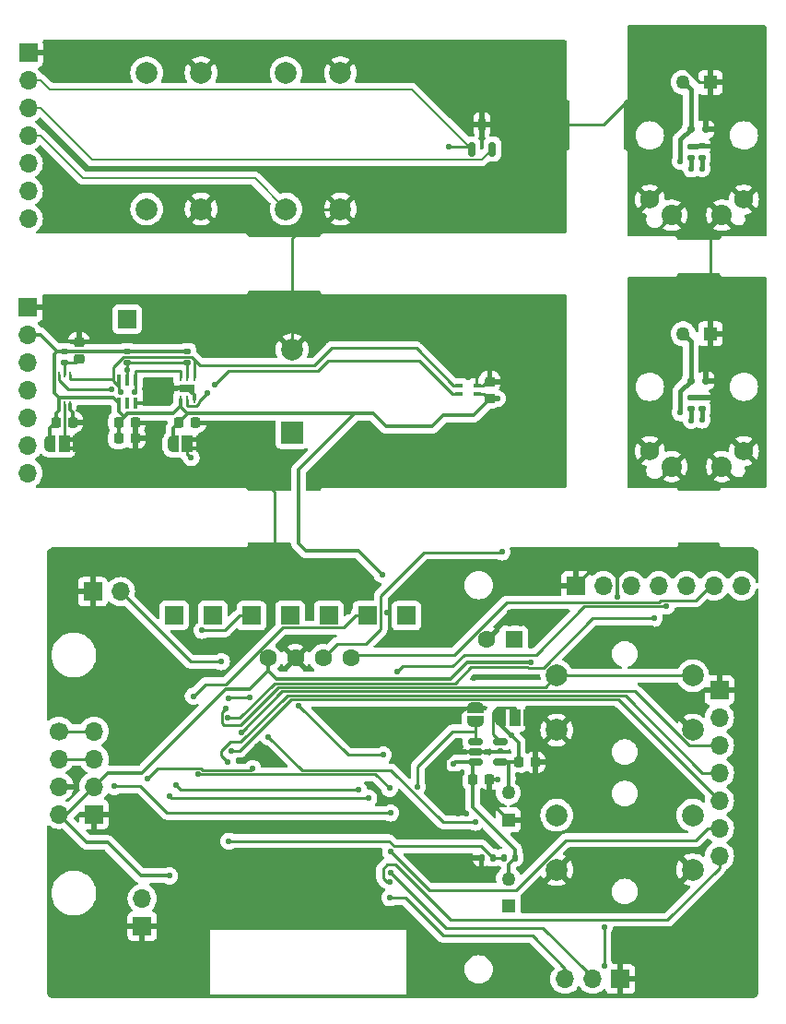
<source format=gbr>
%TF.GenerationSoftware,KiCad,Pcbnew,8.0.6*%
%TF.CreationDate,2024-11-11T19:10:45+01:00*%
%TF.ProjectId,panel,70616e65-6c2e-46b6-9963-61645f706362,rev?*%
%TF.SameCoordinates,Original*%
%TF.FileFunction,Copper,L1,Top*%
%TF.FilePolarity,Positive*%
%FSLAX46Y46*%
G04 Gerber Fmt 4.6, Leading zero omitted, Abs format (unit mm)*
G04 Created by KiCad (PCBNEW 8.0.6) date 2024-11-11 19:10:45*
%MOMM*%
%LPD*%
G01*
G04 APERTURE LIST*
G04 Aperture macros list*
%AMRoundRect*
0 Rectangle with rounded corners*
0 $1 Rounding radius*
0 $2 $3 $4 $5 $6 $7 $8 $9 X,Y pos of 4 corners*
0 Add a 4 corners polygon primitive as box body*
4,1,4,$2,$3,$4,$5,$6,$7,$8,$9,$2,$3,0*
0 Add four circle primitives for the rounded corners*
1,1,$1+$1,$2,$3*
1,1,$1+$1,$4,$5*
1,1,$1+$1,$6,$7*
1,1,$1+$1,$8,$9*
0 Add four rect primitives between the rounded corners*
20,1,$1+$1,$2,$3,$4,$5,0*
20,1,$1+$1,$4,$5,$6,$7,0*
20,1,$1+$1,$6,$7,$8,$9,0*
20,1,$1+$1,$8,$9,$2,$3,0*%
%AMFreePoly0*
4,1,19,0.500000,-0.750000,0.000000,-0.750000,0.000000,-0.744911,-0.071157,-0.744911,-0.207708,-0.704816,-0.327430,-0.627875,-0.420627,-0.520320,-0.479746,-0.390866,-0.500000,-0.250000,-0.500000,0.250000,-0.479746,0.390866,-0.420627,0.520320,-0.327430,0.627875,-0.207708,0.704816,-0.071157,0.744911,0.000000,0.744911,0.000000,0.750000,0.500000,0.750000,0.500000,-0.750000,0.500000,-0.750000,
$1*%
%AMFreePoly1*
4,1,19,0.000000,0.744911,0.071157,0.744911,0.207708,0.704816,0.327430,0.627875,0.420627,0.520320,0.479746,0.390866,0.500000,0.250000,0.500000,-0.250000,0.479746,-0.390866,0.420627,-0.520320,0.327430,-0.627875,0.207708,-0.704816,0.071157,-0.744911,0.000000,-0.744911,0.000000,-0.750000,-0.500000,-0.750000,-0.500000,0.750000,0.000000,0.750000,0.000000,0.744911,0.000000,0.744911,
$1*%
%AMFreePoly2*
4,1,19,0.550000,-0.750000,0.000000,-0.750000,0.000000,-0.744911,-0.071157,-0.744911,-0.207708,-0.704816,-0.327430,-0.627875,-0.420627,-0.520320,-0.479746,-0.390866,-0.500000,-0.250000,-0.500000,0.250000,-0.479746,0.390866,-0.420627,0.520320,-0.327430,0.627875,-0.207708,0.704816,-0.071157,0.744911,0.000000,0.744911,0.000000,0.750000,0.550000,0.750000,0.550000,-0.750000,0.550000,-0.750000,
$1*%
%AMFreePoly3*
4,1,19,0.000000,0.744911,0.071157,0.744911,0.207708,0.704816,0.327430,0.627875,0.420627,0.520320,0.479746,0.390866,0.500000,0.250000,0.500000,-0.250000,0.479746,-0.390866,0.420627,-0.520320,0.327430,-0.627875,0.207708,-0.704816,0.071157,-0.744911,0.000000,-0.744911,0.000000,-0.750000,-0.550000,-0.750000,-0.550000,0.750000,0.000000,0.750000,0.000000,0.744911,0.000000,0.744911,
$1*%
G04 Aperture macros list end*
%TA.AperFunction,EtchedComponent*%
%ADD10C,0.000000*%
%TD*%
%TA.AperFunction,SMDPad,CuDef*%
%ADD11RoundRect,0.150000X0.150000X0.200000X-0.150000X0.200000X-0.150000X-0.200000X0.150000X-0.200000X0*%
%TD*%
%TA.AperFunction,SMDPad,CuDef*%
%ADD12RoundRect,0.135000X0.185000X-0.135000X0.185000X0.135000X-0.185000X0.135000X-0.185000X-0.135000X0*%
%TD*%
%TA.AperFunction,ComponentPad*%
%ADD13R,1.275000X1.275000*%
%TD*%
%TA.AperFunction,ComponentPad*%
%ADD14C,1.275000*%
%TD*%
%TA.AperFunction,ComponentPad*%
%ADD15C,1.755000*%
%TD*%
%TA.AperFunction,ComponentPad*%
%ADD16C,1.875000*%
%TD*%
%TA.AperFunction,SMDPad,CuDef*%
%ADD17RoundRect,0.225000X-0.225000X-0.250000X0.225000X-0.250000X0.225000X0.250000X-0.225000X0.250000X0*%
%TD*%
%TA.AperFunction,SMDPad,CuDef*%
%ADD18RoundRect,0.135000X0.135000X0.185000X-0.135000X0.185000X-0.135000X-0.185000X0.135000X-0.185000X0*%
%TD*%
%TA.AperFunction,ComponentPad*%
%ADD19C,2.000000*%
%TD*%
%TA.AperFunction,ComponentPad*%
%ADD20R,1.700000X1.700000*%
%TD*%
%TA.AperFunction,ComponentPad*%
%ADD21O,1.700000X1.700000*%
%TD*%
%TA.AperFunction,SMDPad,CuDef*%
%ADD22FreePoly0,270.000000*%
%TD*%
%TA.AperFunction,SMDPad,CuDef*%
%ADD23FreePoly1,270.000000*%
%TD*%
%TA.AperFunction,SMDPad,CuDef*%
%ADD24RoundRect,0.150000X-0.512500X-0.150000X0.512500X-0.150000X0.512500X0.150000X-0.512500X0.150000X0*%
%TD*%
%TA.AperFunction,SMDPad,CuDef*%
%ADD25FreePoly2,180.000000*%
%TD*%
%TA.AperFunction,SMDPad,CuDef*%
%ADD26R,1.000000X1.500000*%
%TD*%
%TA.AperFunction,SMDPad,CuDef*%
%ADD27FreePoly3,180.000000*%
%TD*%
%TA.AperFunction,ComponentPad*%
%ADD28C,1.700000*%
%TD*%
%TA.AperFunction,ComponentPad*%
%ADD29C,1.600000*%
%TD*%
%TA.AperFunction,ComponentPad*%
%ADD30R,1.600000X1.600000*%
%TD*%
%TA.AperFunction,SMDPad,CuDef*%
%ADD31R,0.400000X1.000000*%
%TD*%
%TA.AperFunction,SMDPad,CuDef*%
%ADD32R,0.400000X1.100000*%
%TD*%
%TA.AperFunction,SMDPad,CuDef*%
%ADD33RoundRect,0.135000X-0.185000X0.135000X-0.185000X-0.135000X0.185000X-0.135000X0.185000X0.135000X0*%
%TD*%
%TA.AperFunction,SMDPad,CuDef*%
%ADD34RoundRect,0.225000X0.250000X-0.225000X0.250000X0.225000X-0.250000X0.225000X-0.250000X-0.225000X0*%
%TD*%
%TA.AperFunction,SMDPad,CuDef*%
%ADD35R,0.254000X0.660400*%
%TD*%
%TA.AperFunction,SMDPad,CuDef*%
%ADD36R,1.447800X0.762000*%
%TD*%
%TA.AperFunction,SMDPad,CuDef*%
%ADD37R,0.750000X0.300000*%
%TD*%
%TA.AperFunction,SMDPad,CuDef*%
%ADD38R,0.250000X0.550000*%
%TD*%
%TA.AperFunction,ComponentPad*%
%ADD39R,2.000000X2.000000*%
%TD*%
%TA.AperFunction,SMDPad,CuDef*%
%ADD40RoundRect,0.225000X-0.250000X0.225000X-0.250000X-0.225000X0.250000X-0.225000X0.250000X0.225000X0*%
%TD*%
%TA.AperFunction,SMDPad,CuDef*%
%ADD41RoundRect,0.150000X0.150000X-0.512500X0.150000X0.512500X-0.150000X0.512500X-0.150000X-0.512500X0*%
%TD*%
%TA.AperFunction,ViaPad*%
%ADD42C,0.560000*%
%TD*%
%TA.AperFunction,Conductor*%
%ADD43C,0.250000*%
%TD*%
%TA.AperFunction,Conductor*%
%ADD44C,0.350000*%
%TD*%
%TA.AperFunction,Conductor*%
%ADD45C,0.400000*%
%TD*%
%TA.AperFunction,Conductor*%
%ADD46C,0.200000*%
%TD*%
G04 APERTURE END LIST*
D10*
%TA.AperFunction,EtchedComponent*%
%TO.C,JP2*%
G36*
X121195000Y-90587500D02*
G01*
X120695000Y-90587500D01*
X120695000Y-90187500D01*
X121195000Y-90187500D01*
X121195000Y-90587500D01*
G37*
%TD.AperFunction*%
%TA.AperFunction,EtchedComponent*%
G36*
X121195000Y-91387500D02*
G01*
X120695000Y-91387500D01*
X120695000Y-90987500D01*
X121195000Y-90987500D01*
X121195000Y-91387500D01*
G37*
%TD.AperFunction*%
%TA.AperFunction,EtchedComponent*%
%TO.C,JP1*%
G36*
X109880000Y-90587500D02*
G01*
X109380000Y-90587500D01*
X109380000Y-90187500D01*
X109880000Y-90187500D01*
X109880000Y-90587500D01*
G37*
%TD.AperFunction*%
%TA.AperFunction,EtchedComponent*%
G36*
X109880000Y-91387500D02*
G01*
X109380000Y-91387500D01*
X109380000Y-90987500D01*
X109880000Y-90987500D01*
X109880000Y-91387500D01*
G37*
%TD.AperFunction*%
%TD*%
D11*
%TO.P,D1,1,K*%
%TO.N,VBUS*%
X166538000Y-84975000D03*
%TO.P,D1,2,A*%
%TO.N,GND*%
X167938000Y-84975000D03*
%TD*%
D12*
%TO.P,R2,1*%
%TO.N,Net-(J1-CC2)*%
X166598000Y-87565000D03*
%TO.P,R2,2*%
%TO.N,GND*%
X166598000Y-86545000D03*
%TD*%
D13*
%TO.P,USB_BOARD1,1,Pin_1*%
%TO.N,GND*%
X168355000Y-80685000D03*
D14*
%TO.P,USB_BOARD1,2,Pin_2*%
%TO.N,VBUS*%
X165855000Y-80685000D03*
%TD*%
D12*
%TO.P,R1,1*%
%TO.N,Net-(J1-CC1)*%
X167568000Y-87555000D03*
%TO.P,R1,2*%
%TO.N,GND*%
X167568000Y-86535000D03*
%TD*%
D15*
%TO.P,J1,MH1,MH1*%
%TO.N,GND*%
X171425000Y-91440000D03*
%TO.P,J1,MH2,MH2*%
X162785000Y-91440000D03*
D16*
%TO.P,J1,MH3,MH3*%
X169405000Y-92870000D03*
%TO.P,J1,MH4,MH4*%
X164805000Y-92870000D03*
%TD*%
D17*
%TO.P,C11,1*%
%TO.N,+BATT*%
X146505000Y-121550000D03*
%TO.P,C11,2*%
%TO.N,GND*%
X148055000Y-121550000D03*
%TD*%
D18*
%TO.P,R2,1*%
%TO.N,+BATT*%
X150390000Y-128750000D03*
%TO.P,R2,2*%
%TO.N,ADC_BATT*%
X149370000Y-128750000D03*
%TD*%
D19*
%TO.P,S4,1,COM_1*%
%TO.N,GND*%
X166730000Y-129862500D03*
%TO.P,S4,2,COM_2*%
X154230000Y-129862500D03*
%TO.P,S4,3,NO_1*%
%TO.N,BUTTON_DOWN*%
X166730000Y-124862500D03*
%TO.P,S4,4,NO_2*%
X154230000Y-124862500D03*
%TD*%
D20*
%TO.P,J4,1,Pin_1*%
%TO.N,GND*%
X111730000Y-124780000D03*
D21*
%TO.P,J4,2,Pin_2*%
%TO.N,+3V3*%
X111730000Y-122240000D03*
%TO.P,J4,3,Pin_3*%
%TO.N,DIO*%
X111730000Y-119700000D03*
%TO.P,J4,4,Pin_4*%
%TO.N,CLK*%
X111730000Y-117160000D03*
%TD*%
D22*
%TO.P,JP5,1,A*%
%TO.N,GND*%
X146755000Y-114950000D03*
D23*
%TO.P,JP5,2,B*%
%TO.N,CHARGE_EN*%
X146755000Y-116250000D03*
%TD*%
D24*
%TO.P,U5,1,CE*%
%TO.N,CHARGE_EN*%
X146767500Y-118087500D03*
%TO.P,U5,2,V_{SS}*%
%TO.N,GND*%
X146767500Y-119037500D03*
%TO.P,U5,3,V_{BAT}*%
%TO.N,+BATT*%
X146767500Y-119987500D03*
%TO.P,U5,4,V_{DD}*%
%TO.N,VBUS*%
X149042500Y-119987500D03*
%TO.P,U5,5,PROG*%
%TO.N,Net-(JP4-C)*%
X149042500Y-118087500D03*
%TD*%
D18*
%TO.P,R3,1*%
%TO.N,ADC_BATT*%
X148340000Y-128750000D03*
%TO.P,R3,2*%
%TO.N,GND*%
X147320000Y-128750000D03*
%TD*%
D17*
%TO.P,C10,1*%
%TO.N,VBUS*%
X150705000Y-120000000D03*
%TO.P,C10,2*%
%TO.N,GND*%
X152255000Y-120000000D03*
%TD*%
D25*
%TO.P,JP4,1,A*%
%TO.N,GND*%
X151680000Y-115950000D03*
D26*
%TO.P,JP4,2,C*%
%TO.N,Net-(JP4-C)*%
X150380000Y-115950000D03*
D27*
%TO.P,JP4,3,B*%
%TO.N,VBUS*%
X149080000Y-115950000D03*
%TD*%
D19*
%TO.P,S3,1,COM_1*%
%TO.N,GND*%
X166730000Y-117057500D03*
%TO.P,S3,2,COM_2*%
X154230000Y-117057500D03*
%TO.P,S3,3,NO_1*%
%TO.N,BUTTON_UP*%
X166730000Y-112057500D03*
%TO.P,S3,4,NO_2*%
X154230000Y-112057500D03*
%TD*%
D28*
%TO.P,J3,1,Pin_1*%
%TO.N,CLK*%
X108485000Y-117150000D03*
D21*
%TO.P,J3,2,Pin_2*%
%TO.N,DIO*%
X108485000Y-119690000D03*
%TO.P,J3,3,Pin_3*%
%TO.N,GND*%
X108485000Y-122230000D03*
%TO.P,J3,4,Pin_4*%
%TO.N,+3V3*%
X108485000Y-124770000D03*
%TD*%
D29*
%TO.P,J2,1,Pin_1*%
%TO.N,+3V3*%
X127680000Y-110450000D03*
%TO.P,J2,2,Pin_2*%
%TO.N,GND*%
X130220000Y-110450000D03*
%TO.P,J2,3,Pin_3*%
%TO.N,SCL*%
X132760000Y-110450000D03*
%TO.P,J2,4,Pin_4*%
%TO.N,SDA*%
X135300000Y-110450000D03*
%TD*%
D13*
%TO.P,U3,1*%
%TO.N,-BATT*%
X149790000Y-133200000D03*
D14*
%TO.P,U3,2*%
%TO.N,+BATT*%
X149790000Y-130700000D03*
%TD*%
D20*
%TO.P,J12,1,Pin_1*%
%TO.N,Net-(J12-Pin_1)*%
X119080000Y-106500000D03*
%TD*%
%TO.P,J15,1,Pin_1*%
%TO.N,GND*%
X116150000Y-135050000D03*
D21*
%TO.P,J15,2,Pin_2*%
%TO.N,+3V3*%
X116150000Y-132510000D03*
%TD*%
D20*
%TO.P,J10,1,Pin_1*%
%TO.N,Net-(J10-Pin_1)*%
X140430000Y-106550000D03*
%TD*%
%TO.P,J7,1,Pin_1*%
%TO.N,Net-(J7-Pin_1)*%
X136830000Y-106550000D03*
%TD*%
%TO.P,J9,1,Pin_1*%
%TO.N,Net-(J9-Pin_1)*%
X126180000Y-106550000D03*
%TD*%
%TO.P,J13,1,Pin_1*%
%TO.N,Net-(J13-Pin_1)*%
X129730000Y-106500000D03*
%TD*%
%TO.P,J8,1,Pin_1*%
%TO.N,GND*%
X111605000Y-104350000D03*
D21*
%TO.P,J8,2,Pin_2*%
%TO.N,GPIO4_T*%
X114145000Y-104350000D03*
%TD*%
D20*
%TO.P,J11,1,Pin_1*%
%TO.N,Net-(J11-Pin_1)*%
X122630000Y-106500000D03*
%TD*%
%TO.P,J1,1,Pin_1*%
%TO.N,GND*%
X160080000Y-139900000D03*
D21*
%TO.P,J1,2,Pin_2*%
%TO.N,TX*%
X157540000Y-139900000D03*
%TO.P,J1,3,Pin_3*%
%TO.N,RX*%
X155000000Y-139900000D03*
%TD*%
D20*
%TO.P,J14,1,Pin_1*%
%TO.N,Net-(J14-Pin_1)*%
X133280000Y-106500000D03*
%TD*%
D13*
%TO.P,USB_BOARD1,1,Pin_1*%
%TO.N,GND*%
X149780000Y-125300000D03*
D14*
%TO.P,USB_BOARD1,2,Pin_2*%
%TO.N,VBUS*%
X149780000Y-122800000D03*
%TD*%
D20*
%TO.P,J6,1,Pin_1*%
%TO.N,GND*%
X169180000Y-113360000D03*
D21*
%TO.P,J6,2,Pin_2*%
%TO.N,+3V3*%
X169180000Y-115900000D03*
%TO.P,J6,3,Pin_3*%
%TO.N,GPIO39*%
X169180000Y-118440000D03*
%TO.P,J6,4,Pin_4*%
%TO.N,GPIO26*%
X169180000Y-120980000D03*
%TO.P,J6,5,Pin_5*%
%TO.N,GPIO25*%
X169180000Y-123520000D03*
%TO.P,J6,6,Pin_6*%
%TO.N,SDA*%
X169180000Y-126060000D03*
%TO.P,J6,7,Pin_7*%
%TO.N,SCL*%
X169180000Y-128600000D03*
%TD*%
D30*
%TO.P,C5,1*%
%TO.N,LDO_IN*%
X150285100Y-108750000D03*
D29*
%TO.P,C5,2*%
%TO.N,GND*%
X147785100Y-108750000D03*
%TD*%
D20*
%TO.P,J5,1,Pin_1*%
%TO.N,GND*%
X155980000Y-103800000D03*
D21*
%TO.P,J5,2,Pin_2*%
%TO.N,+3V3*%
X158520000Y-103800000D03*
%TO.P,J5,3,Pin_3*%
%TO.N,GPIO35*%
X161060000Y-103800000D03*
%TO.P,J5,4,Pin_4*%
%TO.N,GPIO14*%
X163600000Y-103800000D03*
%TO.P,J5,5,Pin_5*%
%TO.N,GPIO15*%
X166140000Y-103800000D03*
%TO.P,J5,6,Pin_6*%
%TO.N,SDA*%
X168680000Y-103800000D03*
%TO.P,J5,7,Pin_7*%
%TO.N,SCL*%
X171220000Y-103800000D03*
%TD*%
D31*
%TO.P,U2,1,VDD*%
%TO.N,+3V3*%
X114010400Y-87040000D03*
%TO.P,U2,2,NC*%
%TO.N,unconnected-(U2-NC-Pad2)*%
X114760400Y-87040000D03*
%TO.P,U2,3,GND*%
%TO.N,GND*%
X115510400Y-87040000D03*
D32*
%TO.P,U2,4,SCL*%
%TO.N,SCL*%
X115510400Y-84890000D03*
%TO.P,U2,5,INT*%
%TO.N,GPIO25*%
X114760400Y-84890000D03*
%TO.P,U2,6,SDA*%
%TO.N,SDA*%
X114010400Y-84890000D03*
%TD*%
D12*
%TO.P,R1,1*%
%TO.N,Net-(U1-DVI)*%
X109000000Y-83292500D03*
%TO.P,R1,2*%
%TO.N,+3V3*%
X109000000Y-82272500D03*
%TD*%
D25*
%TO.P,JP2,1,A*%
%TO.N,GND*%
X121595000Y-90787500D03*
D26*
%TO.P,JP2,2,C*%
%TO.N,Net-(JP2-C)*%
X120295000Y-90787500D03*
D27*
%TO.P,JP2,3,B*%
%TO.N,+3V3*%
X118995000Y-90787500D03*
%TD*%
D33*
%TO.P,R3,1*%
%TO.N,+3V3*%
X120295000Y-82272500D03*
%TO.P,R3,2*%
%TO.N,GPIO25*%
X120295000Y-83292500D03*
%TD*%
D17*
%TO.P,C5,1*%
%TO.N,+3V3*%
X119520000Y-88795000D03*
%TO.P,C5,2*%
%TO.N,GND*%
X121070000Y-88795000D03*
%TD*%
D34*
%TO.P,C1,1*%
%TO.N,Net-(U1-DVI)*%
X110340000Y-83010000D03*
%TO.P,C1,2*%
%TO.N,GND*%
X110340000Y-81460000D03*
%TD*%
D17*
%TO.P,C2,1*%
%TO.N,+3V3*%
X108215000Y-88795000D03*
%TO.P,C2,2*%
%TO.N,GND*%
X109765000Y-88795000D03*
%TD*%
%TO.P,C4,1*%
%TO.N,+3V3*%
X113975000Y-90265000D03*
%TO.P,C4,2*%
%TO.N,GND*%
X115525000Y-90265000D03*
%TD*%
D35*
%TO.P,U3,1,VDD*%
%TO.N,+3V3*%
X119645001Y-86694500D03*
%TO.P,U3,2,ADDR*%
%TO.N,Net-(JP2-C)*%
X120295000Y-86694500D03*
%TO.P,U3,3,GND*%
%TO.N,GND*%
X120944999Y-86694500D03*
%TO.P,U3,4,SCL*%
%TO.N,SDA*%
X120944999Y-84637100D03*
%TO.P,U3,5,INT*%
%TO.N,GPIO25*%
X120295000Y-84637100D03*
%TO.P,U3,6,SDA*%
%TO.N,SCL*%
X119645001Y-84637100D03*
D36*
%TO.P,U3,7,EPAD*%
%TO.N,GND*%
X120295000Y-85665800D03*
%TD*%
D17*
%TO.P,C3,1*%
%TO.N,+3V3*%
X113975000Y-88795000D03*
%TO.P,C3,2*%
%TO.N,GND*%
X115525000Y-88795000D03*
%TD*%
D37*
%TO.P,U4,1,SDA*%
%TO.N,SDA*%
X145262500Y-85435000D03*
%TO.P,U4,2,SCL*%
%TO.N,SCL*%
X145262500Y-86235000D03*
%TO.P,U4,3,VDD*%
%TO.N,+3V3*%
X146912500Y-86235000D03*
%TO.P,U4,4,VSS*%
%TO.N,GND*%
X146912500Y-85435000D03*
%TD*%
D33*
%TO.P,R2,1*%
%TO.N,+3V3*%
X114770000Y-82272500D03*
%TO.P,R2,2*%
%TO.N,GPIO25*%
X114770000Y-83292500D03*
%TD*%
D38*
%TO.P,U1,1,VCC*%
%TO.N,+3V3*%
X108495000Y-87127500D03*
%TO.P,U1,2,ADDR*%
%TO.N,Net-(JP1-C)*%
X108995000Y-87127500D03*
%TO.P,U1,3,GND*%
%TO.N,GND*%
X109495000Y-87127500D03*
%TO.P,U1,4,SDA*%
%TO.N,SDA*%
X109495000Y-84377500D03*
%TO.P,U1,5,DVI*%
%TO.N,Net-(U1-DVI)*%
X108995000Y-84377500D03*
%TO.P,U1,6,SCL*%
%TO.N,SCL*%
X108495000Y-84377500D03*
%TD*%
D25*
%TO.P,JP1,1,A*%
%TO.N,GND*%
X110280000Y-90787500D03*
D26*
%TO.P,JP1,2,C*%
%TO.N,Net-(JP1-C)*%
X108980000Y-90787500D03*
D27*
%TO.P,JP1,3,B*%
%TO.N,+3V3*%
X107680000Y-90787500D03*
%TD*%
D39*
%TO.P,L1,1,1*%
%TO.N,Net-(L1-Pad1)*%
X129920000Y-89740000D03*
D19*
%TO.P,L1,2,2*%
%TO.N,GND*%
X129920000Y-82140000D03*
%TD*%
D40*
%TO.P,C6,1*%
%TO.N,GND*%
X148080000Y-85060000D03*
%TO.P,C6,2*%
%TO.N,+3V3*%
X148080000Y-86610000D03*
%TD*%
D20*
%TO.P,J2,1,Pin_1*%
%TO.N,GPIO39*%
X114760000Y-79335000D03*
%TD*%
%TO.P,J1,1,Pin_1*%
%TO.N,GND*%
X105650000Y-78235000D03*
D21*
%TO.P,J1,2,Pin_2*%
%TO.N,+3V3*%
X105650000Y-80775000D03*
%TO.P,J1,3,Pin_3*%
%TO.N,GPIO39*%
X105650000Y-83315000D03*
%TO.P,J1,4,Pin_4*%
%TO.N,GPIO26*%
X105650000Y-85855000D03*
%TO.P,J1,5,Pin_5*%
%TO.N,GPIO25*%
X105650000Y-88395000D03*
%TO.P,J1,6,Pin_6*%
%TO.N,SDA*%
X105650000Y-90935000D03*
%TO.P,J1,7,Pin_7*%
%TO.N,SCL*%
X105650000Y-93475000D03*
%TD*%
D19*
%TO.P,S1,1,COM_1*%
%TO.N,GND*%
X121555000Y-56728500D03*
%TO.P,S1,2,COM_2*%
X121555000Y-69228500D03*
%TO.P,S1,3,NO_1*%
%TO.N,GPIO15*%
X116555000Y-56728500D03*
%TO.P,S1,4,NO_2*%
X116555000Y-69228500D03*
%TD*%
D41*
%TO.P,U1,1,VCC*%
%TO.N,+3V3*%
X146410000Y-63727500D03*
%TO.P,U1,2,OUT*%
%TO.N,GPIO35*%
X148310000Y-63727500D03*
%TO.P,U1,3,GND*%
%TO.N,GND*%
X147360000Y-61452500D03*
%TD*%
D19*
%TO.P,S2,1,COM_1*%
%TO.N,GND*%
X134355000Y-56738500D03*
%TO.P,S2,2,COM_2*%
X134355000Y-69238500D03*
%TO.P,S2,3,NO_1*%
%TO.N,GPIO14*%
X129355000Y-56738500D03*
%TO.P,S2,4,NO_2*%
X129355000Y-69238500D03*
%TD*%
D20*
%TO.P,J1,1,Pin_1*%
%TO.N,GND*%
X105670000Y-54885000D03*
D21*
%TO.P,J1,2,Pin_2*%
%TO.N,+3V3*%
X105670000Y-57425000D03*
%TO.P,J1,3,Pin_3*%
%TO.N,GPIO35*%
X105670000Y-59965000D03*
%TO.P,J1,4,Pin_4*%
%TO.N,GPIO14*%
X105670000Y-62505000D03*
%TO.P,J1,5,Pin_5*%
%TO.N,GPIO15*%
X105670000Y-65045000D03*
%TO.P,J1,6,Pin_6*%
%TO.N,SDA*%
X105670000Y-67585000D03*
%TO.P,J1,7,Pin_7*%
%TO.N,SCL*%
X105670000Y-70125000D03*
%TD*%
D12*
%TO.P,R1,1*%
%TO.N,Net-(J1-CC1)*%
X167568000Y-64480000D03*
%TO.P,R1,2*%
%TO.N,GND*%
X167568000Y-63460000D03*
%TD*%
%TO.P,R2,1*%
%TO.N,Net-(J1-CC2)*%
X166598000Y-64490000D03*
%TO.P,R2,2*%
%TO.N,GND*%
X166598000Y-63470000D03*
%TD*%
D11*
%TO.P,D1,1,K*%
%TO.N,VBUS*%
X166538000Y-61900000D03*
%TO.P,D1,2,A*%
%TO.N,GND*%
X167938000Y-61900000D03*
%TD*%
D13*
%TO.P,USB_BOARD1,1,Pin_1*%
%TO.N,GND*%
X168355000Y-57610000D03*
D14*
%TO.P,USB_BOARD1,2,Pin_2*%
%TO.N,VBUS*%
X165855000Y-57610000D03*
%TD*%
D15*
%TO.P,J1,MH1,MH1*%
%TO.N,GND*%
X171425000Y-68365000D03*
%TO.P,J1,MH2,MH2*%
X162785000Y-68365000D03*
D16*
%TO.P,J1,MH3,MH3*%
X169405000Y-69795000D03*
%TO.P,J1,MH4,MH4*%
X164805000Y-69795000D03*
%TD*%
D42*
%TO.N,+3V3*%
X144330000Y-63480000D03*
X148770000Y-86620000D03*
X138190000Y-102760000D03*
%TO.N,VBUS*%
X165588000Y-87925000D03*
%TO.N,Net-(J1-CC2)*%
X166598000Y-88625000D03*
%TO.N,Net-(J1-CC1)*%
X167605000Y-88592000D03*
%TO.N,GND*%
X164924000Y-140125000D03*
X149030000Y-119000000D03*
X126680000Y-118500000D03*
X131244000Y-103325000D03*
X111180000Y-141290000D03*
X168904000Y-141125000D03*
X156130000Y-110800000D03*
X116156000Y-137275000D03*
X163966000Y-109765000D03*
X168380000Y-134400000D03*
X145130000Y-124700000D03*
X117130000Y-138270000D03*
X118130000Y-138270000D03*
X166940000Y-109760000D03*
X166950000Y-108710000D03*
X161950000Y-139130000D03*
X165924000Y-140125000D03*
X119134000Y-141285000D03*
X126270000Y-103330000D03*
X117130000Y-139270000D03*
X159830000Y-104800000D03*
X120130000Y-139270000D03*
X135224000Y-103325000D03*
X136224000Y-103325000D03*
X111176000Y-139275000D03*
X169904000Y-140125000D03*
X126270000Y-102330000D03*
X144780000Y-116100000D03*
X149886000Y-106275000D03*
X153866000Y-107275000D03*
X134870000Y-128950000D03*
X163380000Y-113000000D03*
X120134000Y-140285000D03*
X128890000Y-128950000D03*
X171904000Y-141125000D03*
X150886000Y-106275000D03*
X170904000Y-141125000D03*
X145280000Y-118050000D03*
X153866000Y-106275000D03*
X120130000Y-137270000D03*
X164950000Y-108710000D03*
X129890000Y-130950000D03*
X116156000Y-138275000D03*
X136224000Y-102325000D03*
X165924000Y-141125000D03*
X110176000Y-139275000D03*
X162430000Y-113000000D03*
X150630000Y-121880000D03*
X114154000Y-141285000D03*
X167930000Y-141130000D03*
X136435000Y-126100000D03*
X127270000Y-103330000D03*
X132870000Y-129950000D03*
X163976000Y-107715000D03*
X117134000Y-141285000D03*
X150886000Y-107275000D03*
X151520000Y-121160000D03*
X133870000Y-130950000D03*
X115150000Y-137270000D03*
X164330000Y-113000000D03*
X167780000Y-134420000D03*
X165950000Y-107710000D03*
X166950000Y-107710000D03*
X164966000Y-109765000D03*
X162950000Y-140130000D03*
X171904000Y-139125000D03*
X148080000Y-123550000D03*
X110176000Y-138275000D03*
X112150000Y-139270000D03*
X115150000Y-138270000D03*
X167940000Y-109760000D03*
X119130000Y-139270000D03*
X118130000Y-139270000D03*
X111176000Y-137275000D03*
X134730000Y-117600000D03*
X148830000Y-121550000D03*
X128890000Y-130950000D03*
X138410000Y-126100000D03*
X151896000Y-108295000D03*
X134430000Y-126100000D03*
X133430000Y-126100000D03*
X167930000Y-140130000D03*
X161950000Y-140130000D03*
X135870000Y-128950000D03*
X161950000Y-141130000D03*
X130244000Y-102325000D03*
X130244000Y-103325000D03*
X164924000Y-141125000D03*
X132870000Y-130950000D03*
X168380000Y-136400000D03*
X117134000Y-140285000D03*
X167950000Y-108710000D03*
X129890000Y-128950000D03*
X116160000Y-141290000D03*
X158030000Y-110800000D03*
X135224000Y-102325000D03*
X114150000Y-139270000D03*
X116160000Y-140290000D03*
X119134000Y-140285000D03*
X170904000Y-140125000D03*
X152870000Y-108290000D03*
X134870000Y-130950000D03*
X112175000Y-137270000D03*
X113150000Y-139270000D03*
X151630000Y-117950000D03*
X134870000Y-129950000D03*
X152866000Y-106275000D03*
X162976000Y-108715000D03*
X146330000Y-128750000D03*
X166924000Y-141125000D03*
X132430000Y-126100000D03*
X135870000Y-129950000D03*
X162950000Y-141130000D03*
X119130000Y-138270000D03*
X163976000Y-108715000D03*
X120134000Y-141285000D03*
X162976000Y-107715000D03*
X110180000Y-141290000D03*
X118134000Y-140285000D03*
X130890000Y-128950000D03*
X115154000Y-140285000D03*
X116156000Y-139275000D03*
X129890000Y-129950000D03*
X164950000Y-107710000D03*
X132895000Y-128950000D03*
X118130000Y-137270000D03*
X114150000Y-138270000D03*
X168956000Y-108715000D03*
X128890000Y-129950000D03*
X131896000Y-128955000D03*
X110176000Y-137275000D03*
X114150000Y-137270000D03*
X133249000Y-102325000D03*
X120130000Y-138270000D03*
X132250000Y-102330000D03*
X135436000Y-126105000D03*
X113150000Y-138270000D03*
X132250000Y-103330000D03*
X167780000Y-135410000D03*
X135870000Y-130950000D03*
X113154000Y-140285000D03*
X110180000Y-140290000D03*
X111180000Y-140290000D03*
X170904000Y-139125000D03*
X152866000Y-107275000D03*
X129244000Y-102325000D03*
X146630000Y-112250000D03*
X163924000Y-141125000D03*
X114154000Y-140285000D03*
X131244000Y-102325000D03*
X115150000Y-139270000D03*
X168380000Y-135400000D03*
X118134000Y-141285000D03*
X157080000Y-110800000D03*
X128244000Y-103325000D03*
X112154000Y-141285000D03*
X154866000Y-106275000D03*
X112154000Y-140285000D03*
X112150000Y-138270000D03*
X135080000Y-106200000D03*
X131896000Y-130955000D03*
X119130000Y-137270000D03*
X151520000Y-121910000D03*
X151892000Y-106280000D03*
X169904000Y-139125000D03*
X133870000Y-129950000D03*
X168904000Y-140125000D03*
X136730000Y-117600000D03*
X130890000Y-129950000D03*
X130890000Y-130950000D03*
X165940000Y-109760000D03*
X133870000Y-128950000D03*
X149886000Y-107275000D03*
X167950000Y-107710000D03*
X133224000Y-103325000D03*
X135730000Y-117600000D03*
X168956000Y-107715000D03*
X111176000Y-138275000D03*
X171904000Y-140125000D03*
X115154000Y-141285000D03*
X134224000Y-102325000D03*
X169904000Y-141125000D03*
X167780000Y-136400000D03*
X120630000Y-129560000D03*
X117155000Y-137270000D03*
X113150000Y-137270000D03*
X127270000Y-102330000D03*
X134224000Y-103325000D03*
X113154000Y-141285000D03*
X128269000Y-102325000D03*
X151892000Y-107280000D03*
X137410000Y-126100000D03*
X131896000Y-129955000D03*
X138680000Y-106300000D03*
X150640000Y-121160000D03*
X145530000Y-121000000D03*
X165950000Y-108710000D03*
X145880000Y-124700000D03*
X157180000Y-132600000D03*
X166924000Y-140125000D03*
X163924000Y-140125000D03*
X129244000Y-103325000D03*
%TO.N,+3V3*%
X118637700Y-130433000D03*
X151830000Y-110800000D03*
%TO.N,VBUS*%
X150055000Y-117525000D03*
%TO.N,+BATT*%
X144740000Y-120184000D03*
%TO.N,ADC_BATT*%
X124118100Y-127241000D03*
%TO.N,Net-(U2-VM)*%
X158585000Y-135150000D03*
X158622000Y-138684000D03*
%TO.N,IO0*%
X126300000Y-120560000D03*
X116650000Y-121510000D03*
%TO.N,BUTTON_UP*%
X123851400Y-115041000D03*
%TO.N,BUTTON_DOWN*%
X127748000Y-117662000D03*
X146755000Y-125502000D03*
%TO.N,SCL*%
X149190000Y-100700000D03*
X138916000Y-130979000D03*
%TO.N,SDA*%
X138964000Y-128186000D03*
%TO.N,DIO*%
X138989000Y-124655000D03*
X113560000Y-122220000D03*
%TO.N,CLK*%
X118617900Y-123115000D03*
X136964000Y-123286000D03*
%TO.N,GPIO15*%
X164334000Y-105680000D03*
X139590000Y-111690000D03*
%TO.N,RX*%
X138893000Y-132439000D03*
%TO.N,CHARGE_EN*%
X141444000Y-122228000D03*
%TO.N,GPIO14*%
X163180000Y-106792000D03*
X124030000Y-115900000D03*
%TO.N,GPIO25*%
X124330000Y-118950000D03*
%TO.N,GPIO26*%
X123970000Y-119950000D03*
%TO.N,GPIO39*%
X125235600Y-117263000D03*
%TO.N,TX*%
X139004000Y-130141000D03*
%TO.N,Net-(J7-Pin_1)*%
X120840000Y-113930000D03*
%TO.N,Net-(J9-Pin_1)*%
X121320000Y-121104000D03*
X138858000Y-122388000D03*
X121640000Y-107900000D03*
%TO.N,GPIO4_T*%
X126046800Y-114082000D03*
X138295000Y-119326000D03*
X130546000Y-114831000D03*
X123430000Y-110770000D03*
X124083900Y-114165000D03*
%TO.N,Net-(J12-Pin_1)*%
X119250000Y-122090000D03*
X136031000Y-122524000D03*
%TO.N,GND*%
X122880000Y-90865000D03*
X117290000Y-86655000D03*
X117280000Y-89545000D03*
%TO.N,GPIO25*%
X114742600Y-83953100D03*
%TO.N,SCL*%
X115404800Y-86057600D03*
X113330000Y-85756800D03*
X122780000Y-85385000D03*
%TO.N,SDA*%
X114185400Y-85991600D03*
%TO.N,Net-(JP2-C)*%
X122127800Y-86116100D03*
X120641900Y-92051200D03*
%TO.N,VBUS*%
X165588000Y-64850000D03*
%TO.N,Net-(J1-CC2)*%
X166598000Y-65550000D03*
%TO.N,Net-(J1-CC1)*%
X167605000Y-65517000D03*
%TD*%
D43*
%TO.N,GND*%
X129920000Y-82140000D02*
X129920000Y-71880000D01*
X129920000Y-71880000D02*
X132561500Y-69238500D01*
X132561500Y-69238500D02*
X134355000Y-69238500D01*
D44*
%TO.N,+3V3*%
X138190000Y-102760000D02*
X136040000Y-100610000D01*
X136040000Y-100610000D02*
X131200000Y-100610000D01*
X131200000Y-100610000D02*
X130490000Y-99900000D01*
X130490000Y-99900000D02*
X130490000Y-93167200D01*
X130490000Y-93167200D02*
X135680000Y-87977200D01*
X133490000Y-87977200D02*
X135680000Y-87977200D01*
X135680000Y-87977200D02*
X137352200Y-87977200D01*
D43*
X148080000Y-86610000D02*
X148760000Y-86610000D01*
X148760000Y-86610000D02*
X148770000Y-86620000D01*
X144330000Y-63480000D02*
X146162500Y-63480000D01*
X146162500Y-63480000D02*
X146410000Y-63727500D01*
D44*
X120242200Y-87977200D02*
X133490000Y-87977200D01*
D43*
%TO.N,GND*%
X128269000Y-102325000D02*
X128269000Y-95209000D01*
X128269000Y-95209000D02*
X127270000Y-94210000D01*
X169405000Y-69795000D02*
X168355000Y-70845000D01*
X168355000Y-70845000D02*
X168355000Y-80685000D01*
X147360000Y-61452500D02*
X158548541Y-61452500D01*
X158548541Y-61452500D02*
X164131041Y-55870000D01*
X164131041Y-55870000D02*
X165620000Y-55870000D01*
X165620000Y-55870000D02*
X167360000Y-57610000D01*
X167360000Y-57610000D02*
X168355000Y-57610000D01*
D45*
%TO.N,VBUS*%
X165588000Y-87925000D02*
X165588000Y-85931000D01*
D43*
%TO.N,Net-(J1-CC1)*%
X167605000Y-87552000D02*
X167598000Y-87545000D01*
%TO.N,Net-(J1-CC2)*%
X166605000Y-87578000D02*
X166628000Y-87555000D01*
D45*
%TO.N,VBUS*%
X166538000Y-81368000D02*
X166538000Y-84975000D01*
X166538000Y-84975000D02*
X165585000Y-85928000D01*
X165588000Y-85931000D02*
X165585000Y-85928000D01*
X165855000Y-80685000D02*
X166538000Y-81368000D01*
%TO.N,Net-(J1-CC2)*%
X166598000Y-88625000D02*
X166598000Y-87565000D01*
%TO.N,Net-(J1-CC1)*%
X167568000Y-88555000D02*
X167568000Y-87555000D01*
X167605000Y-88592000D02*
X167568000Y-88555000D01*
D44*
%TO.N,GND*%
X159830000Y-104800000D02*
X159830000Y-102890000D01*
X143980000Y-119850000D02*
X143980000Y-120650000D01*
X148830000Y-121550000D02*
X148055000Y-121550000D01*
X143980000Y-120650000D02*
X144330000Y-121000000D01*
X159830000Y-102890000D02*
X159130000Y-102190000D01*
X159130000Y-102190000D02*
X157590000Y-102190000D01*
X146767500Y-119037500D02*
X144792500Y-119037500D01*
X148080000Y-123600000D02*
X149780000Y-125300000D01*
X157590000Y-102190000D02*
X155980000Y-103800000D01*
X144330000Y-121000000D02*
X145530000Y-121000000D01*
X148080000Y-123550000D02*
X148080000Y-123600000D01*
X144792500Y-119037500D02*
X143980000Y-119850000D01*
%TO.N,+3V3*%
X151830000Y-110800000D02*
X146030000Y-110800000D01*
X109200000Y-124770000D02*
X108485000Y-124770000D01*
X116154900Y-120960000D02*
X123852900Y-113262000D01*
X125997200Y-113262000D02*
X127680000Y-111579000D01*
X111079600Y-127364600D02*
X108485000Y-124770000D01*
X112974600Y-127364600D02*
X111079600Y-127364600D01*
X128451000Y-112350000D02*
X127680000Y-111579000D01*
X113010000Y-120960000D02*
X111730000Y-122240000D01*
X127680000Y-110450000D02*
X127680000Y-111579000D01*
X146030000Y-110800000D02*
X144480000Y-112350000D01*
X112974600Y-127364600D02*
X116043000Y-130433000D01*
X111730000Y-122240000D02*
X109200000Y-124770000D01*
X116043000Y-130433000D02*
X118637700Y-130433000D01*
X116154900Y-120960000D02*
X113010000Y-120960000D01*
X144480000Y-112350000D02*
X128451000Y-112350000D01*
X123852900Y-113262000D02*
X125997200Y-113262000D01*
%TO.N,VBUS*%
X150705000Y-118175000D02*
X150055000Y-117525000D01*
X149780000Y-120000000D02*
X149780000Y-122800000D01*
X149048500Y-119994000D02*
X149042500Y-119988000D01*
X149048500Y-119994000D02*
X149042000Y-119988000D01*
X149080000Y-116550000D02*
X149080000Y-115950000D01*
X150055000Y-117525000D02*
X149080000Y-116550000D01*
X149042500Y-119988000D02*
X149042500Y-119987500D01*
X150705000Y-120000000D02*
X150705000Y-118175000D01*
X149055000Y-120000000D02*
X149048500Y-119994000D01*
X150705000Y-120000000D02*
X149780000Y-120000000D01*
X149780000Y-120000000D02*
X149055000Y-120000000D01*
%TO.N,+BATT*%
X150390000Y-128750000D02*
X150390000Y-128008000D01*
X144937000Y-119988000D02*
X144740000Y-120184000D01*
X146768000Y-119988000D02*
X146767000Y-119988000D01*
X149790000Y-130700000D02*
X149790000Y-129350000D01*
X149790000Y-129350000D02*
X150390000Y-128750000D01*
X150390000Y-128008000D02*
X146505000Y-124123000D01*
X146767000Y-119988000D02*
X146767500Y-119987500D01*
X146505000Y-124123000D02*
X146505000Y-121550000D01*
X146505000Y-120250000D02*
X146768000Y-119988000D01*
X146505000Y-121550000D02*
X146505000Y-120250000D01*
X146767000Y-119988000D02*
X144937000Y-119988000D01*
D43*
%TO.N,ADC_BATT*%
X139291000Y-127696000D02*
X147286000Y-127696000D01*
X124118100Y-127241000D02*
X138836000Y-127241000D01*
X138836000Y-127241000D02*
X139291000Y-127696000D01*
X147286000Y-127696000D02*
X148340000Y-128750000D01*
X149370000Y-128750000D02*
X148340000Y-128750000D01*
%TO.N,Net-(U2-VM)*%
X158622000Y-138684000D02*
X158622000Y-135187000D01*
X158622000Y-135187000D02*
X158585000Y-135150000D01*
%TO.N,IO0*%
X121549000Y-120579000D02*
X117581000Y-120579000D01*
X117581000Y-120579000D02*
X116650000Y-121510000D01*
X126115000Y-120745000D02*
X121715000Y-120745000D01*
X126300000Y-120560000D02*
X126115000Y-120745000D01*
X121715000Y-120745000D02*
X121549000Y-120579000D01*
%TO.N,BUTTON_UP*%
X153188000Y-113100000D02*
X128662000Y-113100000D01*
X123480000Y-115412400D02*
X123851400Y-115041000D01*
X154230500Y-112058000D02*
X154230000Y-112057500D01*
X123480000Y-116400000D02*
X123480000Y-115412400D01*
X154230000Y-112058000D02*
X153188000Y-113100000D01*
X166729500Y-112058000D02*
X166730000Y-112057500D01*
X154230500Y-112058000D02*
X154230000Y-112058000D01*
X166730000Y-112058000D02*
X166729500Y-112058000D01*
X166729500Y-112058000D02*
X154230500Y-112058000D01*
X128662000Y-113100000D02*
X125162000Y-116600000D01*
X125162000Y-116600000D02*
X123680000Y-116600000D01*
X123680000Y-116600000D02*
X123480000Y-116400000D01*
%TO.N,BUTTON_DOWN*%
X146755000Y-125502000D02*
X143771000Y-125502000D01*
X139013000Y-120744000D02*
X130830000Y-120744000D01*
X143771000Y-125502000D02*
X139013000Y-120744000D01*
X130830000Y-120744000D02*
X127748000Y-117662000D01*
%TO.N,SCL*%
X149170000Y-100720000D02*
X142050000Y-100720000D01*
X136712000Y-109128000D02*
X134082000Y-109128000D01*
X134082000Y-109128000D02*
X132760000Y-110450000D01*
X142050000Y-100720000D02*
X138060000Y-104710000D01*
X138629000Y-130979000D02*
X138916000Y-130979000D01*
X138670000Y-129380000D02*
X138270000Y-129780000D01*
X164415000Y-134465000D02*
X144490000Y-134465000D01*
X138060000Y-107780000D02*
X136712000Y-109128000D01*
X139405000Y-129380000D02*
X138670000Y-129380000D01*
X169180000Y-128600000D02*
X169180000Y-129700000D01*
X138270000Y-130620000D02*
X138629000Y-130979000D01*
X169180000Y-129700000D02*
X164415000Y-134465000D01*
X149190000Y-100700000D02*
X149170000Y-100720000D01*
X138270000Y-129780000D02*
X138270000Y-130620000D01*
X138060000Y-104710000D02*
X138060000Y-107780000D01*
X144490000Y-134465000D02*
X139405000Y-129380000D01*
%TO.N,SDA*%
X163775000Y-105155000D02*
X163590000Y-105340000D01*
X144861000Y-110120000D02*
X135630000Y-110120000D01*
X155080000Y-127160000D02*
X150520000Y-131720000D01*
X163590000Y-105340000D02*
X149641000Y-105340000D01*
X166975000Y-105155000D02*
X163775000Y-105155000D01*
X168680000Y-103800000D02*
X168330000Y-103800000D01*
X142498000Y-131720000D02*
X138964000Y-128186000D01*
X166980000Y-127160000D02*
X155080000Y-127160000D01*
X135630000Y-110120000D02*
X135300000Y-110450000D01*
X149641000Y-105340000D02*
X144861000Y-110120000D01*
X150520000Y-131720000D02*
X142498000Y-131720000D01*
X168080000Y-126060000D02*
X166980000Y-127160000D01*
X169180000Y-126060000D02*
X168080000Y-126060000D01*
X168330000Y-103800000D02*
X166975000Y-105155000D01*
%TO.N,DIO*%
X113560000Y-122220000D02*
X115987600Y-122220000D01*
X117208600Y-123441000D02*
X118422700Y-124655000D01*
X118422700Y-124655000D02*
X138989000Y-124655000D01*
X115987600Y-122220000D02*
X117208600Y-123441000D01*
X110385000Y-119690000D02*
X110375000Y-119700000D01*
X111485000Y-119690000D02*
X110385000Y-119690000D01*
X110375000Y-119700000D02*
X108730000Y-119700000D01*
%TO.N,CLK*%
X136964000Y-123286000D02*
X118788700Y-123286000D01*
X118788700Y-123286000D02*
X118617900Y-123115000D01*
X109830000Y-117160000D02*
X109840000Y-117150000D01*
X109840000Y-117150000D02*
X111485000Y-117150000D01*
X108730000Y-117160000D02*
X109830000Y-117160000D01*
%TO.N,GPIO15*%
X145730000Y-110150000D02*
X152325000Y-110150000D01*
X152325000Y-110150000D02*
X156795000Y-105680000D01*
X140076000Y-111204000D02*
X144676000Y-111204000D01*
X144676000Y-111204000D02*
X145730000Y-110150000D01*
X156795000Y-105680000D02*
X164334000Y-105680000D01*
X139590000Y-111690000D02*
X140076000Y-111204000D01*
%TO.N,RX*%
X140299000Y-132439000D02*
X143770000Y-135910000D01*
X138893000Y-132439000D02*
X140299000Y-132439000D01*
X143770000Y-135910000D02*
X151980000Y-135910000D01*
X151980000Y-135910000D02*
X155000000Y-138930000D01*
X155000000Y-138930000D02*
X155000000Y-139900000D01*
%TO.N,CHARGE_EN*%
X146767500Y-117175500D02*
X146767500Y-118087500D01*
X146768000Y-117175000D02*
X146767500Y-117175500D01*
X144655000Y-117175000D02*
X141444000Y-120386000D01*
X146768000Y-116262000D02*
X146768000Y-117175000D01*
X146755000Y-116250000D02*
X146768000Y-116262000D01*
X141444000Y-120386000D02*
X141444000Y-122228000D01*
X146768000Y-117175000D02*
X144655000Y-117175000D01*
%TO.N,GPIO14*%
X125130000Y-115900000D02*
X128290000Y-112740000D01*
X124030000Y-115900000D02*
X125130000Y-115900000D01*
X144890000Y-112740000D02*
X146330000Y-111300000D01*
X128290000Y-112740000D02*
X144890000Y-112740000D01*
X157526000Y-106792000D02*
X163180000Y-106792000D01*
X151587537Y-111300000D02*
X151612537Y-111325000D01*
X152993000Y-111325000D02*
X157526000Y-106792000D01*
X151612537Y-111325000D02*
X152993000Y-111325000D01*
X146330000Y-111300000D02*
X151587537Y-111300000D01*
%TO.N,GPIO25*%
X146171331Y-114260000D02*
X146206422Y-114224909D01*
X129820000Y-114260000D02*
X146171331Y-114260000D01*
X125130000Y-118950000D02*
X129820000Y-114260000D01*
X146206422Y-114224909D02*
X159884909Y-114224909D01*
X159884909Y-114224909D02*
X169180000Y-123520000D01*
X124330000Y-118950000D02*
X125130000Y-118950000D01*
%TO.N,GPIO26*%
X129470000Y-113880000D02*
X160535000Y-113880000D01*
X123410000Y-118970000D02*
X124230000Y-118150000D01*
X160535000Y-113880000D02*
X167635000Y-120980000D01*
X167635000Y-120980000D02*
X169180000Y-120980000D01*
X124230000Y-118150000D02*
X125200000Y-118150000D01*
X123970000Y-119950000D02*
X123410000Y-119390000D01*
X123410000Y-119390000D02*
X123410000Y-118970000D01*
X125200000Y-118150000D02*
X129470000Y-113880000D01*
%TO.N,GPIO39*%
X161442000Y-113490000D02*
X129008600Y-113490000D01*
X166392000Y-118440000D02*
X161442000Y-113490000D01*
X169180000Y-118440000D02*
X166392000Y-118440000D01*
X129008600Y-113490000D02*
X125235600Y-117263000D01*
%TO.N,TX*%
X157540000Y-139900000D02*
X157540000Y-139770000D01*
X157540000Y-139770000D02*
X156920000Y-139150000D01*
X152970000Y-135210000D02*
X144073000Y-135210000D01*
X144073000Y-135210000D02*
X139004000Y-130141000D01*
X156920000Y-139150000D02*
X156910000Y-139150000D01*
X156910000Y-139150000D02*
X152970000Y-135210000D01*
%TO.N,Net-(J7-Pin_1)*%
X121925000Y-112845000D02*
X123842200Y-112845000D01*
X135730000Y-106550000D02*
X136830000Y-106550000D01*
X123842200Y-112845000D02*
X129038000Y-107650000D01*
X120840000Y-113930000D02*
X121925000Y-112845000D01*
X134630000Y-107650000D02*
X135730000Y-106550000D01*
X129038000Y-107650000D02*
X134630000Y-107650000D01*
%TO.N,Net-(J9-Pin_1)*%
X125080000Y-106550000D02*
X126180000Y-106550000D01*
X121640000Y-107900000D02*
X123730000Y-107900000D01*
X138858000Y-122388000D02*
X137574000Y-121104000D01*
X137574000Y-121104000D02*
X121320000Y-121104000D01*
X123730000Y-107900000D02*
X125080000Y-106550000D01*
%TO.N,Net-(JP4-C)*%
X150380000Y-114950000D02*
X148785000Y-114950000D01*
X148785000Y-114950000D02*
X148356000Y-115379000D01*
X148699000Y-117744500D02*
X149042000Y-118088000D01*
X148699000Y-117744500D02*
X148699500Y-117744500D01*
X148356000Y-115379000D02*
X148356000Y-117401000D01*
X148356000Y-117401000D02*
X148699000Y-117744500D01*
X150380000Y-115950000D02*
X150380000Y-114950000D01*
X148699500Y-117744500D02*
X149042500Y-118087500D01*
%TO.N,GPIO4_T*%
X124083900Y-114165000D02*
X124167200Y-114082000D01*
X120565000Y-110770000D02*
X114145000Y-104350000D01*
X130546000Y-114831000D02*
X135041000Y-119326000D01*
X135041000Y-119326000D02*
X138295000Y-119326000D01*
X124167200Y-114082000D02*
X126046800Y-114082000D01*
X123430000Y-110770000D02*
X120565000Y-110770000D01*
%TO.N,Net-(J12-Pin_1)*%
X119250000Y-122090000D02*
X119684000Y-122524000D01*
X119684000Y-122524000D02*
X136031000Y-122524000D01*
D44*
%TO.N,GND*%
X120944999Y-86694500D02*
X120944999Y-86315799D01*
X109765000Y-87930000D02*
X109765000Y-88795000D01*
D43*
X148080000Y-85060000D02*
X147795000Y-85060000D01*
D44*
X120944999Y-86315799D02*
X120295000Y-85665800D01*
D43*
X147795000Y-85060000D02*
X147420000Y-85435000D01*
X147420000Y-85435000D02*
X146787500Y-85435000D01*
D44*
X109495000Y-87127500D02*
X109495000Y-87660000D01*
X109495000Y-87660000D02*
X109765000Y-87930000D01*
D43*
%TO.N,Net-(U1-DVI)*%
X110057500Y-83292500D02*
X109000000Y-83292500D01*
X110340000Y-83010000D02*
X110057500Y-83292500D01*
X108995000Y-83297500D02*
X109000000Y-83292500D01*
X108995000Y-84377500D02*
X108995000Y-83297500D01*
D44*
%TO.N,+3V3*%
X108055300Y-82514700D02*
X108297500Y-82272500D01*
D43*
X147520000Y-86235000D02*
X146787500Y-86235000D01*
D44*
X120295000Y-82272500D02*
X114770000Y-82272500D01*
X120242200Y-88072800D02*
X120242200Y-87977200D01*
X119645000Y-86694500D02*
X119645000Y-87324700D01*
X108495000Y-86840000D02*
X108495000Y-86552500D01*
X113975000Y-88795000D02*
X113975000Y-90265000D01*
X108495000Y-87702500D02*
X108215000Y-87982500D01*
X108215000Y-88795000D02*
X107680000Y-89330000D01*
X119645000Y-87380000D02*
X119645000Y-87324700D01*
D43*
X147915000Y-86610000D02*
X147530000Y-86225000D01*
D44*
X106800000Y-80775000D02*
X108297500Y-82272500D01*
X114770000Y-82272500D02*
X109000000Y-82272500D01*
X118995000Y-89320000D02*
X119520000Y-88795000D01*
X107680000Y-89330000D02*
X107680000Y-90787500D01*
X105650000Y-80775000D02*
X106800000Y-80775000D01*
X108495000Y-87127500D02*
X108495000Y-86840000D01*
X142770000Y-89165000D02*
X143801200Y-88133800D01*
X119520000Y-88795000D02*
X120242200Y-88072800D01*
X137352200Y-87977200D02*
X138540000Y-89165000D01*
X108495000Y-87415000D02*
X108495000Y-87127500D01*
X119645000Y-87324700D02*
X118963800Y-88005900D01*
X114470200Y-88299800D02*
X114010400Y-87840000D01*
X143801200Y-88133800D02*
X146556200Y-88133800D01*
X138540000Y-89165000D02*
X142770000Y-89165000D01*
X114470200Y-88299800D02*
X113975000Y-88795000D01*
X113522900Y-86552500D02*
X114010400Y-87040000D01*
D43*
X147530000Y-86225000D02*
X147520000Y-86235000D01*
D44*
X118995000Y-90787500D02*
X118995000Y-89320000D01*
X108055300Y-86112800D02*
X108055300Y-82514700D01*
X108495000Y-86552500D02*
X108055300Y-86112800D01*
D43*
X148080000Y-86610000D02*
X147915000Y-86610000D01*
D44*
X120242200Y-87977200D02*
X119645000Y-87380000D01*
X108297500Y-82272500D02*
X109000000Y-82272500D01*
X114010400Y-87040000D02*
X114010400Y-87840000D01*
X108495000Y-87415000D02*
X108495000Y-87702500D01*
X118963800Y-88005900D02*
X114764100Y-88005900D01*
X146556200Y-88133800D02*
X148080000Y-86610000D01*
X108215000Y-87982500D02*
X108215000Y-88795000D01*
X114764100Y-88005900D02*
X114470200Y-88299800D01*
X108495000Y-86552500D02*
X113522900Y-86552500D01*
D43*
%TO.N,GPIO25*%
X114742600Y-84072200D02*
X114760400Y-84090000D01*
X114770000Y-83292500D02*
X114770000Y-83925700D01*
X120295000Y-84637100D02*
X120295000Y-83292500D01*
X120295000Y-83292500D02*
X114770000Y-83292500D01*
X114742600Y-83953100D02*
X114742600Y-84072200D01*
X114760400Y-84890000D02*
X114760400Y-84090000D01*
X114770000Y-83925700D02*
X114742600Y-83953100D01*
%TO.N,SCL*%
X133210000Y-83165000D02*
X141620000Y-83165000D01*
X115543500Y-84056900D02*
X115510400Y-84090000D01*
X109349300Y-85756800D02*
X108495000Y-84902500D01*
X115510400Y-84124800D02*
X115510400Y-84090000D01*
X119645000Y-84637100D02*
X119645000Y-84056900D01*
X115510400Y-84192500D02*
X115510400Y-84124800D01*
X144690000Y-86235000D02*
X145387500Y-86235000D01*
X124050000Y-84115000D02*
X132260000Y-84115000D01*
X141620000Y-83165000D02*
X144690000Y-86235000D01*
X115510400Y-84890000D02*
X115510400Y-84192500D01*
X119645000Y-84056900D02*
X115543500Y-84056900D01*
X113330000Y-85756800D02*
X109349300Y-85756800D01*
X132260000Y-84115000D02*
X133210000Y-83165000D01*
X115404800Y-86057600D02*
X115510400Y-85952000D01*
X122780000Y-85385000D02*
X124050000Y-84115000D01*
X108495000Y-84902500D02*
X108495000Y-84377500D01*
X115510400Y-85952000D02*
X115510400Y-84890000D01*
%TO.N,SDA*%
X131980000Y-83555000D02*
X133540000Y-81995000D01*
X114437700Y-82782500D02*
X113519600Y-83700600D01*
X141310000Y-81995000D02*
X144750000Y-85435000D01*
X113519600Y-84807700D02*
X113519600Y-85044100D01*
X133540000Y-81995000D02*
X141310000Y-81995000D01*
X120700800Y-82782500D02*
X114437700Y-82782500D01*
X109495000Y-84377500D02*
X109495000Y-84807700D01*
X114010400Y-85527300D02*
X114010400Y-85534900D01*
X120945000Y-83026700D02*
X120700800Y-82782500D01*
X121473300Y-83555000D02*
X131980000Y-83555000D01*
X120945000Y-83026700D02*
X121473300Y-83555000D01*
X113519600Y-85044100D02*
X114010400Y-85534900D01*
X114010400Y-85690000D02*
X114010400Y-85816600D01*
X113519600Y-83700600D02*
X113519600Y-84807700D01*
X114010400Y-84890000D02*
X114010400Y-85527300D01*
X113519600Y-84807700D02*
X109495000Y-84807700D01*
X114010400Y-85816600D02*
X114185400Y-85991600D01*
X114010400Y-85534900D02*
X114010400Y-85690000D01*
X144750000Y-85435000D02*
X145387500Y-85435000D01*
X120945000Y-84637100D02*
X120945000Y-83026700D01*
%TO.N,Net-(JP1-C)*%
X108995000Y-87127500D02*
X108995000Y-87652500D01*
X108980000Y-87667500D02*
X108980000Y-90787500D01*
X108995000Y-87652500D02*
X108980000Y-87667500D01*
%TO.N,Net-(JP2-C)*%
X120295000Y-90787500D02*
X120295000Y-91787500D01*
X120378200Y-91787500D02*
X120295000Y-91787500D01*
X121344300Y-87058900D02*
X121344300Y-86899500D01*
X121344400Y-86899500D02*
X122127800Y-86116100D01*
X120641900Y-92051200D02*
X120378200Y-91787500D01*
X121344300Y-86899500D02*
X121344400Y-86899500D01*
X120295000Y-87274700D02*
X121128500Y-87274700D01*
X120295000Y-86694500D02*
X120295000Y-87274700D01*
X121128500Y-87274700D02*
X121344300Y-87058900D01*
D46*
%TO.N,+3V3*%
X105670000Y-57425000D02*
X106821700Y-57425000D01*
X107636100Y-58239400D02*
X140921900Y-58239400D01*
X106821700Y-57425000D02*
X107636100Y-58239400D01*
X140921900Y-58239400D02*
X146410000Y-63727500D01*
%TO.N,GPIO14*%
X129355000Y-69238500D02*
X126516300Y-66399800D01*
X110716500Y-66399800D02*
X106821700Y-62505000D01*
X126516300Y-66399800D02*
X110716500Y-66399800D01*
X105670000Y-62505000D02*
X106821700Y-62505000D01*
%TO.N,GPIO35*%
X111559900Y-64703200D02*
X106821700Y-59965000D01*
X148310000Y-63727500D02*
X147334300Y-64703200D01*
X105670000Y-59965000D02*
X106821700Y-59965000D01*
X147334300Y-64703200D02*
X111559900Y-64703200D01*
D45*
%TO.N,VBUS*%
X165588000Y-64850000D02*
X165588000Y-62856000D01*
X166538000Y-61900000D02*
X165585000Y-62853000D01*
X165855000Y-57610000D02*
X166538000Y-58293000D01*
X165588000Y-62856000D02*
X165585000Y-62853000D01*
X166538000Y-58293000D02*
X166538000Y-61900000D01*
%TO.N,Net-(J1-CC2)*%
X166598000Y-65550000D02*
X166598000Y-64490000D01*
D43*
X166605000Y-64503000D02*
X166628000Y-64480000D01*
D45*
%TO.N,Net-(J1-CC1)*%
X167605000Y-65517000D02*
X167568000Y-65480000D01*
X167568000Y-65480000D02*
X167568000Y-64480000D01*
D43*
X167605000Y-64477000D02*
X167598000Y-64470000D01*
%TD*%
%TA.AperFunction,Conductor*%
%TO.N,GND*%
G36*
X172704312Y-104025683D02*
G01*
X172758190Y-104070168D01*
X172779465Y-104136720D01*
X172779500Y-104139672D01*
X172779500Y-141053038D01*
X172778720Y-141066922D01*
X172766021Y-141179625D01*
X172759843Y-141206696D01*
X172724695Y-141307143D01*
X172712648Y-141332158D01*
X172706947Y-141341232D01*
X172656344Y-141421769D01*
X172656035Y-141422260D01*
X172638725Y-141443967D01*
X172563972Y-141518722D01*
X172563479Y-141519215D01*
X172541769Y-141536528D01*
X172451664Y-141593145D01*
X172426648Y-141605192D01*
X172326206Y-141640340D01*
X172299136Y-141646519D01*
X172212085Y-141656329D01*
X172190866Y-141658720D01*
X172176983Y-141659500D01*
X107986961Y-141659500D01*
X107973077Y-141658720D01*
X107860374Y-141646021D01*
X107833303Y-141639843D01*
X107732856Y-141604695D01*
X107707841Y-141592648D01*
X107690469Y-141581732D01*
X107617734Y-141536031D01*
X107596036Y-141518729D01*
X107520779Y-141443473D01*
X107503471Y-141421769D01*
X107446854Y-141331664D01*
X107436421Y-141310000D01*
X122395000Y-141310000D01*
X140395000Y-141310000D01*
X140395000Y-139004998D01*
X145754532Y-139004998D01*
X145754532Y-139005001D01*
X145774364Y-139231686D01*
X145774366Y-139231697D01*
X145833258Y-139451488D01*
X145833261Y-139451497D01*
X145929431Y-139657732D01*
X145929432Y-139657734D01*
X146059954Y-139844141D01*
X146220858Y-140005045D01*
X146220861Y-140005047D01*
X146407266Y-140135568D01*
X146613504Y-140231739D01*
X146833308Y-140290635D01*
X146995230Y-140304801D01*
X147059998Y-140310468D01*
X147060000Y-140310468D01*
X147060002Y-140310468D01*
X147116673Y-140305509D01*
X147286692Y-140290635D01*
X147506496Y-140231739D01*
X147712734Y-140135568D01*
X147899139Y-140005047D01*
X148060047Y-139844139D01*
X148190568Y-139657734D01*
X148286739Y-139451496D01*
X148345635Y-139231692D01*
X148365468Y-139005000D01*
X148345635Y-138778308D01*
X148288463Y-138564937D01*
X148286741Y-138558511D01*
X148286738Y-138558502D01*
X148244048Y-138466954D01*
X148190568Y-138352266D01*
X148060047Y-138165861D01*
X148060045Y-138165858D01*
X147899141Y-138004954D01*
X147712734Y-137874432D01*
X147712732Y-137874431D01*
X147506497Y-137778261D01*
X147506488Y-137778258D01*
X147286697Y-137719366D01*
X147286693Y-137719365D01*
X147286692Y-137719365D01*
X147286691Y-137719364D01*
X147286686Y-137719364D01*
X147060002Y-137699532D01*
X147059998Y-137699532D01*
X146833313Y-137719364D01*
X146833302Y-137719366D01*
X146613511Y-137778258D01*
X146613502Y-137778261D01*
X146407267Y-137874431D01*
X146407265Y-137874432D01*
X146220858Y-138004954D01*
X146059954Y-138165858D01*
X145929432Y-138352265D01*
X145929431Y-138352267D01*
X145833261Y-138558502D01*
X145833258Y-138558511D01*
X145774366Y-138778302D01*
X145774364Y-138778313D01*
X145754532Y-139004998D01*
X140395000Y-139004998D01*
X140395000Y-135360000D01*
X122395000Y-135360000D01*
X122395000Y-141310000D01*
X107436421Y-141310000D01*
X107434807Y-141306648D01*
X107409756Y-141235061D01*
X107399658Y-141206204D01*
X107393480Y-141179135D01*
X107392890Y-141173903D01*
X107380794Y-141066554D01*
X107380014Y-141052669D01*
X107380014Y-132010000D01*
X107809635Y-132010000D01*
X107828777Y-132289862D01*
X107828778Y-132289864D01*
X107885847Y-132564499D01*
X107885852Y-132564516D01*
X107962361Y-132779790D01*
X107979790Y-132828830D01*
X108108845Y-133077896D01*
X108270614Y-133307069D01*
X108270618Y-133307073D01*
X108270618Y-133307074D01*
X108371550Y-133415146D01*
X108462081Y-133512081D01*
X108679680Y-133689111D01*
X108679682Y-133689112D01*
X108679683Y-133689113D01*
X108919359Y-133834863D01*
X109128183Y-133925567D01*
X109176651Y-133946620D01*
X109446765Y-134022303D01*
X109691085Y-134055884D01*
X109724667Y-134060500D01*
X109724668Y-134060500D01*
X110005185Y-134060500D01*
X110035145Y-134056381D01*
X110283087Y-134022303D01*
X110553201Y-133946620D01*
X110810494Y-133834862D01*
X111050172Y-133689111D01*
X111267771Y-133512081D01*
X111459238Y-133307069D01*
X111621007Y-133077896D01*
X111750062Y-132828830D01*
X111844001Y-132564511D01*
X111844002Y-132564504D01*
X111844004Y-132564499D01*
X111874449Y-132417989D01*
X111901074Y-132289862D01*
X111920217Y-132010000D01*
X111902299Y-131748054D01*
X111901074Y-131730137D01*
X111901073Y-131730135D01*
X111897517Y-131713024D01*
X111872593Y-131593079D01*
X111844004Y-131455500D01*
X111843999Y-131455483D01*
X111752755Y-131198747D01*
X111750062Y-131191170D01*
X111621007Y-130942104D01*
X111459238Y-130712931D01*
X111459233Y-130712925D01*
X111267771Y-130507919D01*
X111175683Y-130433000D01*
X111050172Y-130330889D01*
X111050170Y-130330888D01*
X111050168Y-130330886D01*
X110810492Y-130185136D01*
X110553202Y-130073380D01*
X110283092Y-129997698D01*
X110283088Y-129997697D01*
X110283087Y-129997697D01*
X110144135Y-129978598D01*
X110005185Y-129959500D01*
X110005184Y-129959500D01*
X109724668Y-129959500D01*
X109724667Y-129959500D01*
X109446765Y-129997697D01*
X109446759Y-129997698D01*
X109176649Y-130073380D01*
X108919359Y-130185136D01*
X108679683Y-130330886D01*
X108462080Y-130507919D01*
X108270618Y-130712925D01*
X108270618Y-130712926D01*
X108270615Y-130712928D01*
X108270614Y-130712931D01*
X108227655Y-130773790D01*
X108108845Y-130942103D01*
X107979789Y-131191171D01*
X107885852Y-131455483D01*
X107885847Y-131455500D01*
X107828778Y-131730135D01*
X107828777Y-131730137D01*
X107809635Y-132010000D01*
X107380014Y-132010000D01*
X107380014Y-125874272D01*
X107399699Y-125807233D01*
X107452503Y-125761478D01*
X107521661Y-125751534D01*
X107585217Y-125780559D01*
X107591695Y-125786591D01*
X107613599Y-125808495D01*
X107636588Y-125824592D01*
X107807165Y-125944032D01*
X107807167Y-125944033D01*
X107807170Y-125944035D01*
X108021337Y-126043903D01*
X108021343Y-126043904D01*
X108021344Y-126043905D01*
X108061737Y-126054728D01*
X108249592Y-126105063D01*
X108437918Y-126121539D01*
X108484999Y-126125659D01*
X108485000Y-126125659D01*
X108485001Y-126125659D01*
X108508557Y-126123598D01*
X108720408Y-126105063D01*
X108737899Y-126100376D01*
X108765103Y-126093087D01*
X108834953Y-126094748D01*
X108884879Y-126125180D01*
X110554905Y-127795206D01*
X110648994Y-127889295D01*
X110648997Y-127889297D01*
X110648998Y-127889298D01*
X110759620Y-127963213D01*
X110759624Y-127963215D01*
X110759631Y-127963220D01*
X110795637Y-127978134D01*
X110882564Y-128014141D01*
X111013064Y-128040099D01*
X111013068Y-128040100D01*
X111013069Y-128040100D01*
X112643437Y-128040100D01*
X112710476Y-128059785D01*
X112731118Y-128076419D01*
X115612390Y-130957692D01*
X115612398Y-130957698D01*
X115705021Y-131019587D01*
X115749827Y-131073199D01*
X115758534Y-131142524D01*
X115728380Y-131205551D01*
X115688536Y-131235071D01*
X115472171Y-131335964D01*
X115472169Y-131335965D01*
X115278597Y-131471505D01*
X115111505Y-131638597D01*
X114975965Y-131832169D01*
X114975964Y-131832171D01*
X114876098Y-132046335D01*
X114876094Y-132046344D01*
X114814938Y-132274586D01*
X114814936Y-132274596D01*
X114794341Y-132509999D01*
X114794341Y-132510000D01*
X114814936Y-132745403D01*
X114814938Y-132745413D01*
X114876094Y-132973655D01*
X114876096Y-132973659D01*
X114876097Y-132973663D01*
X114935391Y-133100819D01*
X114975965Y-133187830D01*
X114975967Y-133187834D01*
X115080704Y-133337413D01*
X115111501Y-133381396D01*
X115111506Y-133381402D01*
X115233818Y-133503714D01*
X115267303Y-133565037D01*
X115262319Y-133634729D01*
X115220447Y-133690662D01*
X115189471Y-133707577D01*
X115057912Y-133756646D01*
X115057906Y-133756649D01*
X114942812Y-133842809D01*
X114942809Y-133842812D01*
X114856649Y-133957906D01*
X114856645Y-133957913D01*
X114806403Y-134092620D01*
X114806401Y-134092627D01*
X114800000Y-134152155D01*
X114800000Y-134800000D01*
X115716988Y-134800000D01*
X115684075Y-134857007D01*
X115650000Y-134984174D01*
X115650000Y-135115826D01*
X115684075Y-135242993D01*
X115716988Y-135300000D01*
X114800000Y-135300000D01*
X114800000Y-135947844D01*
X114806401Y-136007372D01*
X114806403Y-136007379D01*
X114856645Y-136142086D01*
X114856649Y-136142093D01*
X114942809Y-136257187D01*
X114942812Y-136257190D01*
X115057906Y-136343350D01*
X115057913Y-136343354D01*
X115192620Y-136393596D01*
X115192627Y-136393598D01*
X115252155Y-136399999D01*
X115252172Y-136400000D01*
X115900000Y-136400000D01*
X115900000Y-135483012D01*
X115957007Y-135515925D01*
X116084174Y-135550000D01*
X116215826Y-135550000D01*
X116342993Y-135515925D01*
X116400000Y-135483012D01*
X116400000Y-136400000D01*
X117047828Y-136400000D01*
X117047844Y-136399999D01*
X117107372Y-136393598D01*
X117107379Y-136393596D01*
X117242086Y-136343354D01*
X117242093Y-136343350D01*
X117357187Y-136257190D01*
X117357190Y-136257187D01*
X117443350Y-136142093D01*
X117443354Y-136142086D01*
X117493596Y-136007379D01*
X117493598Y-136007372D01*
X117499999Y-135947844D01*
X117500000Y-135947827D01*
X117500000Y-135300000D01*
X116583012Y-135300000D01*
X116615925Y-135242993D01*
X116650000Y-135115826D01*
X116650000Y-134984174D01*
X116615925Y-134857007D01*
X116583012Y-134800000D01*
X117500000Y-134800000D01*
X117500000Y-134152172D01*
X117499999Y-134152155D01*
X117493598Y-134092627D01*
X117493596Y-134092620D01*
X117443354Y-133957913D01*
X117443350Y-133957906D01*
X117357190Y-133842812D01*
X117357187Y-133842809D01*
X117242093Y-133756649D01*
X117242088Y-133756646D01*
X117110528Y-133707577D01*
X117054595Y-133665705D01*
X117030178Y-133600241D01*
X117045030Y-133531968D01*
X117066175Y-133503720D01*
X117188495Y-133381401D01*
X117324035Y-133187830D01*
X117423903Y-132973663D01*
X117485063Y-132745408D01*
X117505659Y-132510000D01*
X117503275Y-132482757D01*
X117501539Y-132462918D01*
X117485063Y-132274592D01*
X117423903Y-132046337D01*
X117324035Y-131832171D01*
X117318958Y-131824919D01*
X117188494Y-131638597D01*
X117021402Y-131471506D01*
X117021396Y-131471501D01*
X116825131Y-131334075D01*
X116781506Y-131279498D01*
X116774312Y-131210000D01*
X116805835Y-131147645D01*
X116866065Y-131112231D01*
X116896254Y-131108500D01*
X118210011Y-131108500D01*
X118275984Y-131127507D01*
X118296908Y-131140655D01*
X118296911Y-131140656D01*
X118462923Y-131198746D01*
X118462926Y-131198746D01*
X118462928Y-131198747D01*
X118637697Y-131218439D01*
X118637700Y-131218439D01*
X118637703Y-131218439D01*
X118812471Y-131198747D01*
X118812472Y-131198746D01*
X118812477Y-131198746D01*
X118978489Y-131140656D01*
X119127413Y-131047081D01*
X119251781Y-130922713D01*
X119345356Y-130773789D01*
X119403446Y-130607777D01*
X119403776Y-130604854D01*
X119423139Y-130433002D01*
X119423139Y-130432997D01*
X119403447Y-130258228D01*
X119403446Y-130258226D01*
X119403446Y-130258223D01*
X119345356Y-130092211D01*
X119251781Y-129943287D01*
X119127413Y-129818919D01*
X119100367Y-129801925D01*
X118978490Y-129725344D01*
X118812471Y-129667252D01*
X118637703Y-129647561D01*
X118637697Y-129647561D01*
X118462928Y-129667252D01*
X118296909Y-129725344D01*
X118296908Y-129725344D01*
X118275984Y-129738493D01*
X118210011Y-129757500D01*
X116374163Y-129757500D01*
X116307124Y-129737815D01*
X116286482Y-129721181D01*
X113405209Y-126839907D01*
X113405205Y-126839904D01*
X113294575Y-126765983D01*
X113294565Y-126765978D01*
X113171636Y-126715059D01*
X113171628Y-126715057D01*
X113041135Y-126689100D01*
X113041131Y-126689100D01*
X111410763Y-126689100D01*
X111343724Y-126669415D01*
X111323082Y-126652781D01*
X111011982Y-126341681D01*
X110978497Y-126280358D01*
X110983481Y-126210666D01*
X111025353Y-126154733D01*
X111090817Y-126130316D01*
X111099663Y-126130000D01*
X111480000Y-126130000D01*
X111480000Y-125213012D01*
X111537007Y-125245925D01*
X111664174Y-125280000D01*
X111795826Y-125280000D01*
X111922993Y-125245925D01*
X111980000Y-125213012D01*
X111980000Y-126130000D01*
X112627828Y-126130000D01*
X112627844Y-126129999D01*
X112687372Y-126123598D01*
X112687379Y-126123596D01*
X112822086Y-126073354D01*
X112822093Y-126073350D01*
X112937187Y-125987190D01*
X112937190Y-125987187D01*
X113023350Y-125872093D01*
X113023354Y-125872086D01*
X113073596Y-125737379D01*
X113073598Y-125737372D01*
X113079999Y-125677844D01*
X113080000Y-125677827D01*
X113080000Y-125030000D01*
X112163012Y-125030000D01*
X112195925Y-124972993D01*
X112230000Y-124845826D01*
X112230000Y-124714174D01*
X112195925Y-124587007D01*
X112163012Y-124530000D01*
X113080000Y-124530000D01*
X113080000Y-123882172D01*
X113079999Y-123882155D01*
X113073598Y-123822627D01*
X113073596Y-123822620D01*
X113023354Y-123687913D01*
X113023350Y-123687906D01*
X112937190Y-123572812D01*
X112937187Y-123572809D01*
X112822093Y-123486649D01*
X112822088Y-123486646D01*
X112690528Y-123437577D01*
X112634595Y-123395705D01*
X112610178Y-123330241D01*
X112625030Y-123261968D01*
X112646175Y-123233720D01*
X112768495Y-123111401D01*
X112904035Y-122917830D01*
X112912530Y-122899611D01*
X112958701Y-122847173D01*
X113025894Y-122828020D01*
X113090883Y-122847022D01*
X113219211Y-122927656D01*
X113385223Y-122985746D01*
X113385226Y-122985746D01*
X113385228Y-122985747D01*
X113559997Y-123005439D01*
X113560000Y-123005439D01*
X113560003Y-123005439D01*
X113734771Y-122985747D01*
X113734772Y-122985746D01*
X113734777Y-122985746D01*
X113900789Y-122927656D01*
X114001292Y-122864505D01*
X114067264Y-122845500D01*
X115677148Y-122845500D01*
X115744187Y-122865185D01*
X115764829Y-122881819D01*
X116718790Y-123835780D01*
X116718833Y-123835827D01*
X116722758Y-123839751D01*
X116722759Y-123839753D01*
X116766378Y-123883368D01*
X116766383Y-123883373D01*
X116814165Y-123931156D01*
X116814212Y-123931199D01*
X117972639Y-125089530D01*
X118023964Y-125140855D01*
X118023987Y-125140875D01*
X118077957Y-125176934D01*
X118077961Y-125176936D01*
X118124879Y-125208286D01*
X118126743Y-125209573D01*
X118126927Y-125209670D01*
X118130419Y-125210973D01*
X118181017Y-125231928D01*
X118181022Y-125231932D01*
X118181023Y-125231931D01*
X118238939Y-125255921D01*
X118240228Y-125256473D01*
X118240234Y-125256475D01*
X118241466Y-125256707D01*
X118296718Y-125267695D01*
X118296720Y-125267696D01*
X118296721Y-125267696D01*
X118303685Y-125269081D01*
X118361094Y-125280500D01*
X118361104Y-125280500D01*
X118361119Y-125280503D01*
X118435047Y-125280500D01*
X138481736Y-125280500D01*
X138547707Y-125299505D01*
X138648211Y-125362656D01*
X138814223Y-125420746D01*
X138814226Y-125420746D01*
X138814228Y-125420747D01*
X138988997Y-125440439D01*
X138989000Y-125440439D01*
X138989003Y-125440439D01*
X139163771Y-125420747D01*
X139163772Y-125420746D01*
X139163777Y-125420746D01*
X139329789Y-125362656D01*
X139478713Y-125269081D01*
X139603081Y-125144713D01*
X139696656Y-124995789D01*
X139754746Y-124829777D01*
X139774439Y-124655000D01*
X139769896Y-124614679D01*
X139754747Y-124480228D01*
X139754746Y-124480226D01*
X139754746Y-124480223D01*
X139696656Y-124314211D01*
X139691064Y-124305312D01*
X139636922Y-124219145D01*
X139603081Y-124165287D01*
X139478713Y-124040919D01*
X139430292Y-124010494D01*
X139329790Y-123947344D01*
X139192887Y-123899440D01*
X139163777Y-123889254D01*
X139163776Y-123889253D01*
X139163771Y-123889252D01*
X138989003Y-123869561D01*
X138988997Y-123869561D01*
X138814228Y-123889252D01*
X138648209Y-123947344D01*
X138547708Y-124010494D01*
X138481736Y-124029500D01*
X137623656Y-124029500D01*
X137556617Y-124009815D01*
X137510862Y-123957011D01*
X137500918Y-123887853D01*
X137529943Y-123824297D01*
X137535975Y-123817819D01*
X137578081Y-123775713D01*
X137671656Y-123626789D01*
X137729746Y-123460777D01*
X137746315Y-123313732D01*
X137749439Y-123286002D01*
X137749439Y-123285997D01*
X137729747Y-123111228D01*
X137729746Y-123111226D01*
X137729746Y-123111223D01*
X137671656Y-122945211D01*
X137660625Y-122927656D01*
X137609960Y-122847023D01*
X137578081Y-122796287D01*
X137453713Y-122671919D01*
X137304790Y-122578344D01*
X137167724Y-122530383D01*
X137138777Y-122520254D01*
X137138776Y-122520253D01*
X137138771Y-122520252D01*
X136964003Y-122500561D01*
X136964001Y-122500561D01*
X136964000Y-122500561D01*
X136948934Y-122502258D01*
X136938898Y-122503389D01*
X136870076Y-122491332D01*
X136818698Y-122443982D01*
X136801797Y-122394053D01*
X136796746Y-122349223D01*
X136738656Y-122183211D01*
X136727304Y-122165145D01*
X136691834Y-122108694D01*
X136645081Y-122034287D01*
X136551975Y-121941181D01*
X136518490Y-121879858D01*
X136523474Y-121810166D01*
X136565346Y-121754233D01*
X136630810Y-121729816D01*
X136639656Y-121729500D01*
X137263548Y-121729500D01*
X137330587Y-121749185D01*
X137351229Y-121765819D01*
X138054470Y-122469060D01*
X138087955Y-122530383D01*
X138090009Y-122542854D01*
X138092254Y-122562777D01*
X138101668Y-122589680D01*
X138150344Y-122728790D01*
X138236047Y-122865185D01*
X138243919Y-122877713D01*
X138368287Y-123002081D01*
X138517211Y-123095656D01*
X138683223Y-123153746D01*
X138683226Y-123153746D01*
X138683228Y-123153747D01*
X138857997Y-123173439D01*
X138858000Y-123173439D01*
X138858003Y-123173439D01*
X139032771Y-123153747D01*
X139032772Y-123153746D01*
X139032777Y-123153746D01*
X139198789Y-123095656D01*
X139347713Y-123002081D01*
X139472081Y-122877713D01*
X139565656Y-122728789D01*
X139623746Y-122562777D01*
X139627669Y-122527956D01*
X139654734Y-122463546D01*
X139712328Y-122423989D01*
X139782165Y-122421850D01*
X139838570Y-122454160D01*
X143282016Y-125897606D01*
X143282045Y-125897637D01*
X143372264Y-125987856D01*
X143372267Y-125987858D01*
X143423490Y-126022084D01*
X143474714Y-126056312D01*
X143474715Y-126056312D01*
X143474716Y-126056313D01*
X143483618Y-126060000D01*
X143555207Y-126089652D01*
X143588548Y-126103463D01*
X143608490Y-126107429D01*
X143644980Y-126114688D01*
X143645000Y-126114691D01*
X143645022Y-126114696D01*
X143709391Y-126127499D01*
X143709392Y-126127500D01*
X143709393Y-126127500D01*
X143709394Y-126127500D01*
X146247736Y-126127500D01*
X146313707Y-126146505D01*
X146414211Y-126209656D01*
X146580223Y-126267746D01*
X146580226Y-126267746D01*
X146580228Y-126267747D01*
X146754997Y-126287439D01*
X146755000Y-126287439D01*
X146755003Y-126287439D01*
X146929771Y-126267747D01*
X146929772Y-126267746D01*
X146929777Y-126267746D01*
X147095789Y-126209656D01*
X147244713Y-126116081D01*
X147306068Y-126054725D01*
X147367387Y-126021243D01*
X147437079Y-126026227D01*
X147481427Y-126054728D01*
X149160292Y-127733593D01*
X149193777Y-127794916D01*
X149188793Y-127864608D01*
X149146921Y-127920541D01*
X149107206Y-127940350D01*
X148980612Y-127977129D01*
X148980607Y-127977130D01*
X148918120Y-128014085D01*
X148850395Y-128031266D01*
X148791880Y-128014085D01*
X148729392Y-127977130D01*
X148729388Y-127977129D01*
X148575208Y-127932335D01*
X148575202Y-127932334D01*
X148539188Y-127929500D01*
X148539181Y-127929500D01*
X148455452Y-127929500D01*
X148388413Y-127909815D01*
X148367771Y-127893181D01*
X147776198Y-127301608D01*
X147776178Y-127301586D01*
X147684736Y-127210144D01*
X147684732Y-127210141D01*
X147621011Y-127167564D01*
X147582286Y-127141688D01*
X147582287Y-127141688D01*
X147582285Y-127141687D01*
X147536807Y-127122850D01*
X147478007Y-127098495D01*
X147478006Y-127098494D01*
X147468452Y-127094537D01*
X147408029Y-127082518D01*
X147347610Y-127070500D01*
X147347607Y-127070500D01*
X147347606Y-127070500D01*
X139601452Y-127070500D01*
X139534413Y-127050815D01*
X139513771Y-127034181D01*
X139326198Y-126846608D01*
X139326178Y-126846586D01*
X139234736Y-126755144D01*
X139234732Y-126755141D01*
X139174745Y-126715059D01*
X139174742Y-126715057D01*
X139132286Y-126686688D01*
X139051792Y-126653347D01*
X139018452Y-126639537D01*
X139018448Y-126639536D01*
X139018444Y-126639535D01*
X138955014Y-126626918D01*
X138955013Y-126626918D01*
X138897611Y-126615500D01*
X138897607Y-126615500D01*
X138897606Y-126615500D01*
X124625364Y-126615500D01*
X124559392Y-126596494D01*
X124530065Y-126578067D01*
X124458889Y-126533344D01*
X124458890Y-126533344D01*
X124292871Y-126475252D01*
X124118103Y-126455561D01*
X124118097Y-126455561D01*
X123943328Y-126475252D01*
X123777309Y-126533344D01*
X123628386Y-126626919D01*
X123504019Y-126751286D01*
X123410444Y-126900209D01*
X123352352Y-127066228D01*
X123332661Y-127240997D01*
X123332661Y-127241002D01*
X123352352Y-127415771D01*
X123410444Y-127581790D01*
X123493712Y-127714310D01*
X123504019Y-127730713D01*
X123628387Y-127855081D01*
X123682843Y-127889298D01*
X123751334Y-127932334D01*
X123777311Y-127948656D01*
X123943323Y-128006746D01*
X123943326Y-128006746D01*
X123943328Y-128006747D01*
X124118097Y-128026439D01*
X124118100Y-128026439D01*
X124118103Y-128026439D01*
X124292871Y-128006747D01*
X124292872Y-128006746D01*
X124292877Y-128006746D01*
X124458889Y-127948656D01*
X124559392Y-127885505D01*
X124625364Y-127866500D01*
X138075804Y-127866500D01*
X138142843Y-127886185D01*
X138188598Y-127938989D01*
X138199024Y-128004384D01*
X138178561Y-128185997D01*
X138178561Y-128186002D01*
X138198252Y-128360771D01*
X138256344Y-128526790D01*
X138349920Y-128675714D01*
X138352105Y-128678454D01*
X138352964Y-128680560D01*
X138353624Y-128681609D01*
X138353440Y-128681724D01*
X138378516Y-128743139D01*
X138365762Y-128811835D01*
X138324052Y-128858872D01*
X138272005Y-128893649D01*
X138271999Y-128893653D01*
X138271268Y-128894140D01*
X138271259Y-128894148D01*
X137871269Y-129294140D01*
X137784144Y-129381264D01*
X137784138Y-129381272D01*
X137749914Y-129432489D01*
X137749915Y-129432490D01*
X137715691Y-129483708D01*
X137715684Y-129483721D01*
X137697218Y-129528303D01*
X137697219Y-129528304D01*
X137678541Y-129573399D01*
X137673038Y-129586684D01*
X137673036Y-129586689D01*
X137668537Y-129597547D01*
X137660393Y-129638493D01*
X137654673Y-129667254D01*
X137652876Y-129676287D01*
X137652875Y-129676287D01*
X137644500Y-129718389D01*
X137644500Y-130681607D01*
X137645572Y-130686996D01*
X137645572Y-130687000D01*
X137645573Y-130687000D01*
X137667358Y-130796527D01*
X137668537Y-130802451D01*
X137715688Y-130916286D01*
X137715689Y-130916288D01*
X137715690Y-130916289D01*
X137715691Y-130916292D01*
X137748824Y-130965876D01*
X137748825Y-130965880D01*
X137748826Y-130965880D01*
X137784138Y-131018728D01*
X137784139Y-131018729D01*
X137784142Y-131018733D01*
X137871267Y-131105858D01*
X137871269Y-131105859D01*
X137878335Y-131112925D01*
X137878334Y-131112925D01*
X137878338Y-131112928D01*
X138230263Y-131464855D01*
X138230267Y-131464858D01*
X138332715Y-131533312D01*
X138347288Y-131539348D01*
X138367632Y-131547775D01*
X138407861Y-131574655D01*
X138426287Y-131593081D01*
X138432176Y-131596781D01*
X138478466Y-131649116D01*
X138489113Y-131718170D01*
X138460737Y-131782018D01*
X138432175Y-131806767D01*
X138403288Y-131824917D01*
X138278919Y-131949286D01*
X138185344Y-132098209D01*
X138127252Y-132264228D01*
X138107561Y-132438997D01*
X138107561Y-132439002D01*
X138127252Y-132613771D01*
X138185344Y-132779790D01*
X138278919Y-132928713D01*
X138403287Y-133053081D01*
X138552211Y-133146656D01*
X138718223Y-133204746D01*
X138718226Y-133204746D01*
X138718228Y-133204747D01*
X138892997Y-133224439D01*
X138893000Y-133224439D01*
X138893003Y-133224439D01*
X139067771Y-133204747D01*
X139067772Y-133204746D01*
X139067777Y-133204746D01*
X139233789Y-133146656D01*
X139334292Y-133083505D01*
X139400264Y-133064500D01*
X139988548Y-133064500D01*
X140055587Y-133084185D01*
X140076229Y-133100819D01*
X143281016Y-136305606D01*
X143281045Y-136305637D01*
X143371263Y-136395855D01*
X143371267Y-136395858D01*
X143473707Y-136464307D01*
X143473713Y-136464310D01*
X143473714Y-136464311D01*
X143587548Y-136511463D01*
X143647971Y-136523481D01*
X143708393Y-136535500D01*
X143708394Y-136535500D01*
X151669548Y-136535500D01*
X151736587Y-136555185D01*
X151757229Y-136571819D01*
X154000075Y-138814665D01*
X154033560Y-138875988D01*
X154028576Y-138945680D01*
X154000076Y-138990026D01*
X153961506Y-139028596D01*
X153825965Y-139222169D01*
X153825964Y-139222171D01*
X153726098Y-139436335D01*
X153726094Y-139436344D01*
X153664938Y-139664586D01*
X153664936Y-139664596D01*
X153644341Y-139899999D01*
X153644341Y-139900000D01*
X153664936Y-140135403D01*
X153664938Y-140135413D01*
X153726094Y-140363655D01*
X153726096Y-140363659D01*
X153726097Y-140363663D01*
X153806004Y-140535023D01*
X153825965Y-140577830D01*
X153825967Y-140577834D01*
X153934281Y-140732521D01*
X153961505Y-140771401D01*
X154128599Y-140938495D01*
X154205135Y-140992086D01*
X154322165Y-141074032D01*
X154322167Y-141074033D01*
X154322170Y-141074035D01*
X154536337Y-141173903D01*
X154764592Y-141235063D01*
X154935319Y-141250000D01*
X154999999Y-141255659D01*
X155000000Y-141255659D01*
X155000001Y-141255659D01*
X155064681Y-141250000D01*
X155235408Y-141235063D01*
X155463663Y-141173903D01*
X155677830Y-141074035D01*
X155871401Y-140938495D01*
X156038495Y-140771401D01*
X156168425Y-140585842D01*
X156223002Y-140542217D01*
X156292500Y-140535023D01*
X156354855Y-140566546D01*
X156371575Y-140585842D01*
X156501500Y-140771395D01*
X156501505Y-140771401D01*
X156668599Y-140938495D01*
X156745135Y-140992086D01*
X156862165Y-141074032D01*
X156862167Y-141074033D01*
X156862170Y-141074035D01*
X157076337Y-141173903D01*
X157304592Y-141235063D01*
X157475319Y-141250000D01*
X157539999Y-141255659D01*
X157540000Y-141255659D01*
X157540001Y-141255659D01*
X157604681Y-141250000D01*
X157775408Y-141235063D01*
X158003663Y-141173903D01*
X158217830Y-141074035D01*
X158411401Y-140938495D01*
X158533717Y-140816178D01*
X158595036Y-140782696D01*
X158664728Y-140787680D01*
X158720662Y-140829551D01*
X158737577Y-140860528D01*
X158786646Y-140992088D01*
X158786649Y-140992093D01*
X158872809Y-141107187D01*
X158872812Y-141107190D01*
X158987906Y-141193350D01*
X158987913Y-141193354D01*
X159122620Y-141243596D01*
X159122627Y-141243598D01*
X159182155Y-141249999D01*
X159182172Y-141250000D01*
X159830000Y-141250000D01*
X159830000Y-140333012D01*
X159887007Y-140365925D01*
X160014174Y-140400000D01*
X160145826Y-140400000D01*
X160272993Y-140365925D01*
X160330000Y-140333012D01*
X160330000Y-141250000D01*
X160977828Y-141250000D01*
X160977844Y-141249999D01*
X161037372Y-141243598D01*
X161037379Y-141243596D01*
X161172086Y-141193354D01*
X161172093Y-141193350D01*
X161287187Y-141107190D01*
X161287190Y-141107187D01*
X161373350Y-140992093D01*
X161373354Y-140992086D01*
X161423596Y-140857379D01*
X161423598Y-140857372D01*
X161429999Y-140797844D01*
X161430000Y-140797827D01*
X161430000Y-140150000D01*
X160513012Y-140150000D01*
X160545925Y-140092993D01*
X160580000Y-139965826D01*
X160580000Y-139834174D01*
X160545925Y-139707007D01*
X160513012Y-139650000D01*
X161430000Y-139650000D01*
X161430000Y-139002172D01*
X161429999Y-139002155D01*
X161423598Y-138942627D01*
X161423596Y-138942620D01*
X161373354Y-138807913D01*
X161373350Y-138807906D01*
X161287190Y-138692812D01*
X161287187Y-138692809D01*
X161172093Y-138606649D01*
X161172086Y-138606645D01*
X161037379Y-138556403D01*
X161037372Y-138556401D01*
X160977844Y-138550000D01*
X160330000Y-138550000D01*
X160330000Y-139466988D01*
X160272993Y-139434075D01*
X160145826Y-139400000D01*
X160014174Y-139400000D01*
X159887007Y-139434075D01*
X159830000Y-139466988D01*
X159830000Y-138550000D01*
X159489997Y-138550000D01*
X159422958Y-138530315D01*
X159377203Y-138477511D01*
X159372955Y-138466954D01*
X159359787Y-138429323D01*
X159329656Y-138343211D01*
X159329654Y-138343208D01*
X159266506Y-138242707D01*
X159247500Y-138176735D01*
X159247500Y-135598378D01*
X159266507Y-135532405D01*
X159292655Y-135490790D01*
X159292656Y-135490789D01*
X159350746Y-135324777D01*
X159364736Y-135200617D01*
X159391802Y-135136203D01*
X159449397Y-135096647D01*
X159487956Y-135090500D01*
X164476607Y-135090500D01*
X164537029Y-135078481D01*
X164597452Y-135066463D01*
X164597455Y-135066461D01*
X164597458Y-135066461D01*
X164630787Y-135052654D01*
X164630786Y-135052654D01*
X164630792Y-135052652D01*
X164711286Y-135019312D01*
X164777268Y-134975223D01*
X164813733Y-134950858D01*
X164900858Y-134863733D01*
X164900858Y-134863731D01*
X164911066Y-134853524D01*
X164911067Y-134853521D01*
X169665858Y-130098733D01*
X169734312Y-129996285D01*
X169781463Y-129882451D01*
X169785166Y-129863834D01*
X169817550Y-129801925D01*
X169854381Y-129775642D01*
X169857830Y-129774035D01*
X170051401Y-129638495D01*
X170218495Y-129471401D01*
X170354035Y-129277830D01*
X170453903Y-129063663D01*
X170515063Y-128835408D01*
X170535659Y-128600000D01*
X170515063Y-128364592D01*
X170453903Y-128136337D01*
X170354035Y-127922171D01*
X170265134Y-127795206D01*
X170218494Y-127728597D01*
X170051402Y-127561506D01*
X170051396Y-127561501D01*
X169865842Y-127431575D01*
X169822217Y-127376998D01*
X169815023Y-127307500D01*
X169846546Y-127245145D01*
X169865842Y-127228425D01*
X169952760Y-127167564D01*
X170051401Y-127098495D01*
X170218495Y-126931401D01*
X170354035Y-126737830D01*
X170453903Y-126523663D01*
X170515063Y-126295408D01*
X170535659Y-126060000D01*
X170535336Y-126056313D01*
X170531539Y-126012918D01*
X170515063Y-125824592D01*
X170453903Y-125596337D01*
X170354035Y-125382171D01*
X170335677Y-125355952D01*
X170218494Y-125188597D01*
X170051402Y-125021506D01*
X170051396Y-125021501D01*
X169865842Y-124891575D01*
X169822217Y-124836998D01*
X169815023Y-124767500D01*
X169846546Y-124705145D01*
X169865842Y-124688425D01*
X169913582Y-124654997D01*
X170051401Y-124558495D01*
X170218495Y-124391401D01*
X170354035Y-124197830D01*
X170453903Y-123983663D01*
X170515063Y-123755408D01*
X170535659Y-123520000D01*
X170515063Y-123284592D01*
X170453903Y-123056337D01*
X170354035Y-122842171D01*
X170350737Y-122837460D01*
X170218494Y-122648597D01*
X170051402Y-122481506D01*
X170051396Y-122481501D01*
X169865842Y-122351575D01*
X169822217Y-122296998D01*
X169815023Y-122227500D01*
X169846546Y-122165145D01*
X169865842Y-122148425D01*
X169922579Y-122108697D01*
X170051401Y-122018495D01*
X170218495Y-121851401D01*
X170354035Y-121657830D01*
X170453903Y-121443663D01*
X170515063Y-121215408D01*
X170535659Y-120980000D01*
X170535221Y-120974999D01*
X170521886Y-120822575D01*
X170515063Y-120744592D01*
X170453903Y-120516337D01*
X170354035Y-120302171D01*
X170350410Y-120296993D01*
X170218494Y-120108597D01*
X170051402Y-119941506D01*
X170051396Y-119941501D01*
X169865842Y-119811575D01*
X169822217Y-119756998D01*
X169815023Y-119687500D01*
X169846546Y-119625145D01*
X169865842Y-119608425D01*
X169912865Y-119575499D01*
X170051401Y-119478495D01*
X170218495Y-119311401D01*
X170354035Y-119117830D01*
X170453903Y-118903663D01*
X170515063Y-118675408D01*
X170535659Y-118440000D01*
X170515063Y-118204592D01*
X170453903Y-117976337D01*
X170354035Y-117762171D01*
X170341588Y-117744394D01*
X170218494Y-117568597D01*
X170051402Y-117401506D01*
X170051396Y-117401501D01*
X169865842Y-117271575D01*
X169822217Y-117216998D01*
X169815023Y-117147500D01*
X169846546Y-117085145D01*
X169865842Y-117068425D01*
X169919087Y-117031142D01*
X170051401Y-116938495D01*
X170218495Y-116771401D01*
X170354035Y-116577830D01*
X170453903Y-116363663D01*
X170515063Y-116135408D01*
X170535659Y-115900000D01*
X170515063Y-115664592D01*
X170453903Y-115436337D01*
X170354035Y-115222171D01*
X170318757Y-115171789D01*
X170218496Y-115028600D01*
X170170163Y-114980267D01*
X170096179Y-114906283D01*
X170062696Y-114844963D01*
X170067680Y-114775271D01*
X170109551Y-114719337D01*
X170140529Y-114702422D01*
X170272086Y-114653354D01*
X170272093Y-114653350D01*
X170387187Y-114567190D01*
X170387190Y-114567187D01*
X170473350Y-114452093D01*
X170473354Y-114452086D01*
X170523596Y-114317379D01*
X170523598Y-114317372D01*
X170529999Y-114257844D01*
X170530000Y-114257827D01*
X170530000Y-113610000D01*
X169613012Y-113610000D01*
X169645925Y-113552993D01*
X169680000Y-113425826D01*
X169680000Y-113294174D01*
X169645925Y-113167007D01*
X169613012Y-113110000D01*
X170530000Y-113110000D01*
X170530000Y-112462172D01*
X170529999Y-112462155D01*
X170523598Y-112402627D01*
X170523596Y-112402620D01*
X170473354Y-112267913D01*
X170473350Y-112267906D01*
X170387190Y-112152812D01*
X170387187Y-112152809D01*
X170272093Y-112066649D01*
X170272086Y-112066645D01*
X170137379Y-112016403D01*
X170137372Y-112016401D01*
X170077844Y-112010000D01*
X169430000Y-112010000D01*
X169430000Y-112926988D01*
X169372993Y-112894075D01*
X169245826Y-112860000D01*
X169114174Y-112860000D01*
X168987007Y-112894075D01*
X168930000Y-112926988D01*
X168930000Y-112010000D01*
X168345857Y-112010000D01*
X168278818Y-111990315D01*
X168233063Y-111937511D01*
X168222281Y-111896240D01*
X168215108Y-111809682D01*
X168215108Y-111809679D01*
X168154063Y-111568619D01*
X168152205Y-111564384D01*
X168054173Y-111340893D01*
X167918166Y-111132717D01*
X167890331Y-111102480D01*
X167749744Y-110949762D01*
X167553509Y-110797026D01*
X167553507Y-110797025D01*
X167553506Y-110797024D01*
X167334811Y-110678672D01*
X167334802Y-110678669D01*
X167099616Y-110597929D01*
X166854335Y-110557000D01*
X166605665Y-110557000D01*
X166360383Y-110597929D01*
X166125197Y-110678669D01*
X166125188Y-110678672D01*
X165906493Y-110797024D01*
X165710257Y-110949761D01*
X165541833Y-111132717D01*
X165405826Y-111340893D01*
X165398187Y-111358310D01*
X165353231Y-111411796D01*
X165286495Y-111432486D01*
X165284631Y-111432500D01*
X160835089Y-111432500D01*
X160768050Y-111412815D01*
X160722295Y-111360011D01*
X160712351Y-111290853D01*
X160741376Y-111227297D01*
X160796771Y-111190569D01*
X160931232Y-111146880D01*
X160931235Y-111146879D01*
X160959033Y-111132715D01*
X161096096Y-111062878D01*
X161245787Y-110954121D01*
X161376621Y-110823287D01*
X161485378Y-110673596D01*
X161569379Y-110508735D01*
X161626555Y-110332764D01*
X161655500Y-110150014D01*
X161655500Y-109964986D01*
X161626555Y-109782236D01*
X161596374Y-109689348D01*
X161569380Y-109606267D01*
X161569379Y-109606264D01*
X161526274Y-109521666D01*
X161485378Y-109441404D01*
X161376621Y-109291713D01*
X161245787Y-109160879D01*
X161096096Y-109052122D01*
X161024950Y-109015871D01*
X160931235Y-108968120D01*
X160931232Y-108968119D01*
X160755265Y-108910945D01*
X160663889Y-108896472D01*
X160572514Y-108882000D01*
X160387486Y-108882000D01*
X160326569Y-108891648D01*
X160204734Y-108910945D01*
X160028767Y-108968119D01*
X160028764Y-108968120D01*
X159863903Y-109052122D01*
X159778499Y-109114172D01*
X159714213Y-109160879D01*
X159714211Y-109160881D01*
X159714210Y-109160881D01*
X159583381Y-109291710D01*
X159583381Y-109291711D01*
X159583379Y-109291713D01*
X159563241Y-109319431D01*
X159474622Y-109441403D01*
X159390620Y-109606264D01*
X159390619Y-109606267D01*
X159333445Y-109782234D01*
X159304500Y-109964986D01*
X159304500Y-110150013D01*
X159333445Y-110332765D01*
X159390619Y-110508732D01*
X159390620Y-110508735D01*
X159462441Y-110649689D01*
X159474622Y-110673596D01*
X159583379Y-110823287D01*
X159714213Y-110954121D01*
X159863904Y-111062878D01*
X159941627Y-111102480D01*
X160028764Y-111146879D01*
X160028767Y-111146880D01*
X160163229Y-111190569D01*
X160220904Y-111230006D01*
X160248103Y-111294365D01*
X160236189Y-111363211D01*
X160188945Y-111414687D01*
X160124911Y-111432500D01*
X155675369Y-111432500D01*
X155608330Y-111412815D01*
X155562575Y-111360011D01*
X155561813Y-111358310D01*
X155554173Y-111340893D01*
X155418166Y-111132717D01*
X155390331Y-111102480D01*
X155249744Y-110949762D01*
X155053509Y-110797026D01*
X155053507Y-110797025D01*
X155053506Y-110797024D01*
X154834811Y-110678672D01*
X154834809Y-110678671D01*
X154791249Y-110663717D01*
X154734235Y-110623330D01*
X154708105Y-110558530D01*
X154721157Y-110489891D01*
X154743830Y-110458758D01*
X157748771Y-107453819D01*
X157810094Y-107420334D01*
X157836452Y-107417500D01*
X162672736Y-107417500D01*
X162738707Y-107436505D01*
X162839211Y-107499656D01*
X163005223Y-107557746D01*
X163005226Y-107557746D01*
X163005228Y-107557747D01*
X163179997Y-107577439D01*
X163180000Y-107577439D01*
X163180003Y-107577439D01*
X163354771Y-107557747D01*
X163354772Y-107557746D01*
X163354777Y-107557746D01*
X163520789Y-107499656D01*
X163669713Y-107406081D01*
X163794081Y-107281713D01*
X163887656Y-107132789D01*
X163945746Y-106966777D01*
X163959551Y-106844261D01*
X163965439Y-106792002D01*
X163965439Y-106791997D01*
X163945747Y-106617228D01*
X163945746Y-106617226D01*
X163945746Y-106617223D01*
X163932628Y-106579736D01*
X163929068Y-106509959D01*
X163963797Y-106449332D01*
X164025791Y-106417105D01*
X164090622Y-106421741D01*
X164159223Y-106445746D01*
X164159226Y-106445746D01*
X164159228Y-106445747D01*
X164333997Y-106465439D01*
X164334000Y-106465439D01*
X164334003Y-106465439D01*
X164508771Y-106445747D01*
X164508772Y-106445746D01*
X164508777Y-106445746D01*
X164674789Y-106387656D01*
X164823713Y-106294081D01*
X164948081Y-106169713D01*
X165041656Y-106020789D01*
X165060878Y-105965855D01*
X165096679Y-105863545D01*
X165137400Y-105806769D01*
X165202353Y-105781022D01*
X165213720Y-105780500D01*
X167036607Y-105780500D01*
X167097029Y-105768481D01*
X167157452Y-105756463D01*
X167200256Y-105738733D01*
X167271286Y-105709312D01*
X167340044Y-105663368D01*
X167373733Y-105640858D01*
X167460858Y-105553733D01*
X167460858Y-105553731D01*
X167471066Y-105543524D01*
X167471067Y-105543521D01*
X167966953Y-105047635D01*
X168028275Y-105014152D01*
X168097967Y-105019136D01*
X168107038Y-105022936D01*
X168216337Y-105073903D01*
X168444592Y-105135063D01*
X168632918Y-105151539D01*
X168679999Y-105155659D01*
X168680000Y-105155659D01*
X168680001Y-105155659D01*
X168719234Y-105152226D01*
X168915408Y-105135063D01*
X169143663Y-105073903D01*
X169357830Y-104974035D01*
X169551401Y-104838495D01*
X169718495Y-104671401D01*
X169848425Y-104485842D01*
X169903002Y-104442217D01*
X169972500Y-104435023D01*
X170034855Y-104466546D01*
X170051575Y-104485842D01*
X170181500Y-104671395D01*
X170181505Y-104671401D01*
X170348599Y-104838495D01*
X170401545Y-104875568D01*
X170542165Y-104974032D01*
X170542167Y-104974033D01*
X170542170Y-104974035D01*
X170756337Y-105073903D01*
X170984592Y-105135063D01*
X171172918Y-105151539D01*
X171219999Y-105155659D01*
X171220000Y-105155659D01*
X171220001Y-105155659D01*
X171259234Y-105152226D01*
X171455408Y-105135063D01*
X171683663Y-105073903D01*
X171897830Y-104974035D01*
X172091401Y-104838495D01*
X172258495Y-104671401D01*
X172394035Y-104477830D01*
X172493903Y-104263663D01*
X172535725Y-104107578D01*
X172572090Y-104047918D01*
X172634936Y-104017389D01*
X172704312Y-104025683D01*
G37*
%TD.AperFunction*%
%TA.AperFunction,Conductor*%
G36*
X168160680Y-126966422D02*
G01*
X168205027Y-126994923D01*
X168308597Y-127098493D01*
X168308603Y-127098498D01*
X168494158Y-127228425D01*
X168537783Y-127283002D01*
X168544977Y-127352500D01*
X168513454Y-127414855D01*
X168494158Y-127431575D01*
X168308597Y-127561505D01*
X168141505Y-127728597D01*
X168005965Y-127922170D01*
X167906098Y-128136335D01*
X167906094Y-128136344D01*
X167844938Y-128364586D01*
X167844936Y-128364596D01*
X167826717Y-128572836D01*
X167801264Y-128637905D01*
X167744673Y-128678883D01*
X167674911Y-128682761D01*
X167627027Y-128659882D01*
X167553230Y-128602443D01*
X167553228Y-128602442D01*
X167334614Y-128484135D01*
X167334603Y-128484130D01*
X167099493Y-128403416D01*
X166854293Y-128362500D01*
X166605707Y-128362500D01*
X166360506Y-128403416D01*
X166125396Y-128484130D01*
X166125390Y-128484132D01*
X165906761Y-128602449D01*
X165859942Y-128638888D01*
X165859942Y-128638890D01*
X166501645Y-129280592D01*
X166433952Y-129308632D01*
X166331586Y-129377031D01*
X166244531Y-129464086D01*
X166176132Y-129566452D01*
X166148092Y-129634144D01*
X165506564Y-128992616D01*
X165406267Y-129146132D01*
X165306412Y-129373782D01*
X165245387Y-129614761D01*
X165245385Y-129614770D01*
X165224859Y-129862494D01*
X165224859Y-129862505D01*
X165245385Y-130110229D01*
X165245387Y-130110238D01*
X165306412Y-130351217D01*
X165406266Y-130578864D01*
X165506564Y-130732382D01*
X166148092Y-130090854D01*
X166176132Y-130158548D01*
X166244531Y-130260914D01*
X166331586Y-130347969D01*
X166433952Y-130416368D01*
X166501644Y-130444406D01*
X165859942Y-131086109D01*
X165906768Y-131122555D01*
X165906770Y-131122556D01*
X166125385Y-131240864D01*
X166125396Y-131240869D01*
X166360509Y-131321584D01*
X166391404Y-131326739D01*
X166454290Y-131357187D01*
X166490732Y-131416801D01*
X166489158Y-131486653D01*
X166458679Y-131536729D01*
X164192229Y-133803181D01*
X164130906Y-133836666D01*
X164104548Y-133839500D01*
X151052000Y-133839500D01*
X150984961Y-133819815D01*
X150939206Y-133767011D01*
X150928000Y-133715500D01*
X150927999Y-132514629D01*
X150927998Y-132514623D01*
X150927501Y-132510000D01*
X150921591Y-132455017D01*
X150910830Y-132426166D01*
X150880724Y-132345447D01*
X150875740Y-132275756D01*
X150909225Y-132214433D01*
X150918256Y-132206248D01*
X150918718Y-132205867D01*
X150918733Y-132205858D01*
X151005858Y-132118733D01*
X151005859Y-132118731D01*
X151012925Y-132111665D01*
X151012927Y-132111661D01*
X151354602Y-131769986D01*
X159304500Y-131769986D01*
X159304500Y-131955013D01*
X159333445Y-132137765D01*
X159390619Y-132313732D01*
X159390620Y-132313735D01*
X159454445Y-132438997D01*
X159474622Y-132478596D01*
X159583379Y-132628287D01*
X159714213Y-132759121D01*
X159863904Y-132867878D01*
X159927538Y-132900301D01*
X160028764Y-132951879D01*
X160028767Y-132951880D01*
X160095785Y-132973655D01*
X160204736Y-133009055D01*
X160387486Y-133038000D01*
X160387487Y-133038000D01*
X160572513Y-133038000D01*
X160572514Y-133038000D01*
X160755264Y-133009055D01*
X160931235Y-132951879D01*
X161096096Y-132867878D01*
X161245787Y-132759121D01*
X161376621Y-132628287D01*
X161485378Y-132478596D01*
X161569379Y-132313735D01*
X161626555Y-132137764D01*
X161655500Y-131955014D01*
X161655500Y-131769986D01*
X161626555Y-131587236D01*
X161569379Y-131411265D01*
X161569379Y-131411264D01*
X161485377Y-131246403D01*
X161376621Y-131096713D01*
X161245787Y-130965879D01*
X161096096Y-130857122D01*
X160931235Y-130773120D01*
X160931232Y-130773119D01*
X160755265Y-130715945D01*
X160654592Y-130700000D01*
X160572514Y-130687000D01*
X160387486Y-130687000D01*
X160326569Y-130696648D01*
X160204734Y-130715945D01*
X160028767Y-130773119D01*
X160028764Y-130773120D01*
X159863903Y-130857122D01*
X159714210Y-130965881D01*
X159583381Y-131096710D01*
X159583381Y-131096711D01*
X159583379Y-131096713D01*
X159561006Y-131127507D01*
X159474622Y-131246403D01*
X159390620Y-131411264D01*
X159390619Y-131411267D01*
X159333445Y-131587234D01*
X159304500Y-131769986D01*
X151354602Y-131769986D01*
X152668007Y-130456582D01*
X152729327Y-130423099D01*
X152799019Y-130428083D01*
X152854952Y-130469955D01*
X152869241Y-130494455D01*
X152906266Y-130578864D01*
X153006564Y-130732382D01*
X153648092Y-130090853D01*
X153676132Y-130158548D01*
X153744531Y-130260914D01*
X153831586Y-130347969D01*
X153933952Y-130416368D01*
X154001645Y-130444407D01*
X153359942Y-131086109D01*
X153406768Y-131122555D01*
X153406770Y-131122556D01*
X153625385Y-131240864D01*
X153625396Y-131240869D01*
X153860506Y-131321583D01*
X154105707Y-131362500D01*
X154354293Y-131362500D01*
X154599493Y-131321583D01*
X154834603Y-131240869D01*
X154834614Y-131240864D01*
X155053228Y-131122557D01*
X155053231Y-131122555D01*
X155100056Y-131086109D01*
X154458354Y-130444407D01*
X154526048Y-130416368D01*
X154628414Y-130347969D01*
X154715469Y-130260914D01*
X154783868Y-130158548D01*
X154811907Y-130090855D01*
X155453434Y-130732382D01*
X155553731Y-130578869D01*
X155653587Y-130351217D01*
X155714612Y-130110238D01*
X155714614Y-130110229D01*
X155735141Y-129862505D01*
X155735141Y-129862494D01*
X155714614Y-129614770D01*
X155714612Y-129614761D01*
X155653587Y-129373782D01*
X155553731Y-129146130D01*
X155453434Y-128992616D01*
X154811906Y-129634144D01*
X154783868Y-129566452D01*
X154715469Y-129464086D01*
X154628414Y-129377031D01*
X154526048Y-129308632D01*
X154458353Y-129280592D01*
X155100057Y-128638889D01*
X155053231Y-128602445D01*
X154854883Y-128495104D01*
X154805293Y-128445884D01*
X154790185Y-128377668D01*
X154814355Y-128312112D01*
X154826208Y-128298381D01*
X155302771Y-127821819D01*
X155364094Y-127788334D01*
X155390452Y-127785500D01*
X167041607Y-127785500D01*
X167102029Y-127773481D01*
X167162452Y-127761463D01*
X167162455Y-127761461D01*
X167162458Y-127761461D01*
X167195787Y-127747654D01*
X167195786Y-127747654D01*
X167195792Y-127747652D01*
X167276286Y-127714312D01*
X167334326Y-127675530D01*
X167378733Y-127645858D01*
X167465858Y-127558733D01*
X167465859Y-127558731D01*
X167472925Y-127551665D01*
X167472928Y-127551661D01*
X168029667Y-126994921D01*
X168090988Y-126961438D01*
X168160680Y-126966422D01*
G37*
%TD.AperFunction*%
%TA.AperFunction,Conductor*%
G36*
X146497359Y-128341185D02*
G01*
X146543114Y-128393989D01*
X146552387Y-128458484D01*
X146553330Y-128458559D01*
X146553000Y-128462746D01*
X146553058Y-128463147D01*
X146552885Y-128464202D01*
X146550069Y-128500000D01*
X147154048Y-128500000D01*
X147221087Y-128519685D01*
X147241729Y-128536319D01*
X147533181Y-128827771D01*
X147566666Y-128889094D01*
X147569500Y-128915451D01*
X147569500Y-128999170D01*
X147569501Y-128999182D01*
X147569618Y-129000663D01*
X147570000Y-129010393D01*
X147570000Y-129562844D01*
X147709194Y-129522405D01*
X147709196Y-129522404D01*
X147766386Y-129488582D01*
X147834109Y-129471398D01*
X147892629Y-129488581D01*
X147950607Y-129522869D01*
X147991268Y-129534682D01*
X148104791Y-129567664D01*
X148104794Y-129567664D01*
X148104796Y-129567665D01*
X148140819Y-129570500D01*
X148539180Y-129570499D01*
X148575204Y-129567665D01*
X148729393Y-129522869D01*
X148791882Y-129485912D01*
X148859602Y-129468731D01*
X148918117Y-129485912D01*
X148980607Y-129522869D01*
X149025095Y-129535793D01*
X149083980Y-129573399D01*
X149113187Y-129636872D01*
X149114500Y-129654870D01*
X149114500Y-129721148D01*
X149094815Y-129788187D01*
X149074038Y-129812785D01*
X148945406Y-129930047D01*
X148818308Y-130098353D01*
X148724302Y-130287142D01*
X148718599Y-130307186D01*
X148667296Y-130487500D01*
X148666584Y-130490001D01*
X148647125Y-130700000D01*
X148666584Y-130910002D01*
X148674143Y-130936565D01*
X148673557Y-131006432D01*
X148635291Y-131064891D01*
X148571494Y-131093382D01*
X148554877Y-131094500D01*
X142808453Y-131094500D01*
X142741414Y-131074815D01*
X142720772Y-131058181D01*
X141463534Y-129800943D01*
X140662590Y-129000000D01*
X146550069Y-129000000D01*
X146552832Y-129035122D01*
X146552833Y-129035128D01*
X146597592Y-129189188D01*
X146597593Y-129189191D01*
X146679261Y-129327285D01*
X146679268Y-129327294D01*
X146792705Y-129440731D01*
X146792714Y-129440738D01*
X146930805Y-129522404D01*
X147070000Y-129562844D01*
X147070000Y-129000000D01*
X146550069Y-129000000D01*
X140662590Y-129000000D01*
X140195770Y-128533180D01*
X140162286Y-128471858D01*
X140167270Y-128402166D01*
X140209142Y-128346233D01*
X140274606Y-128321816D01*
X140283452Y-128321500D01*
X146430320Y-128321500D01*
X146497359Y-128341185D01*
G37*
%TD.AperFunction*%
%TA.AperFunction,Conductor*%
G36*
X159641496Y-114870094D02*
G01*
X159662138Y-114886728D01*
X167839762Y-123064352D01*
X167873247Y-123125675D01*
X167871856Y-123184126D01*
X167844938Y-123284586D01*
X167844936Y-123284596D01*
X167824341Y-123519999D01*
X167824341Y-123520005D01*
X167827038Y-123550839D01*
X167813270Y-123619339D01*
X167764654Y-123669521D01*
X167696625Y-123685453D01*
X167630782Y-123662076D01*
X167627348Y-123659497D01*
X167553513Y-123602029D01*
X167553508Y-123602025D01*
X167334811Y-123483672D01*
X167334802Y-123483669D01*
X167099616Y-123402929D01*
X166854335Y-123362000D01*
X166605665Y-123362000D01*
X166360383Y-123402929D01*
X166125197Y-123483669D01*
X166125188Y-123483672D01*
X165906493Y-123602024D01*
X165710257Y-123754761D01*
X165541833Y-123937717D01*
X165405826Y-124145893D01*
X165305936Y-124373618D01*
X165244892Y-124614675D01*
X165244890Y-124614687D01*
X165224357Y-124862494D01*
X165224357Y-124862505D01*
X165244890Y-125110312D01*
X165244892Y-125110324D01*
X165305936Y-125351381D01*
X165405826Y-125579106D01*
X165541833Y-125787282D01*
X165541836Y-125787285D01*
X165710256Y-125970238D01*
X165906491Y-126122974D01*
X166125190Y-126241328D01*
X166202143Y-126267746D01*
X166276342Y-126293219D01*
X166333357Y-126333604D01*
X166359488Y-126398404D01*
X166346437Y-126467044D01*
X166298348Y-126517732D01*
X166236079Y-126534500D01*
X155141607Y-126534500D01*
X155018393Y-126534500D01*
X154961292Y-126545858D01*
X154961291Y-126545857D01*
X154897554Y-126558535D01*
X154897541Y-126558539D01*
X154865262Y-126571909D01*
X154850397Y-126578067D01*
X154828169Y-126587274D01*
X154783713Y-126605688D01*
X154773557Y-126612475D01*
X154773449Y-126612547D01*
X154681268Y-126674140D01*
X154640352Y-126715057D01*
X154594142Y-126761267D01*
X154594139Y-126761270D01*
X151048222Y-130307186D01*
X150986899Y-130340671D01*
X150917207Y-130335687D01*
X150861274Y-130293815D01*
X150849541Y-130274777D01*
X150790782Y-130156775D01*
X150761692Y-130098354D01*
X150656835Y-129959500D01*
X150634593Y-129930047D01*
X150505962Y-129812785D01*
X150469680Y-129753074D01*
X150465500Y-129721148D01*
X150465500Y-129694499D01*
X150485185Y-129627460D01*
X150537989Y-129581705D01*
X150586768Y-129571093D01*
X150586749Y-129570594D01*
X150589168Y-129570499D01*
X150589180Y-129570499D01*
X150625204Y-129567665D01*
X150779393Y-129522869D01*
X150917598Y-129441135D01*
X151031135Y-129327598D01*
X151112869Y-129189393D01*
X151157665Y-129035204D01*
X151160500Y-128999181D01*
X151160499Y-128500820D01*
X151157665Y-128464796D01*
X151112869Y-128310607D01*
X151082767Y-128259707D01*
X151065500Y-128196587D01*
X151065500Y-127941468D01*
X151061662Y-127922176D01*
X151061661Y-127922175D01*
X151061661Y-127922171D01*
X151039541Y-127810964D01*
X150993637Y-127700143D01*
X150993637Y-127700142D01*
X150988623Y-127688037D01*
X150988616Y-127688024D01*
X150914696Y-127577395D01*
X150888958Y-127551657D01*
X150820606Y-127483305D01*
X149986482Y-126649181D01*
X149952997Y-126587858D01*
X149957981Y-126518166D01*
X149999853Y-126462233D01*
X150065317Y-126437816D01*
X150074163Y-126437500D01*
X150465328Y-126437500D01*
X150465344Y-126437499D01*
X150524872Y-126431098D01*
X150524879Y-126431096D01*
X150659586Y-126380854D01*
X150659593Y-126380850D01*
X150774687Y-126294690D01*
X150774690Y-126294687D01*
X150860850Y-126179593D01*
X150860854Y-126179586D01*
X150911096Y-126044879D01*
X150911098Y-126044872D01*
X150917499Y-125985344D01*
X150917500Y-125985327D01*
X150917500Y-125550000D01*
X150126410Y-125550000D01*
X150176037Y-125464044D01*
X150205000Y-125355952D01*
X150205000Y-125244048D01*
X150176037Y-125135956D01*
X150126410Y-125050000D01*
X150917500Y-125050000D01*
X150917500Y-124862494D01*
X152724357Y-124862494D01*
X152724357Y-124862505D01*
X152744890Y-125110312D01*
X152744892Y-125110324D01*
X152805936Y-125351381D01*
X152905826Y-125579106D01*
X153041833Y-125787282D01*
X153041836Y-125787285D01*
X153210256Y-125970238D01*
X153406491Y-126122974D01*
X153625190Y-126241328D01*
X153860386Y-126322071D01*
X154105665Y-126363000D01*
X154354335Y-126363000D01*
X154599614Y-126322071D01*
X154834810Y-126241328D01*
X155053509Y-126122974D01*
X155249744Y-125970238D01*
X155418164Y-125787285D01*
X155554173Y-125579107D01*
X155654063Y-125351381D01*
X155715108Y-125110321D01*
X155715109Y-125110312D01*
X155735643Y-124862505D01*
X155735643Y-124862494D01*
X155715109Y-124614687D01*
X155715107Y-124614675D01*
X155654063Y-124373618D01*
X155554173Y-124145893D01*
X155418166Y-123937717D01*
X155376228Y-123892160D01*
X155249744Y-123754762D01*
X155053509Y-123602026D01*
X155053507Y-123602025D01*
X155053506Y-123602024D01*
X154834811Y-123483672D01*
X154834802Y-123483669D01*
X154599616Y-123402929D01*
X154354335Y-123362000D01*
X154105665Y-123362000D01*
X153860383Y-123402929D01*
X153625197Y-123483669D01*
X153625188Y-123483672D01*
X153406493Y-123602024D01*
X153210257Y-123754761D01*
X153041833Y-123937717D01*
X152905826Y-124145893D01*
X152805936Y-124373618D01*
X152744892Y-124614675D01*
X152744890Y-124614687D01*
X152724357Y-124862494D01*
X150917500Y-124862494D01*
X150917500Y-124614672D01*
X150917499Y-124614655D01*
X150911098Y-124555127D01*
X150911096Y-124555120D01*
X150860854Y-124420413D01*
X150860850Y-124420406D01*
X150774690Y-124305312D01*
X150774687Y-124305309D01*
X150659593Y-124219149D01*
X150659586Y-124219145D01*
X150524879Y-124168903D01*
X150524872Y-124168901D01*
X150465344Y-124162500D01*
X150022652Y-124162500D01*
X149955613Y-124142815D01*
X149909858Y-124090011D01*
X149899914Y-124020853D01*
X149928939Y-123957297D01*
X149987717Y-123919523D01*
X149999856Y-123916613D01*
X150092763Y-123899246D01*
X150289423Y-123823060D01*
X150468736Y-123712034D01*
X150624595Y-123569950D01*
X150751692Y-123401646D01*
X150845699Y-123212854D01*
X150903415Y-123010003D01*
X150922875Y-122800000D01*
X150920094Y-122769986D01*
X159304500Y-122769986D01*
X159304500Y-122955014D01*
X159314069Y-123015432D01*
X159333445Y-123137765D01*
X159390619Y-123313732D01*
X159390620Y-123313735D01*
X159461425Y-123452696D01*
X159474622Y-123478596D01*
X159583379Y-123628287D01*
X159714213Y-123759121D01*
X159863904Y-123867878D01*
X159944763Y-123909077D01*
X160028764Y-123951879D01*
X160028767Y-123951880D01*
X160116750Y-123980467D01*
X160204736Y-124009055D01*
X160387486Y-124038000D01*
X160387487Y-124038000D01*
X160572513Y-124038000D01*
X160572514Y-124038000D01*
X160755264Y-124009055D01*
X160931235Y-123951879D01*
X161096096Y-123867878D01*
X161245787Y-123759121D01*
X161376621Y-123628287D01*
X161485378Y-123478596D01*
X161569379Y-123313735D01*
X161626555Y-123137764D01*
X161655500Y-122955014D01*
X161655500Y-122769986D01*
X161626555Y-122587236D01*
X161586366Y-122463546D01*
X161569380Y-122411267D01*
X161569379Y-122411264D01*
X161510560Y-122295826D01*
X161485378Y-122246404D01*
X161376621Y-122096713D01*
X161245787Y-121965879D01*
X161096096Y-121857122D01*
X161078868Y-121848344D01*
X160931235Y-121773120D01*
X160931232Y-121773119D01*
X160755265Y-121715945D01*
X160663889Y-121701472D01*
X160572514Y-121687000D01*
X160387486Y-121687000D01*
X160326569Y-121696648D01*
X160204734Y-121715945D01*
X160028767Y-121773119D01*
X160028764Y-121773120D01*
X159863903Y-121857122D01*
X159783935Y-121915223D01*
X159714213Y-121965879D01*
X159714211Y-121965881D01*
X159714210Y-121965881D01*
X159583381Y-122096710D01*
X159583381Y-122096711D01*
X159583379Y-122096713D01*
X159563497Y-122124078D01*
X159474622Y-122246403D01*
X159390620Y-122411264D01*
X159390619Y-122411267D01*
X159333445Y-122587234D01*
X159316230Y-122695925D01*
X159304500Y-122769986D01*
X150920094Y-122769986D01*
X150903415Y-122589997D01*
X150845699Y-122387146D01*
X150751692Y-122198354D01*
X150680439Y-122104000D01*
X150624593Y-122030047D01*
X150495962Y-121912785D01*
X150459680Y-121853074D01*
X150455500Y-121821148D01*
X150455500Y-121099499D01*
X150475185Y-121032460D01*
X150527989Y-120986705D01*
X150579500Y-120975499D01*
X150978338Y-120975499D01*
X150978344Y-120975499D01*
X150978352Y-120975498D01*
X150978355Y-120975498D01*
X151037669Y-120969439D01*
X151077708Y-120965349D01*
X151238697Y-120912003D01*
X151383044Y-120822968D01*
X151392668Y-120813343D01*
X151453987Y-120779856D01*
X151523679Y-120784835D01*
X151568034Y-120813339D01*
X151577267Y-120822572D01*
X151577271Y-120822575D01*
X151721507Y-120911542D01*
X151721518Y-120911547D01*
X151882393Y-120964855D01*
X151981683Y-120974999D01*
X152505000Y-120974999D01*
X152528308Y-120974999D01*
X152528322Y-120974998D01*
X152627607Y-120964855D01*
X152788481Y-120911547D01*
X152788492Y-120911542D01*
X152932728Y-120822575D01*
X152932732Y-120822572D01*
X153052572Y-120702732D01*
X153052575Y-120702728D01*
X153141542Y-120558492D01*
X153141547Y-120558481D01*
X153194855Y-120397606D01*
X153204999Y-120298322D01*
X153205000Y-120298309D01*
X153205000Y-120250000D01*
X152505000Y-120250000D01*
X152505000Y-120974999D01*
X151981683Y-120974999D01*
X152005000Y-120974998D01*
X152005000Y-119750000D01*
X152505000Y-119750000D01*
X153204999Y-119750000D01*
X153204999Y-119701692D01*
X153204998Y-119701677D01*
X153194855Y-119602392D01*
X153141547Y-119441518D01*
X153141542Y-119441507D01*
X153052575Y-119297271D01*
X153052572Y-119297267D01*
X152932732Y-119177427D01*
X152932728Y-119177424D01*
X152788492Y-119088457D01*
X152788481Y-119088452D01*
X152627606Y-119035144D01*
X152528322Y-119025000D01*
X152505000Y-119025000D01*
X152505000Y-119750000D01*
X152005000Y-119750000D01*
X152005000Y-119024999D01*
X151981693Y-119025000D01*
X151981674Y-119025001D01*
X151882392Y-119035144D01*
X151721518Y-119088452D01*
X151721507Y-119088457D01*
X151571121Y-119181218D01*
X151569681Y-119178883D01*
X151516612Y-119200292D01*
X151447971Y-119187250D01*
X151397277Y-119139168D01*
X151380500Y-119076885D01*
X151380500Y-118964986D01*
X159304500Y-118964986D01*
X159304500Y-119150014D01*
X159309442Y-119181218D01*
X159333445Y-119332765D01*
X159390619Y-119508732D01*
X159390620Y-119508735D01*
X159442243Y-119610049D01*
X159474622Y-119673596D01*
X159583379Y-119823287D01*
X159714213Y-119954121D01*
X159863904Y-120062878D01*
X159926490Y-120094767D01*
X160028764Y-120146879D01*
X160028767Y-120146880D01*
X160080421Y-120163663D01*
X160204736Y-120204055D01*
X160387486Y-120233000D01*
X160387487Y-120233000D01*
X160572513Y-120233000D01*
X160572514Y-120233000D01*
X160755264Y-120204055D01*
X160931235Y-120146879D01*
X161096096Y-120062878D01*
X161245787Y-119954121D01*
X161376621Y-119823287D01*
X161485378Y-119673596D01*
X161569379Y-119508735D01*
X161626555Y-119332764D01*
X161655500Y-119150014D01*
X161655500Y-118964986D01*
X161626555Y-118782236D01*
X161587328Y-118661506D01*
X161569379Y-118606264D01*
X161516063Y-118501626D01*
X161485378Y-118441404D01*
X161376621Y-118291713D01*
X161245787Y-118160879D01*
X161096096Y-118052122D01*
X161055429Y-118031401D01*
X160931235Y-117968120D01*
X160931232Y-117968119D01*
X160755265Y-117910945D01*
X160663889Y-117896472D01*
X160572514Y-117882000D01*
X160387486Y-117882000D01*
X160326569Y-117891648D01*
X160204734Y-117910945D01*
X160028767Y-117968119D01*
X160028764Y-117968120D01*
X159863903Y-118052122D01*
X159813980Y-118088394D01*
X159714213Y-118160879D01*
X159714211Y-118160881D01*
X159714210Y-118160881D01*
X159583381Y-118291710D01*
X159583381Y-118291711D01*
X159583379Y-118291713D01*
X159563972Y-118318425D01*
X159474622Y-118441403D01*
X159390621Y-118606264D01*
X159333445Y-118782234D01*
X159314139Y-118904130D01*
X159304500Y-118964986D01*
X151380500Y-118964986D01*
X151380500Y-118108468D01*
X151376507Y-118088396D01*
X151376507Y-118088394D01*
X151374414Y-118077873D01*
X151354541Y-117977964D01*
X151303620Y-117855031D01*
X151303618Y-117855028D01*
X151303616Y-117855024D01*
X151229695Y-117744394D01*
X151229692Y-117744390D01*
X150892565Y-117407264D01*
X150859080Y-117345941D01*
X150864064Y-117276250D01*
X150905935Y-117220316D01*
X150966994Y-117196293D01*
X150987483Y-117194091D01*
X151122331Y-117143796D01*
X151237546Y-117057546D01*
X151237585Y-117057494D01*
X152724859Y-117057494D01*
X152724859Y-117057505D01*
X152745385Y-117305229D01*
X152745387Y-117305238D01*
X152806412Y-117546217D01*
X152906266Y-117773864D01*
X153006564Y-117927382D01*
X153648092Y-117285854D01*
X153676132Y-117353548D01*
X153744531Y-117455914D01*
X153831586Y-117542969D01*
X153933952Y-117611368D01*
X154001645Y-117639407D01*
X153359942Y-118281109D01*
X153406768Y-118317555D01*
X153406770Y-118317556D01*
X153625385Y-118435864D01*
X153625396Y-118435869D01*
X153860506Y-118516583D01*
X154105707Y-118557500D01*
X154354293Y-118557500D01*
X154599493Y-118516583D01*
X154834603Y-118435869D01*
X154834614Y-118435864D01*
X155053228Y-118317557D01*
X155053231Y-118317555D01*
X155100056Y-118281109D01*
X154458354Y-117639407D01*
X154526048Y-117611368D01*
X154628414Y-117542969D01*
X154715469Y-117455914D01*
X154783868Y-117353548D01*
X154811907Y-117285855D01*
X155453434Y-117927382D01*
X155553731Y-117773869D01*
X155653587Y-117546217D01*
X155714612Y-117305238D01*
X155714614Y-117305229D01*
X155735141Y-117057505D01*
X155735141Y-117057494D01*
X155714614Y-116809770D01*
X155714612Y-116809761D01*
X155653587Y-116568782D01*
X155553731Y-116341130D01*
X155453434Y-116187616D01*
X154811906Y-116829144D01*
X154783868Y-116761452D01*
X154715469Y-116659086D01*
X154628414Y-116572031D01*
X154526048Y-116503632D01*
X154458354Y-116475592D01*
X155100057Y-115833890D01*
X155100056Y-115833889D01*
X155053229Y-115797443D01*
X154834614Y-115679135D01*
X154834603Y-115679130D01*
X154599493Y-115598416D01*
X154354293Y-115557500D01*
X154105707Y-115557500D01*
X153860506Y-115598416D01*
X153625396Y-115679130D01*
X153625390Y-115679132D01*
X153406761Y-115797449D01*
X153359942Y-115833888D01*
X153359942Y-115833890D01*
X154001645Y-116475592D01*
X153933952Y-116503632D01*
X153831586Y-116572031D01*
X153744531Y-116659086D01*
X153676132Y-116761452D01*
X153648092Y-116829144D01*
X153006564Y-116187616D01*
X152906267Y-116341132D01*
X152806412Y-116568782D01*
X152745387Y-116809761D01*
X152745385Y-116809770D01*
X152724859Y-117057494D01*
X151237585Y-117057494D01*
X151323796Y-116942331D01*
X151374091Y-116807483D01*
X151380500Y-116747873D01*
X151380499Y-115152128D01*
X151374091Y-115092517D01*
X151370436Y-115082718D01*
X151346202Y-115017742D01*
X151341218Y-114948050D01*
X151374703Y-114886727D01*
X151436026Y-114853243D01*
X151462384Y-114850409D01*
X159574457Y-114850409D01*
X159641496Y-114870094D01*
G37*
%TD.AperFunction*%
%TA.AperFunction,Conductor*%
G36*
X111264075Y-124587007D02*
G01*
X111230000Y-124714174D01*
X111230000Y-124845826D01*
X111264075Y-124972993D01*
X111296988Y-125030000D01*
X110380000Y-125030000D01*
X110380000Y-125410337D01*
X110360315Y-125477376D01*
X110307511Y-125523131D01*
X110238353Y-125533075D01*
X110174797Y-125504050D01*
X110168319Y-125498018D01*
X109885482Y-125215181D01*
X109851997Y-125153858D01*
X109856981Y-125084166D01*
X109885482Y-125039819D01*
X110358982Y-124566319D01*
X110420305Y-124532834D01*
X110446663Y-124530000D01*
X111296988Y-124530000D01*
X111264075Y-124587007D01*
G37*
%TD.AperFunction*%
%TA.AperFunction,Conductor*%
G36*
X148248039Y-121319685D02*
G01*
X148293794Y-121372489D01*
X148305000Y-121424000D01*
X148305000Y-122524999D01*
X148328308Y-122524999D01*
X148328322Y-122524998D01*
X148427609Y-122514855D01*
X148491052Y-122493832D01*
X148560880Y-122491429D01*
X148620922Y-122527160D01*
X148652115Y-122589680D01*
X148653528Y-122622978D01*
X148637125Y-122799999D01*
X148656584Y-123009998D01*
X148656584Y-123010000D01*
X148656585Y-123010003D01*
X148713724Y-123210826D01*
X148714302Y-123212857D01*
X148808308Y-123401646D01*
X148935406Y-123569952D01*
X149091263Y-123712033D01*
X149091265Y-123712035D01*
X149270573Y-123823058D01*
X149270574Y-123823058D01*
X149270577Y-123823060D01*
X149467237Y-123899246D01*
X149560134Y-123916611D01*
X149622414Y-123948280D01*
X149657687Y-124008592D01*
X149654753Y-124078400D01*
X149614544Y-124135540D01*
X149549826Y-124161871D01*
X149537348Y-124162500D01*
X149094655Y-124162500D01*
X149035127Y-124168901D01*
X149035120Y-124168903D01*
X148900413Y-124219145D01*
X148900406Y-124219149D01*
X148785312Y-124305309D01*
X148785309Y-124305312D01*
X148699149Y-124420406D01*
X148699145Y-124420413D01*
X148648903Y-124555120D01*
X148648901Y-124555127D01*
X148642500Y-124614655D01*
X148642500Y-125005837D01*
X148622815Y-125072876D01*
X148570011Y-125118631D01*
X148500853Y-125128575D01*
X148437297Y-125099550D01*
X148430819Y-125093518D01*
X147216819Y-123879518D01*
X147183334Y-123818195D01*
X147180500Y-123791837D01*
X147180500Y-122473114D01*
X147200185Y-122406075D01*
X147252989Y-122360320D01*
X147322147Y-122350376D01*
X147369827Y-122370879D01*
X147371121Y-122368782D01*
X147521507Y-122461542D01*
X147521518Y-122461547D01*
X147682393Y-122514855D01*
X147781683Y-122524999D01*
X147805000Y-122524998D01*
X147805000Y-121424000D01*
X147824685Y-121356961D01*
X147877489Y-121311206D01*
X147929000Y-121300000D01*
X148181000Y-121300000D01*
X148248039Y-121319685D01*
G37*
%TD.AperFunction*%
%TA.AperFunction,Conductor*%
G36*
X145547539Y-117820185D02*
G01*
X145593294Y-117872989D01*
X145604500Y-117924500D01*
X145604500Y-118303201D01*
X145607401Y-118340067D01*
X145607402Y-118340073D01*
X145653254Y-118497893D01*
X145653256Y-118497899D01*
X145654426Y-118499877D01*
X145654869Y-118501626D01*
X145656353Y-118505054D01*
X145655799Y-118505293D01*
X145671603Y-118567602D01*
X145656249Y-118619895D01*
X145656817Y-118620141D01*
X145654827Y-118624739D01*
X145654428Y-118626099D01*
X145653722Y-118627291D01*
X145653716Y-118627306D01*
X145607900Y-118785005D01*
X145607899Y-118785011D01*
X145607704Y-118787498D01*
X145607705Y-118787500D01*
X145873185Y-118787500D01*
X145936306Y-118804768D01*
X145994602Y-118839244D01*
X145994609Y-118839246D01*
X146152426Y-118885097D01*
X146152429Y-118885097D01*
X146152431Y-118885098D01*
X146189306Y-118888000D01*
X146189314Y-118888000D01*
X147345686Y-118888000D01*
X147345694Y-118888000D01*
X147382569Y-118885098D01*
X147382571Y-118885097D01*
X147382573Y-118885097D01*
X147424191Y-118873005D01*
X147540398Y-118839244D01*
X147598694Y-118804768D01*
X147661815Y-118787500D01*
X147927294Y-118787500D01*
X147951557Y-118761252D01*
X148011518Y-118725385D01*
X148081352Y-118727629D01*
X148121012Y-118752030D01*
X148121969Y-118750798D01*
X148128132Y-118755578D01*
X148128135Y-118755581D01*
X148269602Y-118839244D01*
X148269609Y-118839246D01*
X148427426Y-118885097D01*
X148427429Y-118885097D01*
X148427431Y-118885098D01*
X148464306Y-118888000D01*
X148464314Y-118888000D01*
X149620686Y-118888000D01*
X149620694Y-118888000D01*
X149657569Y-118885098D01*
X149657571Y-118885097D01*
X149657573Y-118885097D01*
X149815392Y-118839246D01*
X149815392Y-118839245D01*
X149815398Y-118839244D01*
X149842381Y-118823286D01*
X149910102Y-118806104D01*
X149976365Y-118828264D01*
X150020128Y-118882729D01*
X150029500Y-118930019D01*
X150029500Y-119123125D01*
X150009815Y-119190164D01*
X149993178Y-119210809D01*
X149979444Y-119224542D01*
X149918120Y-119258025D01*
X149848428Y-119253038D01*
X149828647Y-119243591D01*
X149815398Y-119235756D01*
X149815393Y-119235754D01*
X149657573Y-119189902D01*
X149657567Y-119189901D01*
X149620701Y-119187000D01*
X149620694Y-119187000D01*
X148464306Y-119187000D01*
X148464298Y-119187000D01*
X148427432Y-119189901D01*
X148427426Y-119189902D01*
X148269606Y-119235754D01*
X148269603Y-119235755D01*
X148128137Y-119319417D01*
X148121969Y-119324202D01*
X148120664Y-119322519D01*
X148068954Y-119350746D01*
X147999263Y-119345751D01*
X147951558Y-119313747D01*
X147927296Y-119287500D01*
X147661815Y-119287500D01*
X147598694Y-119270232D01*
X147540396Y-119235755D01*
X147540393Y-119235754D01*
X147382573Y-119189902D01*
X147382567Y-119189901D01*
X147345701Y-119187000D01*
X147345694Y-119187000D01*
X146189306Y-119187000D01*
X146189298Y-119187000D01*
X146152432Y-119189901D01*
X146152426Y-119189902D01*
X145994606Y-119235754D01*
X145994603Y-119235755D01*
X145936306Y-119270232D01*
X145873185Y-119287500D01*
X145596622Y-119287500D01*
X145561450Y-119308538D01*
X145530356Y-119312500D01*
X144937739Y-119312500D01*
X144935689Y-119312494D01*
X144872188Y-119312333D01*
X144872187Y-119312333D01*
X144872157Y-119312333D01*
X144871369Y-119312411D01*
X144871058Y-119312441D01*
X144870495Y-119312494D01*
X144806399Y-119325244D01*
X144806092Y-119325304D01*
X144741603Y-119337961D01*
X144741218Y-119338079D01*
X144740855Y-119338188D01*
X144740000Y-119338444D01*
X144679399Y-119363545D01*
X144679112Y-119363664D01*
X144618510Y-119388586D01*
X144617910Y-119388908D01*
X144617571Y-119389089D01*
X144617055Y-119389362D01*
X144596345Y-119403200D01*
X144568413Y-119417138D01*
X144565223Y-119418253D01*
X144565223Y-119418254D01*
X144432796Y-119464592D01*
X144399208Y-119476345D01*
X144250286Y-119569919D01*
X144125919Y-119694286D01*
X144032344Y-119843209D01*
X143974252Y-120009228D01*
X143954561Y-120183997D01*
X143954561Y-120184002D01*
X143974252Y-120358771D01*
X144032344Y-120524790D01*
X144107934Y-120645090D01*
X144125919Y-120673713D01*
X144250287Y-120798081D01*
X144328071Y-120846956D01*
X144373417Y-120875449D01*
X144399211Y-120891656D01*
X144565223Y-120949746D01*
X144565226Y-120949746D01*
X144565228Y-120949747D01*
X144739997Y-120969439D01*
X144740000Y-120969439D01*
X144740003Y-120969439D01*
X144914771Y-120949747D01*
X144914772Y-120949746D01*
X144914777Y-120949746D01*
X145080789Y-120891656D01*
X145229713Y-120798081D01*
X145327976Y-120699818D01*
X145389299Y-120666334D01*
X145415657Y-120663500D01*
X145598014Y-120663500D01*
X145665053Y-120683185D01*
X145710808Y-120735989D01*
X145720752Y-120805147D01*
X145703552Y-120852597D01*
X145618001Y-120991294D01*
X145617996Y-120991305D01*
X145564651Y-121152290D01*
X145554500Y-121251647D01*
X145554500Y-121848337D01*
X145554501Y-121848355D01*
X145564650Y-121947707D01*
X145564651Y-121947710D01*
X145617996Y-122108694D01*
X145618001Y-122108705D01*
X145707029Y-122253040D01*
X145707032Y-122253044D01*
X145793181Y-122339193D01*
X145826666Y-122400516D01*
X145829500Y-122426874D01*
X145829500Y-124189535D01*
X145855457Y-124320028D01*
X145855459Y-124320036D01*
X145906378Y-124442965D01*
X145906383Y-124442975D01*
X145980304Y-124553605D01*
X145980307Y-124553609D01*
X146091517Y-124664819D01*
X146125002Y-124726142D01*
X146120018Y-124795834D01*
X146078146Y-124851767D01*
X146012682Y-124876184D01*
X146003836Y-124876500D01*
X144081452Y-124876500D01*
X144014413Y-124856815D01*
X143993771Y-124840181D01*
X142052373Y-122898783D01*
X142018888Y-122837460D01*
X142023872Y-122767768D01*
X142052373Y-122723421D01*
X142058081Y-122717713D01*
X142151656Y-122568789D01*
X142209746Y-122402777D01*
X142210730Y-122394050D01*
X142229439Y-122228002D01*
X142229439Y-122227997D01*
X142209747Y-122053228D01*
X142209746Y-122053226D01*
X142209746Y-122053223D01*
X142151656Y-121887211D01*
X142146981Y-121879770D01*
X142088506Y-121786707D01*
X142069500Y-121720735D01*
X142069500Y-120696452D01*
X142089185Y-120629413D01*
X142105819Y-120608771D01*
X144877771Y-117836819D01*
X144939094Y-117803334D01*
X144965452Y-117800500D01*
X145480500Y-117800500D01*
X145547539Y-117820185D01*
G37*
%TD.AperFunction*%
%TA.AperFunction,Conductor*%
G36*
X110510479Y-120338000D02*
G01*
X110555568Y-120377263D01*
X110555964Y-120377829D01*
X110555965Y-120377830D01*
X110691505Y-120571401D01*
X110691506Y-120571402D01*
X110858597Y-120738493D01*
X110858603Y-120738498D01*
X111044158Y-120868425D01*
X111087783Y-120923002D01*
X111094977Y-120992500D01*
X111063454Y-121054855D01*
X111044158Y-121071575D01*
X110858597Y-121201505D01*
X110691505Y-121368597D01*
X110555965Y-121562169D01*
X110555964Y-121562171D01*
X110456098Y-121776335D01*
X110456094Y-121776344D01*
X110394938Y-122004586D01*
X110394936Y-122004596D01*
X110374341Y-122239999D01*
X110374341Y-122240000D01*
X110394936Y-122475403D01*
X110394938Y-122475413D01*
X110406913Y-122520104D01*
X110405250Y-122589954D01*
X110374819Y-122639878D01*
X109386916Y-123627781D01*
X109325593Y-123661266D01*
X109255901Y-123656282D01*
X109228112Y-123641675D01*
X109170406Y-123601269D01*
X109126781Y-123546692D01*
X109119587Y-123477194D01*
X109151110Y-123414839D01*
X109170405Y-123398119D01*
X109356082Y-123268105D01*
X109523105Y-123101082D01*
X109658600Y-122907578D01*
X109758429Y-122693492D01*
X109758432Y-122693486D01*
X109815636Y-122480000D01*
X108918012Y-122480000D01*
X108950925Y-122422993D01*
X108985000Y-122295826D01*
X108985000Y-122164174D01*
X108950925Y-122037007D01*
X108918012Y-121980000D01*
X109815636Y-121980000D01*
X109815635Y-121979999D01*
X109758432Y-121766513D01*
X109758429Y-121766507D01*
X109658600Y-121552422D01*
X109658599Y-121552420D01*
X109523113Y-121358926D01*
X109523108Y-121358920D01*
X109356078Y-121191890D01*
X109170405Y-121061879D01*
X109126780Y-121007302D01*
X109119588Y-120937804D01*
X109151110Y-120875449D01*
X109170406Y-120858730D01*
X109187221Y-120846956D01*
X109356401Y-120728495D01*
X109523495Y-120561401D01*
X109651650Y-120378377D01*
X109706227Y-120334752D01*
X109753225Y-120325500D01*
X110436606Y-120325500D01*
X110436607Y-120325500D01*
X110436607Y-120325499D01*
X110441832Y-120324985D01*
X110510479Y-120338000D01*
G37*
%TD.AperFunction*%
%TA.AperFunction,Conductor*%
G36*
X147791961Y-114870094D02*
G01*
X147837716Y-114922898D01*
X147847660Y-114992056D01*
X147828023Y-115043301D01*
X147801690Y-115082709D01*
X147801685Y-115082718D01*
X147768347Y-115163207D01*
X147762542Y-115177219D01*
X147758626Y-115186675D01*
X147714783Y-115241077D01*
X147648488Y-115263140D01*
X147626420Y-115261957D01*
X147505000Y-115244500D01*
X147040763Y-115244500D01*
X146969236Y-115244500D01*
X146540764Y-115244500D01*
X146469237Y-115244500D01*
X146005000Y-115244500D01*
X146004997Y-115244500D01*
X145933059Y-115249644D01*
X145795005Y-115290182D01*
X145673969Y-115367967D01*
X145673965Y-115367971D01*
X145579750Y-115476700D01*
X145579744Y-115476709D01*
X145519976Y-115607580D01*
X145519975Y-115607585D01*
X145499500Y-115749999D01*
X145499500Y-115750000D01*
X145499500Y-116321889D01*
X145509690Y-116392766D01*
X145511860Y-116407853D01*
X145501916Y-116477012D01*
X145456161Y-116529815D01*
X145389122Y-116549500D01*
X144593393Y-116549500D01*
X144564011Y-116555344D01*
X144564010Y-116555343D01*
X144472554Y-116573535D01*
X144472541Y-116573539D01*
X144451017Y-116582455D01*
X144425397Y-116593067D01*
X144358718Y-116620685D01*
X144339571Y-116633479D01*
X144333190Y-116637743D01*
X144333189Y-116637744D01*
X144333188Y-116637743D01*
X144256266Y-116689142D01*
X144256265Y-116689143D01*
X144213880Y-116731529D01*
X144169142Y-116776267D01*
X144169139Y-116776270D01*
X141045270Y-119900139D01*
X141045267Y-119900142D01*
X141021629Y-119923780D01*
X140958142Y-119987266D01*
X140931471Y-120027183D01*
X140931470Y-120027184D01*
X140889690Y-120089709D01*
X140889687Y-120089715D01*
X140866009Y-120146877D01*
X140866010Y-120146878D01*
X140845237Y-120197031D01*
X140842539Y-120203542D01*
X140842536Y-120203552D01*
X140821273Y-120310456D01*
X140821271Y-120310462D01*
X140818500Y-120324389D01*
X140818500Y-121365548D01*
X140798815Y-121432587D01*
X140746011Y-121478342D01*
X140676853Y-121488286D01*
X140613297Y-121459261D01*
X140606819Y-121453229D01*
X139503198Y-120349608D01*
X139503178Y-120349586D01*
X139411733Y-120258141D01*
X139349919Y-120216839D01*
X139309286Y-120189688D01*
X139309287Y-120189688D01*
X139309285Y-120189687D01*
X139264212Y-120171018D01*
X139205934Y-120146879D01*
X139205933Y-120146878D01*
X139195452Y-120142537D01*
X139195449Y-120142536D01*
X139195445Y-120142535D01*
X139106173Y-120124777D01*
X139106164Y-120124777D01*
X139074607Y-120118500D01*
X139074606Y-120118500D01*
X138905656Y-120118500D01*
X138838617Y-120098815D01*
X138792862Y-120046011D01*
X138782918Y-119976853D01*
X138811943Y-119913297D01*
X138817975Y-119906819D01*
X138862285Y-119862509D01*
X138909081Y-119815713D01*
X139002656Y-119666789D01*
X139060746Y-119500777D01*
X139063257Y-119478498D01*
X139080439Y-119326002D01*
X139080439Y-119325997D01*
X139060747Y-119151228D01*
X139060746Y-119151226D01*
X139060746Y-119151223D01*
X139002656Y-118985211D01*
X138909081Y-118836287D01*
X138784713Y-118711919D01*
X138736292Y-118681494D01*
X138635790Y-118618344D01*
X138469771Y-118560252D01*
X138295003Y-118540561D01*
X138294997Y-118540561D01*
X138120228Y-118560252D01*
X137954209Y-118618344D01*
X137853708Y-118681494D01*
X137787736Y-118700500D01*
X135351452Y-118700500D01*
X135284413Y-118680815D01*
X135263771Y-118664181D01*
X131696771Y-115097181D01*
X131663286Y-115035858D01*
X131668270Y-114966166D01*
X131710142Y-114910233D01*
X131775606Y-114885816D01*
X131784452Y-114885500D01*
X146232939Y-114885500D01*
X146232939Y-114885499D01*
X146297510Y-114872656D01*
X146297511Y-114872656D01*
X146311674Y-114869838D01*
X146353783Y-114861463D01*
X146357684Y-114859846D01*
X146405135Y-114850409D01*
X147724922Y-114850409D01*
X147791961Y-114870094D01*
G37*
%TD.AperFunction*%
%TA.AperFunction,Conductor*%
G36*
X127031101Y-118036001D02*
G01*
X127087034Y-118077873D01*
X127092760Y-118086210D01*
X127133917Y-118151711D01*
X127133919Y-118151713D01*
X127258287Y-118276081D01*
X127407211Y-118369656D01*
X127573223Y-118427746D01*
X127593139Y-118429989D01*
X127657552Y-118457054D01*
X127666939Y-118465529D01*
X129468229Y-120266819D01*
X129501714Y-120328142D01*
X129496730Y-120397834D01*
X129454858Y-120453767D01*
X129389394Y-120478184D01*
X129380548Y-120478500D01*
X127185922Y-120478500D01*
X127118883Y-120458815D01*
X127073128Y-120406011D01*
X127068287Y-120391710D01*
X127068045Y-120391795D01*
X127065746Y-120385225D01*
X127065746Y-120385223D01*
X127007656Y-120219211D01*
X126993719Y-120197031D01*
X126948319Y-120124777D01*
X126914081Y-120070287D01*
X126789713Y-119945919D01*
X126770450Y-119933815D01*
X126640790Y-119852344D01*
X126508245Y-119805965D01*
X126474777Y-119794254D01*
X126474776Y-119794253D01*
X126474771Y-119794252D01*
X126300003Y-119774561D01*
X126299997Y-119774561D01*
X126125228Y-119794252D01*
X125959209Y-119852344D01*
X125810286Y-119945919D01*
X125685914Y-120070291D01*
X125683897Y-120072821D01*
X125682180Y-120074025D01*
X125680995Y-120075211D01*
X125680787Y-120075003D01*
X125626705Y-120112957D01*
X125586957Y-120119500D01*
X124875097Y-120119500D01*
X124808058Y-120099815D01*
X124762303Y-120047011D01*
X124751877Y-119981616D01*
X124755439Y-119950002D01*
X124755439Y-119949997D01*
X124735747Y-119775226D01*
X124723580Y-119740455D01*
X124720018Y-119670676D01*
X124754746Y-119610049D01*
X124816740Y-119577821D01*
X124840621Y-119575500D01*
X125191608Y-119575500D01*
X125191608Y-119575499D01*
X125277606Y-119558394D01*
X125277607Y-119558394D01*
X125289327Y-119556062D01*
X125312452Y-119551463D01*
X125355816Y-119533500D01*
X125355819Y-119533500D01*
X125426281Y-119504314D01*
X125426280Y-119504314D01*
X125426286Y-119504312D01*
X125477509Y-119470084D01*
X125528733Y-119435858D01*
X125615858Y-119348733D01*
X125615858Y-119348731D01*
X125626066Y-119338524D01*
X125626068Y-119338521D01*
X126900088Y-118064500D01*
X126961409Y-118031017D01*
X127031101Y-118036001D01*
G37*
%TD.AperFunction*%
%TA.AperFunction,Conductor*%
G36*
X129757539Y-99819685D02*
G01*
X129803294Y-99872489D01*
X129814500Y-99924000D01*
X129814500Y-99966535D01*
X129840457Y-100097028D01*
X129840459Y-100097036D01*
X129891378Y-100219965D01*
X129891383Y-100219975D01*
X129965304Y-100330605D01*
X129965307Y-100330609D01*
X130675305Y-101040606D01*
X130769394Y-101134695D01*
X130769397Y-101134697D01*
X130769398Y-101134698D01*
X130880020Y-101208613D01*
X130880024Y-101208615D01*
X130880031Y-101208620D01*
X130916037Y-101223534D01*
X131002964Y-101259541D01*
X131133464Y-101285499D01*
X131133468Y-101285500D01*
X131133469Y-101285500D01*
X131266531Y-101285500D01*
X135708837Y-101285500D01*
X135775876Y-101305185D01*
X135796518Y-101321819D01*
X137412195Y-102937496D01*
X137441556Y-102984223D01*
X137482343Y-103100788D01*
X137529580Y-103175965D01*
X137575919Y-103249713D01*
X137700287Y-103374081D01*
X137849211Y-103467656D01*
X138015223Y-103525746D01*
X138015226Y-103525746D01*
X138015228Y-103525747D01*
X138068913Y-103531796D01*
X138133327Y-103558862D01*
X138172882Y-103616457D01*
X138175020Y-103686294D01*
X138142711Y-103742697D01*
X137892416Y-103992993D01*
X137661270Y-104224139D01*
X137661267Y-104224142D01*
X137621754Y-104263655D01*
X137574142Y-104311266D01*
X137567854Y-104320677D01*
X137545381Y-104354311D01*
X137518857Y-104394005D01*
X137505687Y-104413715D01*
X137505685Y-104413718D01*
X137458540Y-104527538D01*
X137458535Y-104527554D01*
X137435804Y-104641836D01*
X137434500Y-104648391D01*
X137434500Y-105075500D01*
X137414815Y-105142539D01*
X137362011Y-105188294D01*
X137310500Y-105199500D01*
X135932129Y-105199500D01*
X135932123Y-105199501D01*
X135872516Y-105205908D01*
X135737671Y-105256202D01*
X135737664Y-105256206D01*
X135622455Y-105342452D01*
X135622452Y-105342455D01*
X135536206Y-105457664D01*
X135536202Y-105457671D01*
X135485908Y-105592517D01*
X135480443Y-105643354D01*
X135479501Y-105652123D01*
X135479500Y-105652135D01*
X135479500Y-105898816D01*
X135459815Y-105965855D01*
X135424391Y-106001918D01*
X135331268Y-106064140D01*
X135288262Y-106107147D01*
X135244142Y-106151267D01*
X134842180Y-106553229D01*
X134780857Y-106586714D01*
X134711165Y-106581730D01*
X134655232Y-106539858D01*
X134630815Y-106474394D01*
X134630499Y-106465548D01*
X134630499Y-105602129D01*
X134630498Y-105602123D01*
X134630497Y-105602116D01*
X134624091Y-105542517D01*
X134617197Y-105524034D01*
X134573797Y-105407671D01*
X134573793Y-105407664D01*
X134487547Y-105292455D01*
X134487544Y-105292452D01*
X134372335Y-105206206D01*
X134372328Y-105206202D01*
X134237482Y-105155908D01*
X134237483Y-105155908D01*
X134177883Y-105149501D01*
X134177881Y-105149500D01*
X134177873Y-105149500D01*
X134177864Y-105149500D01*
X132382129Y-105149500D01*
X132382123Y-105149501D01*
X132322516Y-105155908D01*
X132187671Y-105206202D01*
X132187664Y-105206206D01*
X132072455Y-105292452D01*
X132072452Y-105292455D01*
X131986206Y-105407664D01*
X131986202Y-105407671D01*
X131935908Y-105542517D01*
X131934331Y-105557190D01*
X131929500Y-105602127D01*
X131929500Y-106306142D01*
X131929501Y-106900500D01*
X131909816Y-106967539D01*
X131857013Y-107013294D01*
X131805501Y-107024500D01*
X131204500Y-107024500D01*
X131137461Y-107004815D01*
X131091706Y-106952011D01*
X131080500Y-106900500D01*
X131080499Y-105602129D01*
X131080498Y-105602123D01*
X131080497Y-105602116D01*
X131074091Y-105542517D01*
X131067197Y-105524034D01*
X131023797Y-105407671D01*
X131023793Y-105407664D01*
X130937547Y-105292455D01*
X130937544Y-105292452D01*
X130822335Y-105206206D01*
X130822328Y-105206202D01*
X130687482Y-105155908D01*
X130687483Y-105155908D01*
X130627883Y-105149501D01*
X130627881Y-105149500D01*
X130627873Y-105149500D01*
X130627864Y-105149500D01*
X128832129Y-105149500D01*
X128832123Y-105149501D01*
X128772516Y-105155908D01*
X128637671Y-105206202D01*
X128637664Y-105206206D01*
X128522455Y-105292452D01*
X128522452Y-105292455D01*
X128436206Y-105407664D01*
X128436202Y-105407671D01*
X128385908Y-105542517D01*
X128384331Y-105557190D01*
X128379501Y-105602123D01*
X128379500Y-105602135D01*
X128379500Y-107372506D01*
X128359815Y-107439545D01*
X128343174Y-107460194D01*
X123619452Y-112183189D01*
X123558130Y-112216668D01*
X123531781Y-112219500D01*
X121863389Y-112219500D01*
X121742553Y-112243535D01*
X121742541Y-112243539D01*
X121710262Y-112256909D01*
X121695397Y-112263067D01*
X121628719Y-112290685D01*
X121628717Y-112290686D01*
X121526266Y-112359141D01*
X121526263Y-112359144D01*
X120758938Y-113126470D01*
X120697615Y-113159955D01*
X120685146Y-113162009D01*
X120665223Y-113164254D01*
X120499209Y-113222344D01*
X120350286Y-113315919D01*
X120225919Y-113440286D01*
X120132344Y-113589209D01*
X120074252Y-113755228D01*
X120054561Y-113929997D01*
X120054561Y-113930002D01*
X120074252Y-114104771D01*
X120132344Y-114270790D01*
X120161614Y-114317372D01*
X120225919Y-114419713D01*
X120350287Y-114544081D01*
X120387060Y-114567187D01*
X120498817Y-114637409D01*
X120499211Y-114637656D01*
X120665223Y-114695746D01*
X120665226Y-114695746D01*
X120665228Y-114695747D01*
X120839997Y-114715439D01*
X120840000Y-114715439D01*
X120840003Y-114715439D01*
X121014771Y-114695747D01*
X121014772Y-114695746D01*
X121014777Y-114695746D01*
X121180789Y-114637656D01*
X121180798Y-114637650D01*
X121181300Y-114637409D01*
X121181668Y-114637348D01*
X121187362Y-114635356D01*
X121187710Y-114636352D01*
X121250240Y-114626051D01*
X121314377Y-114653769D01*
X121353348Y-114711761D01*
X121354779Y-114781616D01*
X121322792Y-114836806D01*
X115911418Y-120248181D01*
X115850095Y-120281666D01*
X115823737Y-120284500D01*
X113133125Y-120284500D01*
X113066086Y-120264815D01*
X113020331Y-120212011D01*
X113010387Y-120142853D01*
X113013350Y-120128407D01*
X113031213Y-120061741D01*
X113065063Y-119935408D01*
X113085659Y-119700000D01*
X113065063Y-119464592D01*
X113003903Y-119236337D01*
X112904035Y-119022171D01*
X112897033Y-119012170D01*
X112768494Y-118828597D01*
X112601402Y-118661506D01*
X112601396Y-118661501D01*
X112415842Y-118531575D01*
X112372217Y-118476998D01*
X112365023Y-118407500D01*
X112396546Y-118345145D01*
X112415842Y-118328425D01*
X112521743Y-118254272D01*
X112601401Y-118198495D01*
X112768495Y-118031401D01*
X112904035Y-117837830D01*
X113003903Y-117623663D01*
X113065063Y-117395408D01*
X113085659Y-117160000D01*
X113084362Y-117145181D01*
X113072252Y-117006760D01*
X113065063Y-116924592D01*
X113003903Y-116696337D01*
X112904035Y-116482171D01*
X112896650Y-116471623D01*
X112768494Y-116288597D01*
X112601402Y-116121506D01*
X112601395Y-116121501D01*
X112587119Y-116111505D01*
X112562521Y-116094281D01*
X112407834Y-115985967D01*
X112407830Y-115985965D01*
X112386383Y-115975964D01*
X112193663Y-115886097D01*
X112193659Y-115886096D01*
X112193655Y-115886094D01*
X111965413Y-115824938D01*
X111965403Y-115824936D01*
X111730001Y-115804341D01*
X111729999Y-115804341D01*
X111494596Y-115824936D01*
X111494586Y-115824938D01*
X111266344Y-115886094D01*
X111266335Y-115886098D01*
X111052171Y-115985964D01*
X111052169Y-115985965D01*
X110858597Y-116121505D01*
X110691506Y-116288596D01*
X110563351Y-116471623D01*
X110508774Y-116515248D01*
X110461776Y-116524500D01*
X109901607Y-116524500D01*
X109778393Y-116524500D01*
X109778391Y-116524500D01*
X109773153Y-116525016D01*
X109704508Y-116511993D01*
X109659430Y-116472735D01*
X109523494Y-116278597D01*
X109356402Y-116111506D01*
X109356395Y-116111501D01*
X109162834Y-115975967D01*
X109162830Y-115975965D01*
X109162828Y-115975964D01*
X108948663Y-115876097D01*
X108948659Y-115876096D01*
X108948655Y-115876094D01*
X108720413Y-115814938D01*
X108720403Y-115814936D01*
X108485001Y-115794341D01*
X108484999Y-115794341D01*
X108249596Y-115814936D01*
X108249586Y-115814938D01*
X108021344Y-115876094D01*
X108021335Y-115876098D01*
X107807171Y-115975964D01*
X107807169Y-115975965D01*
X107613597Y-116111505D01*
X107591695Y-116133408D01*
X107530372Y-116166893D01*
X107460680Y-116161909D01*
X107404747Y-116120037D01*
X107380330Y-116054573D01*
X107380014Y-116045727D01*
X107380014Y-110160000D01*
X107809635Y-110160000D01*
X107828777Y-110439862D01*
X107828778Y-110439864D01*
X107885847Y-110714499D01*
X107885852Y-110714516D01*
X107977765Y-110973133D01*
X107979790Y-110978830D01*
X108108845Y-111227896D01*
X108270614Y-111457069D01*
X108270618Y-111457073D01*
X108270618Y-111457074D01*
X108405980Y-111602011D01*
X108462081Y-111662081D01*
X108679680Y-111839111D01*
X108679682Y-111839112D01*
X108679683Y-111839113D01*
X108919359Y-111984863D01*
X109107651Y-112066649D01*
X109176651Y-112096620D01*
X109446765Y-112172303D01*
X109691085Y-112205884D01*
X109724667Y-112210500D01*
X109724668Y-112210500D01*
X110005185Y-112210500D01*
X110035145Y-112206381D01*
X110283087Y-112172303D01*
X110553201Y-112096620D01*
X110810494Y-111984862D01*
X111050172Y-111839111D01*
X111267771Y-111662081D01*
X111459238Y-111457069D01*
X111621007Y-111227896D01*
X111750062Y-110978830D01*
X111844001Y-110714511D01*
X111844002Y-110714504D01*
X111844004Y-110714499D01*
X111886762Y-110508735D01*
X111901074Y-110439862D01*
X111920217Y-110160000D01*
X111901074Y-109880138D01*
X111880729Y-109782234D01*
X111844004Y-109605500D01*
X111843999Y-109605483D01*
X111818502Y-109533742D01*
X111750062Y-109341170D01*
X111621007Y-109092104D01*
X111459238Y-108862931D01*
X111459233Y-108862925D01*
X111267771Y-108657919D01*
X111248378Y-108642142D01*
X111050172Y-108480889D01*
X111050169Y-108480887D01*
X111050168Y-108480886D01*
X110810492Y-108335136D01*
X110553202Y-108223380D01*
X110283092Y-108147698D01*
X110283088Y-108147697D01*
X110283087Y-108147697D01*
X110144135Y-108128598D01*
X110005185Y-108109500D01*
X110005184Y-108109500D01*
X109724668Y-108109500D01*
X109724667Y-108109500D01*
X109446765Y-108147697D01*
X109446759Y-108147698D01*
X109176649Y-108223380D01*
X108919359Y-108335136D01*
X108679683Y-108480886D01*
X108462080Y-108657919D01*
X108270618Y-108862925D01*
X108270618Y-108862926D01*
X108108845Y-109092103D01*
X107979789Y-109341171D01*
X107885852Y-109605483D01*
X107885847Y-109605500D01*
X107828778Y-109880135D01*
X107828777Y-109880137D01*
X107809635Y-110160000D01*
X107380014Y-110160000D01*
X107380014Y-103452155D01*
X110255000Y-103452155D01*
X110255000Y-104100000D01*
X111171988Y-104100000D01*
X111139075Y-104157007D01*
X111105000Y-104284174D01*
X111105000Y-104415826D01*
X111139075Y-104542993D01*
X111171988Y-104600000D01*
X110255000Y-104600000D01*
X110255000Y-105247844D01*
X110261401Y-105307372D01*
X110261403Y-105307379D01*
X110311645Y-105442086D01*
X110311649Y-105442093D01*
X110397809Y-105557187D01*
X110397812Y-105557190D01*
X110512906Y-105643350D01*
X110512913Y-105643354D01*
X110647620Y-105693596D01*
X110647627Y-105693598D01*
X110707155Y-105699999D01*
X110707172Y-105700000D01*
X111355000Y-105700000D01*
X111355000Y-104783012D01*
X111412007Y-104815925D01*
X111539174Y-104850000D01*
X111670826Y-104850000D01*
X111797993Y-104815925D01*
X111855000Y-104783012D01*
X111855000Y-105700000D01*
X112502828Y-105700000D01*
X112502844Y-105699999D01*
X112562372Y-105693598D01*
X112562379Y-105693596D01*
X112697086Y-105643354D01*
X112697093Y-105643350D01*
X112812187Y-105557190D01*
X112812190Y-105557187D01*
X112898350Y-105442093D01*
X112898354Y-105442086D01*
X112947422Y-105310529D01*
X112989293Y-105254595D01*
X113054757Y-105230178D01*
X113123030Y-105245030D01*
X113151285Y-105266181D01*
X113273599Y-105388495D01*
X113350135Y-105442086D01*
X113467165Y-105524032D01*
X113467167Y-105524033D01*
X113467170Y-105524035D01*
X113681337Y-105623903D01*
X113909592Y-105685063D01*
X114080319Y-105700000D01*
X114144999Y-105705659D01*
X114145000Y-105705659D01*
X114145001Y-105705659D01*
X114209681Y-105700000D01*
X114380408Y-105685063D01*
X114480873Y-105658143D01*
X114550722Y-105659806D01*
X114600647Y-105690237D01*
X120076016Y-111165606D01*
X120076045Y-111165637D01*
X120166263Y-111255855D01*
X120166267Y-111255858D01*
X120216077Y-111289140D01*
X120216931Y-111289710D01*
X120216934Y-111289713D01*
X120268709Y-111324309D01*
X120268712Y-111324311D01*
X120268714Y-111324312D01*
X120328825Y-111349210D01*
X120328826Y-111349211D01*
X120354900Y-111360011D01*
X120382548Y-111371463D01*
X120410178Y-111376958D01*
X120435104Y-111381917D01*
X120435124Y-111381920D01*
X120435146Y-111381925D01*
X120503391Y-111395499D01*
X120503392Y-111395500D01*
X120503393Y-111395500D01*
X120503394Y-111395500D01*
X122922736Y-111395500D01*
X122988707Y-111414505D01*
X123089211Y-111477656D01*
X123255223Y-111535746D01*
X123255226Y-111535746D01*
X123255228Y-111535747D01*
X123429997Y-111555439D01*
X123430000Y-111555439D01*
X123430003Y-111555439D01*
X123604771Y-111535747D01*
X123604772Y-111535746D01*
X123604777Y-111535746D01*
X123770789Y-111477656D01*
X123919713Y-111384081D01*
X124044081Y-111259713D01*
X124137656Y-111110789D01*
X124195746Y-110944777D01*
X124198059Y-110924254D01*
X124215439Y-110770002D01*
X124215439Y-110769997D01*
X124195747Y-110595228D01*
X124195746Y-110595226D01*
X124195746Y-110595223D01*
X124137656Y-110429211D01*
X124044081Y-110280287D01*
X123919713Y-110155919D01*
X123871292Y-110125494D01*
X123770790Y-110062344D01*
X123604771Y-110004252D01*
X123430003Y-109984561D01*
X123429997Y-109984561D01*
X123255228Y-110004252D01*
X123089209Y-110062344D01*
X122988708Y-110125494D01*
X122922736Y-110144500D01*
X120875452Y-110144500D01*
X120808413Y-110124815D01*
X120787771Y-110108181D01*
X118741770Y-108062180D01*
X118708285Y-108000857D01*
X118713269Y-107931165D01*
X118736602Y-107899997D01*
X120854561Y-107899997D01*
X120854561Y-107900002D01*
X120874252Y-108074771D01*
X120932344Y-108240790D01*
X120991626Y-108335136D01*
X121025919Y-108389713D01*
X121150287Y-108514081D01*
X121170111Y-108526537D01*
X121280033Y-108595606D01*
X121299211Y-108607656D01*
X121465223Y-108665746D01*
X121465226Y-108665746D01*
X121465228Y-108665747D01*
X121639997Y-108685439D01*
X121640000Y-108685439D01*
X121640003Y-108685439D01*
X121814771Y-108665747D01*
X121814772Y-108665746D01*
X121814777Y-108665746D01*
X121980789Y-108607656D01*
X122081292Y-108544505D01*
X122147264Y-108525500D01*
X123791608Y-108525500D01*
X123791608Y-108525499D01*
X123907238Y-108502500D01*
X123907243Y-108502500D01*
X123907243Y-108502499D01*
X123912452Y-108501463D01*
X123962122Y-108480889D01*
X124026286Y-108454312D01*
X124077509Y-108420084D01*
X124128733Y-108385858D01*
X124215858Y-108298733D01*
X124215859Y-108298731D01*
X124222925Y-108291665D01*
X124222928Y-108291661D01*
X124779046Y-107735542D01*
X124840367Y-107702059D01*
X124910059Y-107707043D01*
X124965989Y-107748911D01*
X124972452Y-107757544D01*
X124972455Y-107757547D01*
X125087664Y-107843793D01*
X125087671Y-107843797D01*
X125222517Y-107894091D01*
X125222516Y-107894091D01*
X125229444Y-107894835D01*
X125282127Y-107900500D01*
X127077872Y-107900499D01*
X127137483Y-107894091D01*
X127272331Y-107843796D01*
X127387546Y-107757546D01*
X127473796Y-107642331D01*
X127524091Y-107507483D01*
X127530500Y-107447873D01*
X127530499Y-105652128D01*
X127524091Y-105592517D01*
X127509624Y-105553730D01*
X127473797Y-105457671D01*
X127473793Y-105457664D01*
X127387547Y-105342455D01*
X127387544Y-105342452D01*
X127272335Y-105256206D01*
X127272328Y-105256202D01*
X127137482Y-105205908D01*
X127137483Y-105205908D01*
X127077883Y-105199501D01*
X127077881Y-105199500D01*
X127077873Y-105199500D01*
X127077864Y-105199500D01*
X125282129Y-105199500D01*
X125282123Y-105199501D01*
X125222516Y-105205908D01*
X125087671Y-105256202D01*
X125087664Y-105256206D01*
X124972455Y-105342452D01*
X124972452Y-105342455D01*
X124886206Y-105457664D01*
X124886202Y-105457671D01*
X124835908Y-105592517D01*
X124830443Y-105643354D01*
X124829501Y-105652123D01*
X124829500Y-105652135D01*
X124829500Y-105898816D01*
X124809815Y-105965855D01*
X124774391Y-106001918D01*
X124681268Y-106064140D01*
X124638262Y-106107147D01*
X124594142Y-106151267D01*
X124192180Y-106553229D01*
X124130857Y-106586714D01*
X124061165Y-106581730D01*
X124005232Y-106539858D01*
X123980815Y-106474394D01*
X123980499Y-106465548D01*
X123980499Y-105602129D01*
X123980498Y-105602123D01*
X123980497Y-105602116D01*
X123974091Y-105542517D01*
X123967197Y-105524034D01*
X123923797Y-105407671D01*
X123923793Y-105407664D01*
X123837547Y-105292455D01*
X123837544Y-105292452D01*
X123722335Y-105206206D01*
X123722328Y-105206202D01*
X123587482Y-105155908D01*
X123587483Y-105155908D01*
X123527883Y-105149501D01*
X123527881Y-105149500D01*
X123527873Y-105149500D01*
X123527864Y-105149500D01*
X121732129Y-105149500D01*
X121732123Y-105149501D01*
X121672516Y-105155908D01*
X121537671Y-105206202D01*
X121537664Y-105206206D01*
X121422455Y-105292452D01*
X121422452Y-105292455D01*
X121336206Y-105407664D01*
X121336202Y-105407671D01*
X121285908Y-105542517D01*
X121284331Y-105557190D01*
X121279501Y-105602123D01*
X121279500Y-105602135D01*
X121279500Y-107136195D01*
X121259815Y-107203234D01*
X121221473Y-107241188D01*
X121150290Y-107285916D01*
X121150288Y-107285917D01*
X121025919Y-107410286D01*
X120932344Y-107559209D01*
X120874252Y-107725228D01*
X120854561Y-107899997D01*
X118736602Y-107899997D01*
X118755141Y-107875232D01*
X118820605Y-107850815D01*
X118829451Y-107850499D01*
X119977871Y-107850499D01*
X119977872Y-107850499D01*
X120037483Y-107844091D01*
X120172331Y-107793796D01*
X120287546Y-107707546D01*
X120373796Y-107592331D01*
X120424091Y-107457483D01*
X120430500Y-107397873D01*
X120430499Y-105602128D01*
X120424091Y-105542517D01*
X120417197Y-105524034D01*
X120373797Y-105407671D01*
X120373793Y-105407664D01*
X120287547Y-105292455D01*
X120287544Y-105292452D01*
X120172335Y-105206206D01*
X120172328Y-105206202D01*
X120037482Y-105155908D01*
X120037483Y-105155908D01*
X119977883Y-105149501D01*
X119977881Y-105149500D01*
X119977873Y-105149500D01*
X119977864Y-105149500D01*
X118182129Y-105149500D01*
X118182123Y-105149501D01*
X118122516Y-105155908D01*
X117987671Y-105206202D01*
X117987664Y-105206206D01*
X117872455Y-105292452D01*
X117872452Y-105292455D01*
X117786206Y-105407664D01*
X117786202Y-105407671D01*
X117735908Y-105542517D01*
X117734331Y-105557190D01*
X117729501Y-105602123D01*
X117729500Y-105602135D01*
X117729500Y-106750548D01*
X117709815Y-106817587D01*
X117657011Y-106863342D01*
X117587853Y-106873286D01*
X117524297Y-106844261D01*
X117517819Y-106838229D01*
X115485237Y-104805647D01*
X115451752Y-104744324D01*
X115453143Y-104685872D01*
X115480063Y-104585408D01*
X115500659Y-104350000D01*
X115480063Y-104114592D01*
X115418903Y-103886337D01*
X115319035Y-103672171D01*
X115252816Y-103577599D01*
X115183494Y-103478597D01*
X115016402Y-103311506D01*
X115016395Y-103311501D01*
X114822834Y-103175967D01*
X114822830Y-103175965D01*
X114799266Y-103164977D01*
X114608663Y-103076097D01*
X114608659Y-103076096D01*
X114608655Y-103076094D01*
X114380413Y-103014938D01*
X114380403Y-103014936D01*
X114145001Y-102994341D01*
X114144999Y-102994341D01*
X113909596Y-103014936D01*
X113909586Y-103014938D01*
X113681344Y-103076094D01*
X113681335Y-103076098D01*
X113467171Y-103175964D01*
X113467169Y-103175965D01*
X113273600Y-103311503D01*
X113151284Y-103433819D01*
X113089961Y-103467303D01*
X113020269Y-103462319D01*
X112964336Y-103420447D01*
X112947421Y-103389470D01*
X112898354Y-103257913D01*
X112898350Y-103257906D01*
X112812190Y-103142812D01*
X112812187Y-103142809D01*
X112697093Y-103056649D01*
X112697086Y-103056645D01*
X112562379Y-103006403D01*
X112562372Y-103006401D01*
X112502844Y-103000000D01*
X111855000Y-103000000D01*
X111855000Y-103916988D01*
X111797993Y-103884075D01*
X111670826Y-103850000D01*
X111539174Y-103850000D01*
X111412007Y-103884075D01*
X111355000Y-103916988D01*
X111355000Y-103000000D01*
X110707155Y-103000000D01*
X110647627Y-103006401D01*
X110647620Y-103006403D01*
X110512913Y-103056645D01*
X110512906Y-103056649D01*
X110397812Y-103142809D01*
X110397809Y-103142812D01*
X110311649Y-103257906D01*
X110311645Y-103257913D01*
X110261403Y-103392620D01*
X110261401Y-103392627D01*
X110255000Y-103452155D01*
X107380014Y-103452155D01*
X107380014Y-100867455D01*
X107380794Y-100853570D01*
X107390666Y-100765962D01*
X107393495Y-100740861D01*
X107399671Y-100713801D01*
X107434822Y-100613349D01*
X107446861Y-100588349D01*
X107503485Y-100498234D01*
X107520789Y-100476536D01*
X107596047Y-100401281D01*
X107617741Y-100383980D01*
X107707853Y-100327360D01*
X107732859Y-100315317D01*
X107833313Y-100280168D01*
X107860372Y-100273993D01*
X107912193Y-100268154D01*
X107973207Y-100261280D01*
X107987090Y-100260500D01*
X125599560Y-100260500D01*
X125599562Y-100260500D01*
X125675989Y-100240021D01*
X125744511Y-100200460D01*
X125800460Y-100144511D01*
X125840021Y-100075989D01*
X125860500Y-99999562D01*
X125860500Y-99924000D01*
X125880185Y-99856961D01*
X125932989Y-99811206D01*
X125984500Y-99800000D01*
X129690500Y-99800000D01*
X129757539Y-99819685D01*
G37*
%TD.AperFunction*%
%TA.AperFunction,Conductor*%
G36*
X165352109Y-112703185D02*
G01*
X165397864Y-112755989D01*
X165398627Y-112757692D01*
X165405827Y-112774107D01*
X165541833Y-112982282D01*
X165541836Y-112982285D01*
X165710256Y-113165238D01*
X165906491Y-113317974D01*
X166125190Y-113436328D01*
X166360386Y-113517071D01*
X166605665Y-113558000D01*
X166854335Y-113558000D01*
X167099614Y-113517071D01*
X167334810Y-113436328D01*
X167553509Y-113317974D01*
X167749744Y-113165238D01*
X167749749Y-113165232D01*
X167749753Y-113165229D01*
X167763756Y-113150018D01*
X167823643Y-113114027D01*
X167854986Y-113110000D01*
X168746988Y-113110000D01*
X168714075Y-113167007D01*
X168680000Y-113294174D01*
X168680000Y-113425826D01*
X168714075Y-113552993D01*
X168746988Y-113610000D01*
X167830000Y-113610000D01*
X167830000Y-114257844D01*
X167836401Y-114317372D01*
X167836403Y-114317379D01*
X167886645Y-114452086D01*
X167886649Y-114452093D01*
X167972809Y-114567187D01*
X167972812Y-114567190D01*
X168087906Y-114653350D01*
X168087913Y-114653354D01*
X168219470Y-114702421D01*
X168275403Y-114744292D01*
X168299821Y-114809756D01*
X168284970Y-114878029D01*
X168263819Y-114906284D01*
X168141503Y-115028600D01*
X168005965Y-115222169D01*
X168005964Y-115222171D01*
X167906098Y-115436335D01*
X167906094Y-115436344D01*
X167844938Y-115664586D01*
X167844936Y-115664596D01*
X167835318Y-115774531D01*
X167809865Y-115839600D01*
X167753274Y-115880578D01*
X167683512Y-115884456D01*
X167635627Y-115861576D01*
X167553231Y-115797444D01*
X167553228Y-115797442D01*
X167334614Y-115679135D01*
X167334603Y-115679130D01*
X167099493Y-115598416D01*
X166854293Y-115557500D01*
X166605707Y-115557500D01*
X166360506Y-115598416D01*
X166125396Y-115679130D01*
X166125390Y-115679132D01*
X165906761Y-115797449D01*
X165859942Y-115833888D01*
X165859942Y-115833890D01*
X166501644Y-116475592D01*
X166433952Y-116503632D01*
X166331586Y-116572031D01*
X166244531Y-116659086D01*
X166176132Y-116761452D01*
X166148092Y-116829144D01*
X165506564Y-116187616D01*
X165406267Y-116341131D01*
X165405161Y-116343177D01*
X165404490Y-116343852D01*
X165403463Y-116345425D01*
X165403139Y-116345213D01*
X165355940Y-116392766D01*
X165287723Y-116407872D01*
X165222168Y-116383700D01*
X165208427Y-116371837D01*
X161932198Y-113095608D01*
X161932178Y-113095586D01*
X161840733Y-113004141D01*
X161789509Y-112969915D01*
X161738287Y-112935689D01*
X161738286Y-112935688D01*
X161738283Y-112935686D01*
X161738280Y-112935685D01*
X161705387Y-112922061D01*
X161650983Y-112878221D01*
X161628918Y-112811927D01*
X161646197Y-112744227D01*
X161697333Y-112696617D01*
X161752839Y-112683500D01*
X165285070Y-112683500D01*
X165352109Y-112703185D01*
G37*
%TD.AperFunction*%
%TA.AperFunction,Conductor*%
G36*
X151437224Y-111927883D02*
G01*
X151490455Y-111938471D01*
X151490475Y-111938474D01*
X151490508Y-111938481D01*
X151550930Y-111950500D01*
X151550931Y-111950500D01*
X152601341Y-111950500D01*
X152668380Y-111970185D01*
X152714135Y-112022989D01*
X152724917Y-112064260D01*
X152744891Y-112305318D01*
X152748624Y-112320057D01*
X152746001Y-112389877D01*
X152706046Y-112447196D01*
X152641445Y-112473814D01*
X152628419Y-112474500D01*
X146339452Y-112474500D01*
X146272413Y-112454815D01*
X146226658Y-112402011D01*
X146216714Y-112332853D01*
X146245739Y-112269297D01*
X146251771Y-112262819D01*
X146331403Y-112183188D01*
X146552772Y-111961819D01*
X146614095Y-111928334D01*
X146640453Y-111925500D01*
X151413033Y-111925500D01*
X151437224Y-111927883D01*
G37*
%TD.AperFunction*%
%TA.AperFunction,Conductor*%
G36*
X129820000Y-110502661D02*
G01*
X129847259Y-110604394D01*
X129899920Y-110695606D01*
X129974394Y-110770080D01*
X130065606Y-110822741D01*
X130167339Y-110850000D01*
X130173553Y-110850000D01*
X129494526Y-111529025D01*
X129495460Y-111539694D01*
X129481693Y-111608194D01*
X129433077Y-111658376D01*
X129371932Y-111674500D01*
X128782163Y-111674500D01*
X128715124Y-111654815D01*
X128694482Y-111638181D01*
X128600424Y-111544123D01*
X128566939Y-111482800D01*
X128571923Y-111413108D01*
X128600423Y-111368762D01*
X128680047Y-111289139D01*
X128810568Y-111102734D01*
X128837893Y-111044134D01*
X128884065Y-110991695D01*
X128951258Y-110972543D01*
X129018139Y-110992758D01*
X129062657Y-111044134D01*
X129089864Y-111102480D01*
X129140974Y-111175472D01*
X129820000Y-110496446D01*
X129820000Y-110502661D01*
G37*
%TD.AperFunction*%
%TA.AperFunction,Conductor*%
G36*
X131299024Y-111175471D02*
G01*
X131350133Y-111102482D01*
X131377341Y-111044135D01*
X131423513Y-110991696D01*
X131490707Y-110972543D01*
X131557588Y-110992758D01*
X131602105Y-111044132D01*
X131629432Y-111102734D01*
X131660343Y-111146880D01*
X131759954Y-111289141D01*
X131920861Y-111450048D01*
X131925006Y-111453526D01*
X131923946Y-111454789D01*
X131962884Y-111503502D01*
X131970076Y-111573001D01*
X131938554Y-111635355D01*
X131878324Y-111670769D01*
X131848135Y-111674500D01*
X131068067Y-111674500D01*
X131001028Y-111654815D01*
X130955273Y-111602011D01*
X130944539Y-111539694D01*
X130945472Y-111529025D01*
X130266447Y-110850000D01*
X130272661Y-110850000D01*
X130374394Y-110822741D01*
X130465606Y-110770080D01*
X130540080Y-110695606D01*
X130592741Y-110604394D01*
X130620000Y-110502661D01*
X130620000Y-110496447D01*
X131299024Y-111175471D01*
G37*
%TD.AperFunction*%
%TA.AperFunction,Conductor*%
G36*
X133969643Y-108295185D02*
G01*
X134015398Y-108347989D01*
X134025342Y-108417147D01*
X133996317Y-108480703D01*
X133937539Y-108518477D01*
X133926807Y-108521114D01*
X133906168Y-108525220D01*
X133899547Y-108526537D01*
X133841697Y-108550500D01*
X133785715Y-108573688D01*
X133683265Y-108642142D01*
X133174821Y-109150586D01*
X133113498Y-109184071D01*
X133055048Y-109182680D01*
X132986697Y-109164366D01*
X132986693Y-109164365D01*
X132986692Y-109164365D01*
X132873346Y-109154448D01*
X132760001Y-109144532D01*
X132759998Y-109144532D01*
X132533313Y-109164364D01*
X132533302Y-109164366D01*
X132313511Y-109223258D01*
X132313502Y-109223261D01*
X132107267Y-109319431D01*
X132107265Y-109319432D01*
X131920858Y-109449954D01*
X131759954Y-109610858D01*
X131629432Y-109797265D01*
X131629428Y-109797272D01*
X131602105Y-109855866D01*
X131555932Y-109908305D01*
X131488738Y-109927456D01*
X131421858Y-109907239D01*
X131377342Y-109855864D01*
X131350136Y-109797521D01*
X131350132Y-109797513D01*
X131299025Y-109724526D01*
X130620000Y-110403551D01*
X130620000Y-110397339D01*
X130592741Y-110295606D01*
X130540080Y-110204394D01*
X130465606Y-110129920D01*
X130374394Y-110077259D01*
X130272661Y-110050000D01*
X130266448Y-110050000D01*
X130945472Y-109370974D01*
X130872478Y-109319863D01*
X130666331Y-109223735D01*
X130666317Y-109223730D01*
X130446610Y-109164860D01*
X130446599Y-109164858D01*
X130220002Y-109145034D01*
X130219998Y-109145034D01*
X129993400Y-109164858D01*
X129993389Y-109164860D01*
X129773682Y-109223730D01*
X129773673Y-109223734D01*
X129567516Y-109319866D01*
X129567512Y-109319868D01*
X129494526Y-109370973D01*
X129494526Y-109370974D01*
X130173553Y-110050000D01*
X130167339Y-110050000D01*
X130065606Y-110077259D01*
X129974394Y-110129920D01*
X129899920Y-110204394D01*
X129847259Y-110295606D01*
X129820000Y-110397339D01*
X129820000Y-110403552D01*
X129140974Y-109724526D01*
X129140973Y-109724526D01*
X129089868Y-109797512D01*
X129089868Y-109797513D01*
X129062657Y-109855867D01*
X129016484Y-109908306D01*
X128949290Y-109927457D01*
X128882409Y-109907241D01*
X128837893Y-109855865D01*
X128810682Y-109797512D01*
X128810568Y-109797266D01*
X128680047Y-109610861D01*
X128680045Y-109610858D01*
X128519141Y-109449954D01*
X128406883Y-109371351D01*
X128363258Y-109316775D01*
X128356064Y-109247276D01*
X128387587Y-109184921D01*
X128390289Y-109182131D01*
X129260744Y-108311811D01*
X129322069Y-108278332D01*
X129348418Y-108275500D01*
X133902604Y-108275500D01*
X133969643Y-108295185D01*
G37*
%TD.AperFunction*%
%TA.AperFunction,Conductor*%
G36*
X155392586Y-105985185D02*
G01*
X155438341Y-106037989D01*
X155448285Y-106107147D01*
X155419260Y-106170703D01*
X155413228Y-106177181D01*
X152102229Y-109488181D01*
X152040906Y-109521666D01*
X152014548Y-109524500D01*
X151709600Y-109524500D01*
X151642561Y-109504815D01*
X151596806Y-109452011D01*
X151585600Y-109400500D01*
X151585599Y-107902129D01*
X151585598Y-107902123D01*
X151585597Y-107902116D01*
X151579329Y-107843797D01*
X151579191Y-107842516D01*
X151528897Y-107707671D01*
X151528893Y-107707664D01*
X151442647Y-107592455D01*
X151442644Y-107592452D01*
X151327435Y-107506206D01*
X151327428Y-107506202D01*
X151192582Y-107455908D01*
X151192583Y-107455908D01*
X151132983Y-107449501D01*
X151132981Y-107449500D01*
X151132973Y-107449500D01*
X151132964Y-107449500D01*
X149437229Y-107449500D01*
X149437223Y-107449501D01*
X149377616Y-107455908D01*
X149242771Y-107506202D01*
X149242764Y-107506206D01*
X149127555Y-107592452D01*
X149127552Y-107592455D01*
X149041306Y-107707664D01*
X149041302Y-107707671D01*
X148991008Y-107842517D01*
X148984828Y-107900002D01*
X148984601Y-107902123D01*
X148984422Y-107905452D01*
X148982947Y-107905372D01*
X148964915Y-107966784D01*
X148912111Y-108012539D01*
X148868622Y-108020029D01*
X148185100Y-108703551D01*
X148185100Y-108697339D01*
X148157841Y-108595606D01*
X148105180Y-108504394D01*
X148030706Y-108429920D01*
X147939494Y-108377259D01*
X147837761Y-108350000D01*
X147831547Y-108350000D01*
X148510572Y-107670974D01*
X148510572Y-107670973D01*
X148445789Y-107625611D01*
X148402164Y-107571034D01*
X148394972Y-107501536D01*
X148426495Y-107439181D01*
X148429169Y-107436420D01*
X149863771Y-106001819D01*
X149925094Y-105968334D01*
X149951452Y-105965500D01*
X155325547Y-105965500D01*
X155392586Y-105985185D01*
G37*
%TD.AperFunction*%
%TA.AperFunction,Conductor*%
G36*
X169152539Y-99819685D02*
G01*
X169198294Y-99872489D01*
X169209500Y-99924000D01*
X169209500Y-99999562D01*
X169223152Y-100050513D01*
X169229979Y-100075990D01*
X169229982Y-100075995D01*
X169269535Y-100144504D01*
X169269539Y-100144509D01*
X169269540Y-100144511D01*
X169325489Y-100200460D01*
X169325491Y-100200461D01*
X169325495Y-100200464D01*
X169359290Y-100219975D01*
X169394011Y-100240021D01*
X169470438Y-100260500D01*
X172172546Y-100260500D01*
X172186430Y-100261279D01*
X172299140Y-100273981D01*
X172326200Y-100280157D01*
X172426648Y-100315305D01*
X172451660Y-100327351D01*
X172541768Y-100383970D01*
X172563474Y-100401281D01*
X172638718Y-100476525D01*
X172656031Y-100498234D01*
X172712647Y-100588337D01*
X172724694Y-100613353D01*
X172759840Y-100713792D01*
X172766019Y-100740862D01*
X172778720Y-100853568D01*
X172779500Y-100867454D01*
X172779500Y-103460327D01*
X172759815Y-103527366D01*
X172707011Y-103573121D01*
X172637853Y-103583065D01*
X172574297Y-103554040D01*
X172536523Y-103495262D01*
X172535725Y-103492420D01*
X172493905Y-103336344D01*
X172493904Y-103336343D01*
X172493903Y-103336337D01*
X172394035Y-103122171D01*
X172388425Y-103114158D01*
X172258494Y-102928597D01*
X172091402Y-102761506D01*
X172091395Y-102761501D01*
X172089251Y-102760000D01*
X172014854Y-102707906D01*
X171897834Y-102625967D01*
X171897830Y-102625965D01*
X171810469Y-102585228D01*
X171683663Y-102526097D01*
X171683659Y-102526096D01*
X171683655Y-102526094D01*
X171455413Y-102464938D01*
X171455403Y-102464936D01*
X171220001Y-102444341D01*
X171219999Y-102444341D01*
X170984596Y-102464936D01*
X170984586Y-102464938D01*
X170756344Y-102526094D01*
X170756335Y-102526098D01*
X170542171Y-102625964D01*
X170542169Y-102625965D01*
X170348597Y-102761505D01*
X170181505Y-102928597D01*
X170051575Y-103114158D01*
X169996998Y-103157783D01*
X169927500Y-103164977D01*
X169865145Y-103133454D01*
X169848425Y-103114158D01*
X169718494Y-102928597D01*
X169551402Y-102761506D01*
X169551395Y-102761501D01*
X169549251Y-102760000D01*
X169474854Y-102707906D01*
X169357834Y-102625967D01*
X169357830Y-102625965D01*
X169270469Y-102585228D01*
X169143663Y-102526097D01*
X169143659Y-102526096D01*
X169143655Y-102526094D01*
X168915413Y-102464938D01*
X168915403Y-102464936D01*
X168680001Y-102444341D01*
X168679999Y-102444341D01*
X168444596Y-102464936D01*
X168444586Y-102464938D01*
X168216344Y-102526094D01*
X168216335Y-102526098D01*
X168002171Y-102625964D01*
X168002169Y-102625965D01*
X167808597Y-102761505D01*
X167641505Y-102928597D01*
X167511575Y-103114158D01*
X167456998Y-103157783D01*
X167387500Y-103164977D01*
X167325145Y-103133454D01*
X167308425Y-103114158D01*
X167178494Y-102928597D01*
X167011402Y-102761506D01*
X167011395Y-102761501D01*
X167009251Y-102760000D01*
X166934854Y-102707906D01*
X166817834Y-102625967D01*
X166817830Y-102625965D01*
X166730469Y-102585228D01*
X166603663Y-102526097D01*
X166603659Y-102526096D01*
X166603655Y-102526094D01*
X166375413Y-102464938D01*
X166375403Y-102464936D01*
X166140001Y-102444341D01*
X166139999Y-102444341D01*
X165904596Y-102464936D01*
X165904586Y-102464938D01*
X165676344Y-102526094D01*
X165676335Y-102526098D01*
X165462171Y-102625964D01*
X165462169Y-102625965D01*
X165268597Y-102761505D01*
X165101505Y-102928597D01*
X164971575Y-103114158D01*
X164916998Y-103157783D01*
X164847500Y-103164977D01*
X164785145Y-103133454D01*
X164768425Y-103114158D01*
X164638494Y-102928597D01*
X164471402Y-102761506D01*
X164471395Y-102761501D01*
X164469251Y-102760000D01*
X164394854Y-102707906D01*
X164277834Y-102625967D01*
X164277830Y-102625965D01*
X164190469Y-102585228D01*
X164063663Y-102526097D01*
X164063659Y-102526096D01*
X164063655Y-102526094D01*
X163835413Y-102464938D01*
X163835403Y-102464936D01*
X163600001Y-102444341D01*
X163599999Y-102444341D01*
X163364596Y-102464936D01*
X163364586Y-102464938D01*
X163136344Y-102526094D01*
X163136335Y-102526098D01*
X162922171Y-102625964D01*
X162922169Y-102625965D01*
X162728597Y-102761505D01*
X162561505Y-102928597D01*
X162431575Y-103114158D01*
X162376998Y-103157783D01*
X162307500Y-103164977D01*
X162245145Y-103133454D01*
X162228425Y-103114158D01*
X162098494Y-102928597D01*
X161931402Y-102761506D01*
X161931395Y-102761501D01*
X161929251Y-102760000D01*
X161854854Y-102707906D01*
X161737834Y-102625967D01*
X161737830Y-102625965D01*
X161650469Y-102585228D01*
X161523663Y-102526097D01*
X161523659Y-102526096D01*
X161523655Y-102526094D01*
X161295413Y-102464938D01*
X161295403Y-102464936D01*
X161060001Y-102444341D01*
X161059999Y-102444341D01*
X160824596Y-102464936D01*
X160824586Y-102464938D01*
X160596344Y-102526094D01*
X160596335Y-102526098D01*
X160382171Y-102625964D01*
X160382169Y-102625965D01*
X160188597Y-102761505D01*
X160021505Y-102928597D01*
X159891575Y-103114158D01*
X159836998Y-103157783D01*
X159767500Y-103164977D01*
X159705145Y-103133454D01*
X159688425Y-103114158D01*
X159558494Y-102928597D01*
X159391402Y-102761506D01*
X159391395Y-102761501D01*
X159389251Y-102760000D01*
X159314854Y-102707906D01*
X159197834Y-102625967D01*
X159197830Y-102625965D01*
X159110469Y-102585228D01*
X158983663Y-102526097D01*
X158983659Y-102526096D01*
X158983655Y-102526094D01*
X158755413Y-102464938D01*
X158755403Y-102464936D01*
X158520001Y-102444341D01*
X158519999Y-102444341D01*
X158284596Y-102464936D01*
X158284586Y-102464938D01*
X158056344Y-102526094D01*
X158056335Y-102526098D01*
X157842171Y-102625964D01*
X157842169Y-102625965D01*
X157648600Y-102761503D01*
X157526284Y-102883819D01*
X157464961Y-102917303D01*
X157395269Y-102912319D01*
X157339336Y-102870447D01*
X157322421Y-102839470D01*
X157273354Y-102707913D01*
X157273350Y-102707906D01*
X157187190Y-102592812D01*
X157187187Y-102592809D01*
X157072093Y-102506649D01*
X157072086Y-102506645D01*
X156937379Y-102456403D01*
X156937372Y-102456401D01*
X156877844Y-102450000D01*
X156230000Y-102450000D01*
X156230000Y-103366988D01*
X156172993Y-103334075D01*
X156045826Y-103300000D01*
X155914174Y-103300000D01*
X155787007Y-103334075D01*
X155730000Y-103366988D01*
X155730000Y-102450000D01*
X155082155Y-102450000D01*
X155022627Y-102456401D01*
X155022620Y-102456403D01*
X154887913Y-102506645D01*
X154887906Y-102506649D01*
X154772812Y-102592809D01*
X154772809Y-102592812D01*
X154686649Y-102707906D01*
X154686645Y-102707913D01*
X154636403Y-102842620D01*
X154636401Y-102842627D01*
X154630000Y-102902155D01*
X154630000Y-103550000D01*
X155546988Y-103550000D01*
X155514075Y-103607007D01*
X155480000Y-103734174D01*
X155480000Y-103865826D01*
X155514075Y-103992993D01*
X155546988Y-104050000D01*
X154630000Y-104050000D01*
X154630000Y-104590500D01*
X154610315Y-104657539D01*
X154557511Y-104703294D01*
X154506000Y-104714500D01*
X149579389Y-104714500D01*
X149518971Y-104726518D01*
X149458548Y-104738537D01*
X149458547Y-104738537D01*
X149458544Y-104738538D01*
X149458543Y-104738538D01*
X149444577Y-104744324D01*
X149442832Y-104745047D01*
X149383610Y-104769577D01*
X149344711Y-104785689D01*
X149334627Y-104792428D01*
X149334626Y-104792429D01*
X149242268Y-104854140D01*
X149198705Y-104897703D01*
X149155142Y-104941267D01*
X149155139Y-104941270D01*
X146891682Y-107204728D01*
X144638229Y-109458181D01*
X144576906Y-109491666D01*
X144550548Y-109494500D01*
X137529452Y-109494500D01*
X137462413Y-109474815D01*
X137416658Y-109422011D01*
X137406714Y-109352853D01*
X137435739Y-109289297D01*
X137441771Y-109282819D01*
X137680218Y-109044372D01*
X138458729Y-108265860D01*
X138458733Y-108265858D01*
X138545858Y-108178733D01*
X138614311Y-108076286D01*
X138614312Y-108076285D01*
X138614313Y-108076282D01*
X138614315Y-108076279D01*
X138614316Y-108076277D01*
X138661462Y-107962454D01*
X138663545Y-107951985D01*
X138669871Y-107920183D01*
X138675060Y-107894091D01*
X138685500Y-107841607D01*
X138685500Y-107718393D01*
X138685500Y-105652135D01*
X139079500Y-105652135D01*
X139079500Y-107447870D01*
X139079501Y-107447876D01*
X139085908Y-107507483D01*
X139136202Y-107642328D01*
X139136206Y-107642335D01*
X139222452Y-107757544D01*
X139222455Y-107757547D01*
X139337664Y-107843793D01*
X139337671Y-107843797D01*
X139472517Y-107894091D01*
X139472516Y-107894091D01*
X139479444Y-107894835D01*
X139532127Y-107900500D01*
X141327872Y-107900499D01*
X141387483Y-107894091D01*
X141522331Y-107843796D01*
X141637546Y-107757546D01*
X141723796Y-107642331D01*
X141774091Y-107507483D01*
X141780500Y-107447873D01*
X141780499Y-105652128D01*
X141774091Y-105592517D01*
X141759624Y-105553730D01*
X141723797Y-105457671D01*
X141723793Y-105457664D01*
X141637547Y-105342455D01*
X141637544Y-105342452D01*
X141522335Y-105256206D01*
X141522328Y-105256202D01*
X141387482Y-105205908D01*
X141387483Y-105205908D01*
X141327883Y-105199501D01*
X141327881Y-105199500D01*
X141327873Y-105199500D01*
X141327864Y-105199500D01*
X139532129Y-105199500D01*
X139532123Y-105199501D01*
X139472516Y-105205908D01*
X139337671Y-105256202D01*
X139337664Y-105256206D01*
X139222455Y-105342452D01*
X139222452Y-105342455D01*
X139136206Y-105457664D01*
X139136202Y-105457671D01*
X139085908Y-105592517D01*
X139080443Y-105643354D01*
X139079501Y-105652123D01*
X139079500Y-105652135D01*
X138685500Y-105652135D01*
X138685500Y-105020452D01*
X138705185Y-104953413D01*
X138721819Y-104932771D01*
X139909592Y-103744998D01*
X145754532Y-103744998D01*
X145754532Y-103745001D01*
X145774364Y-103971686D01*
X145774366Y-103971697D01*
X145833258Y-104191488D01*
X145833261Y-104191497D01*
X145929431Y-104397732D01*
X145929432Y-104397734D01*
X146059954Y-104584141D01*
X146220858Y-104745045D01*
X146220861Y-104745047D01*
X146407266Y-104875568D01*
X146613504Y-104971739D01*
X146613509Y-104971740D01*
X146613511Y-104971741D01*
X146666415Y-104985916D01*
X146833308Y-105030635D01*
X146995230Y-105044801D01*
X147059998Y-105050468D01*
X147060000Y-105050468D01*
X147060002Y-105050468D01*
X147116673Y-105045509D01*
X147286692Y-105030635D01*
X147506496Y-104971739D01*
X147712734Y-104875568D01*
X147899139Y-104745047D01*
X148060047Y-104584139D01*
X148190568Y-104397734D01*
X148286739Y-104191496D01*
X148345635Y-103971692D01*
X148365468Y-103745000D01*
X148345635Y-103518308D01*
X148286739Y-103298504D01*
X148190568Y-103092266D01*
X148060047Y-102905861D01*
X148060045Y-102905858D01*
X147899141Y-102744954D01*
X147712734Y-102614432D01*
X147712732Y-102614431D01*
X147506497Y-102518261D01*
X147506488Y-102518258D01*
X147286697Y-102459366D01*
X147286693Y-102459365D01*
X147286692Y-102459365D01*
X147286691Y-102459364D01*
X147286686Y-102459364D01*
X147060002Y-102439532D01*
X147059998Y-102439532D01*
X146833313Y-102459364D01*
X146833302Y-102459366D01*
X146613511Y-102518258D01*
X146613502Y-102518261D01*
X146407267Y-102614431D01*
X146407265Y-102614432D01*
X146220858Y-102744954D01*
X146059954Y-102905858D01*
X145929432Y-103092265D01*
X145929431Y-103092267D01*
X145833261Y-103298502D01*
X145833258Y-103298511D01*
X145774366Y-103518302D01*
X145774364Y-103518313D01*
X145754532Y-103744998D01*
X139909592Y-103744998D01*
X142272771Y-101381819D01*
X142334094Y-101348334D01*
X142360452Y-101345500D01*
X148714566Y-101345500D01*
X148780538Y-101364506D01*
X148808091Y-101381819D01*
X148849211Y-101407656D01*
X149015223Y-101465746D01*
X149015226Y-101465746D01*
X149015228Y-101465747D01*
X149189997Y-101485439D01*
X149190000Y-101485439D01*
X149190003Y-101485439D01*
X149364771Y-101465747D01*
X149364772Y-101465746D01*
X149364777Y-101465746D01*
X149530789Y-101407656D01*
X149679713Y-101314081D01*
X149804081Y-101189713D01*
X149897656Y-101040789D01*
X149955746Y-100874777D01*
X149958136Y-100853570D01*
X149975439Y-100700002D01*
X149975439Y-100699997D01*
X149955747Y-100525228D01*
X149955746Y-100525226D01*
X149955746Y-100525223D01*
X149920834Y-100425452D01*
X149917274Y-100355675D01*
X149952003Y-100295048D01*
X150013996Y-100262821D01*
X150037877Y-100260500D01*
X165139560Y-100260500D01*
X165139562Y-100260500D01*
X165215989Y-100240021D01*
X165284511Y-100200460D01*
X165340460Y-100144511D01*
X165380021Y-100075989D01*
X165400500Y-99999562D01*
X165400500Y-99924000D01*
X165420185Y-99856961D01*
X165472989Y-99811206D01*
X165524500Y-99800000D01*
X169085500Y-99800000D01*
X169152539Y-99819685D01*
G37*
%TD.AperFunction*%
%TD*%
%TA.AperFunction,Conductor*%
%TO.N,GND*%
G36*
X113252939Y-87247685D02*
G01*
X113298694Y-87300489D01*
X113309900Y-87351999D01*
X113309900Y-87587869D01*
X113309901Y-87587876D01*
X113316308Y-87647481D01*
X113327082Y-87676366D01*
X113334900Y-87719700D01*
X113334900Y-87882725D01*
X113315215Y-87949764D01*
X113298582Y-87970406D01*
X113177029Y-88091959D01*
X113088001Y-88236294D01*
X113087996Y-88236305D01*
X113034651Y-88397290D01*
X113024500Y-88496647D01*
X113024500Y-89093337D01*
X113024501Y-89093355D01*
X113034650Y-89192707D01*
X113034651Y-89192710D01*
X113087996Y-89353694D01*
X113087998Y-89353699D01*
X113156590Y-89464903D01*
X113175030Y-89532296D01*
X113156590Y-89595097D01*
X113087998Y-89706300D01*
X113087996Y-89706305D01*
X113034651Y-89867290D01*
X113024500Y-89966647D01*
X113024500Y-90563337D01*
X113024501Y-90563355D01*
X113034650Y-90662707D01*
X113034651Y-90662710D01*
X113087996Y-90823694D01*
X113088001Y-90823705D01*
X113177029Y-90968040D01*
X113177032Y-90968044D01*
X113296955Y-91087967D01*
X113296959Y-91087970D01*
X113441294Y-91176998D01*
X113441297Y-91176999D01*
X113441303Y-91177003D01*
X113602292Y-91230349D01*
X113701655Y-91240500D01*
X114248344Y-91240499D01*
X114248352Y-91240498D01*
X114248355Y-91240498D01*
X114311075Y-91234091D01*
X114347708Y-91230349D01*
X114508697Y-91177003D01*
X114653044Y-91087968D01*
X114662668Y-91078343D01*
X114723987Y-91044856D01*
X114793679Y-91049835D01*
X114838034Y-91078339D01*
X114847267Y-91087572D01*
X114847271Y-91087575D01*
X114991507Y-91176542D01*
X114991518Y-91176547D01*
X115152393Y-91229855D01*
X115251683Y-91239999D01*
X115775000Y-91239999D01*
X115798308Y-91239999D01*
X115798322Y-91239998D01*
X115897607Y-91229855D01*
X116058481Y-91176547D01*
X116058492Y-91176542D01*
X116202728Y-91087575D01*
X116202732Y-91087572D01*
X116322572Y-90967732D01*
X116322575Y-90967728D01*
X116411542Y-90823492D01*
X116411547Y-90823481D01*
X116464855Y-90662606D01*
X116474999Y-90563322D01*
X116475000Y-90563309D01*
X116475000Y-90515000D01*
X115775000Y-90515000D01*
X115775000Y-91239999D01*
X115251683Y-91239999D01*
X115275000Y-91239998D01*
X115275000Y-90015000D01*
X115775000Y-90015000D01*
X116474999Y-90015000D01*
X116474999Y-89966692D01*
X116474998Y-89966677D01*
X116464855Y-89867392D01*
X116411547Y-89706518D01*
X116411544Y-89706511D01*
X116342822Y-89595098D01*
X116324381Y-89527706D01*
X116342822Y-89464902D01*
X116411544Y-89353488D01*
X116411547Y-89353481D01*
X116464855Y-89192606D01*
X116474999Y-89093322D01*
X116475000Y-89093309D01*
X116475000Y-89045000D01*
X115775000Y-89045000D01*
X115775000Y-90015000D01*
X115275000Y-90015000D01*
X115275000Y-88805400D01*
X115294685Y-88738361D01*
X115347489Y-88692606D01*
X115399000Y-88681400D01*
X118378937Y-88681400D01*
X118445976Y-88701085D01*
X118491731Y-88753889D01*
X118501675Y-88823047D01*
X118473698Y-88884306D01*
X118474166Y-88884690D01*
X118472717Y-88886454D01*
X118472650Y-88886603D01*
X118472193Y-88887092D01*
X118470302Y-88889397D01*
X118396383Y-89000024D01*
X118396378Y-89000034D01*
X118345459Y-89122963D01*
X118345457Y-89122971D01*
X118325042Y-89225606D01*
X118325042Y-89225607D01*
X118319500Y-89253467D01*
X118319500Y-89736014D01*
X118299815Y-89803053D01*
X118285065Y-89821359D01*
X118285068Y-89821362D01*
X118285005Y-89821434D01*
X118283192Y-89823685D01*
X118282165Y-89824712D01*
X118188018Y-89933364D01*
X118188015Y-89933367D01*
X118110231Y-90054405D01*
X118110223Y-90054418D01*
X118053263Y-90179143D01*
X118051015Y-90183439D01*
X118009966Y-90323238D01*
X118009963Y-90323248D01*
X117989503Y-90465559D01*
X117989503Y-90521899D01*
X117989500Y-90521909D01*
X117989500Y-91053073D01*
X117989503Y-91053101D01*
X117989503Y-91109441D01*
X118008347Y-91240500D01*
X118008703Y-91242978D01*
X118008703Y-91242981D01*
X118009964Y-91251755D01*
X118050503Y-91389813D01*
X118110223Y-91520581D01*
X118110227Y-91520587D01*
X118110230Y-91520594D01*
X118151867Y-91585383D01*
X118188015Y-91641632D01*
X118188018Y-91641636D01*
X118262610Y-91727720D01*
X118282168Y-91750291D01*
X118282171Y-91750294D01*
X118390909Y-91844515D01*
X118440559Y-91876423D01*
X118511857Y-91922244D01*
X118511863Y-91922247D01*
X118642741Y-91982017D01*
X118780696Y-92022524D01*
X118923111Y-92043000D01*
X118923114Y-92043000D01*
X119545000Y-92043000D01*
X119616940Y-92037855D01*
X119616946Y-92037853D01*
X119620002Y-92037302D01*
X119621869Y-92037502D01*
X119623570Y-92037381D01*
X119623591Y-92037687D01*
X119689472Y-92044763D01*
X119743880Y-92088598D01*
X119745134Y-92090439D01*
X119809138Y-92186228D01*
X119809139Y-92186230D01*
X119809141Y-92186232D01*
X119809142Y-92186233D01*
X119870818Y-92247909D01*
X119900178Y-92294634D01*
X119934244Y-92391990D01*
X119998721Y-92494604D01*
X120027819Y-92540913D01*
X120152187Y-92665281D01*
X120301111Y-92758856D01*
X120467123Y-92816946D01*
X120467126Y-92816946D01*
X120467128Y-92816947D01*
X120641897Y-92836639D01*
X120641900Y-92836639D01*
X120641903Y-92836639D01*
X120816671Y-92816947D01*
X120816672Y-92816946D01*
X120816677Y-92816946D01*
X120982689Y-92758856D01*
X121131613Y-92665281D01*
X121255981Y-92540913D01*
X121349556Y-92391989D01*
X121407646Y-92225977D01*
X121412125Y-92186230D01*
X121427339Y-92051202D01*
X121427339Y-92051197D01*
X121407647Y-91876428D01*
X121407646Y-91876426D01*
X121407646Y-91876423D01*
X121349556Y-91710411D01*
X121314505Y-91654628D01*
X121295499Y-91588657D01*
X121295499Y-91585382D01*
X121295500Y-91585373D01*
X121295499Y-89989628D01*
X121289091Y-89930017D01*
X121289090Y-89930015D01*
X121289090Y-89930012D01*
X121287308Y-89922469D01*
X121288996Y-89922069D01*
X121284692Y-89861899D01*
X121318176Y-89800576D01*
X121379498Y-89767089D01*
X121393258Y-89764897D01*
X121442606Y-89759855D01*
X121603481Y-89706547D01*
X121603492Y-89706542D01*
X121747728Y-89617575D01*
X121747732Y-89617572D01*
X121867572Y-89497732D01*
X121867575Y-89497728D01*
X121956542Y-89353492D01*
X121956547Y-89353481D01*
X122009855Y-89192606D01*
X122019999Y-89093322D01*
X122020000Y-89093309D01*
X122020000Y-89045000D01*
X120944000Y-89045000D01*
X120876961Y-89025315D01*
X120831206Y-88972511D01*
X120820000Y-88921000D01*
X120820000Y-88776700D01*
X120839685Y-88709661D01*
X120892489Y-88663906D01*
X120944000Y-88652700D01*
X128295500Y-88652700D01*
X128362539Y-88672385D01*
X128408294Y-88725189D01*
X128419500Y-88776700D01*
X128419500Y-90787870D01*
X128419501Y-90787876D01*
X128425908Y-90847483D01*
X128476202Y-90982328D01*
X128476206Y-90982335D01*
X128562452Y-91097544D01*
X128562455Y-91097547D01*
X128677664Y-91183793D01*
X128677671Y-91183797D01*
X128812517Y-91234091D01*
X128812516Y-91234091D01*
X128819444Y-91234835D01*
X128872127Y-91240500D01*
X130967872Y-91240499D01*
X131027483Y-91234091D01*
X131162331Y-91183796D01*
X131189504Y-91163453D01*
X131254968Y-91139036D01*
X131323241Y-91153887D01*
X131372647Y-91203291D01*
X131387500Y-91271564D01*
X131363084Y-91337029D01*
X131351497Y-91350401D01*
X129965307Y-92736590D01*
X129965304Y-92736594D01*
X129891383Y-92847224D01*
X129891378Y-92847234D01*
X129840459Y-92970163D01*
X129840457Y-92970171D01*
X129814500Y-93100664D01*
X129814500Y-94991000D01*
X129794815Y-95058039D01*
X129742011Y-95103794D01*
X129690500Y-95115000D01*
X125964909Y-95115000D01*
X125897870Y-95095315D01*
X125852115Y-95042511D01*
X125845135Y-95023095D01*
X125840022Y-95004015D01*
X125840021Y-95004011D01*
X125832509Y-94991000D01*
X125800464Y-94935495D01*
X125800458Y-94935487D01*
X125744512Y-94879541D01*
X125744504Y-94879535D01*
X125675995Y-94839982D01*
X125675990Y-94839979D01*
X125650513Y-94833152D01*
X125599562Y-94819500D01*
X125599560Y-94819500D01*
X106477659Y-94819500D01*
X106410620Y-94799815D01*
X106364865Y-94747011D01*
X106354921Y-94677853D01*
X106383946Y-94614297D01*
X106406535Y-94593925D01*
X106521401Y-94513495D01*
X106688495Y-94346401D01*
X106824035Y-94152830D01*
X106923903Y-93938663D01*
X106985063Y-93710408D01*
X107005659Y-93475000D01*
X106985063Y-93239592D01*
X106923903Y-93011337D01*
X106824035Y-92797171D01*
X106731685Y-92665280D01*
X106688494Y-92603597D01*
X106521402Y-92436506D01*
X106521396Y-92436501D01*
X106335842Y-92306575D01*
X106292217Y-92251998D01*
X106285023Y-92182500D01*
X106316546Y-92120145D01*
X106335842Y-92103425D01*
X106419620Y-92044763D01*
X106521401Y-91973495D01*
X106688495Y-91806401D01*
X106743588Y-91727719D01*
X106798165Y-91684095D01*
X106867663Y-91676901D01*
X106930018Y-91708424D01*
X106938876Y-91717640D01*
X106967164Y-91750287D01*
X106967168Y-91750291D01*
X106967171Y-91750294D01*
X107075909Y-91844515D01*
X107125559Y-91876423D01*
X107196857Y-91922244D01*
X107196863Y-91922247D01*
X107327741Y-91982017D01*
X107465696Y-92022524D01*
X107608111Y-92043000D01*
X107608114Y-92043000D01*
X108230000Y-92043000D01*
X108301940Y-92037855D01*
X108313726Y-92034393D01*
X108364559Y-92033034D01*
X108364804Y-92030762D01*
X108381387Y-92032544D01*
X108432127Y-92038000D01*
X109527872Y-92037999D01*
X109587483Y-92031591D01*
X109722331Y-91981296D01*
X109837546Y-91895046D01*
X109923796Y-91779831D01*
X109974091Y-91644983D01*
X109980500Y-91585373D01*
X109980499Y-89989628D01*
X109974091Y-89930017D01*
X109974090Y-89930015D01*
X109974090Y-89930012D01*
X109972308Y-89922469D01*
X109974288Y-89922001D01*
X109970059Y-89862884D01*
X110003542Y-89801560D01*
X110064865Y-89768073D01*
X110078625Y-89765881D01*
X110137606Y-89759855D01*
X110298481Y-89706547D01*
X110298492Y-89706542D01*
X110442728Y-89617575D01*
X110442732Y-89617572D01*
X110562572Y-89497732D01*
X110562575Y-89497728D01*
X110651542Y-89353492D01*
X110651547Y-89353481D01*
X110704855Y-89192606D01*
X110714999Y-89093322D01*
X110715000Y-89093309D01*
X110715000Y-89045000D01*
X109729500Y-89045000D01*
X109662461Y-89025315D01*
X109616706Y-88972511D01*
X109605500Y-88921000D01*
X109605500Y-88669000D01*
X109625185Y-88601961D01*
X109677989Y-88556206D01*
X109729500Y-88545000D01*
X110714999Y-88545000D01*
X110714999Y-88496692D01*
X110714998Y-88496677D01*
X110704855Y-88397392D01*
X110651547Y-88236518D01*
X110651542Y-88236507D01*
X110562575Y-88092271D01*
X110562572Y-88092267D01*
X110442732Y-87972427D01*
X110442728Y-87972424D01*
X110298492Y-87883457D01*
X110298481Y-87883452D01*
X110131179Y-87828014D01*
X110132049Y-87825387D01*
X110081500Y-87797995D01*
X110047818Y-87736780D01*
X110052579Y-87667073D01*
X110060070Y-87650600D01*
X110063354Y-87644584D01*
X110113596Y-87509879D01*
X110113598Y-87509872D01*
X110119999Y-87450344D01*
X110120000Y-87450327D01*
X110120000Y-87352000D01*
X110139685Y-87284961D01*
X110192489Y-87239206D01*
X110244000Y-87228000D01*
X113185900Y-87228000D01*
X113252939Y-87247685D01*
G37*
%TD.AperFunction*%
%TA.AperFunction,Conductor*%
G36*
X132464713Y-76724685D02*
G01*
X132510468Y-76777489D01*
X132517449Y-76796906D01*
X132539979Y-76880990D01*
X132539982Y-76880995D01*
X132579535Y-76949504D01*
X132579539Y-76949509D01*
X132579540Y-76949511D01*
X132635489Y-77005460D01*
X132635491Y-77005461D01*
X132635495Y-77005464D01*
X132704004Y-77045017D01*
X132704011Y-77045021D01*
X132780438Y-77065500D01*
X137780438Y-77065500D01*
X154995500Y-77065500D01*
X155062539Y-77085185D01*
X155108294Y-77137989D01*
X155119500Y-77189500D01*
X155119500Y-94690500D01*
X155099815Y-94757539D01*
X155047011Y-94803294D01*
X154995500Y-94814500D01*
X137859562Y-94814500D01*
X132859562Y-94814500D01*
X132780438Y-94814500D01*
X132742224Y-94824739D01*
X132704009Y-94834979D01*
X132704004Y-94834982D01*
X132635495Y-94874535D01*
X132635487Y-94874541D01*
X132579541Y-94930487D01*
X132579535Y-94930495D01*
X132539982Y-94999004D01*
X132539978Y-94999013D01*
X132533525Y-95023096D01*
X132497159Y-95082755D01*
X132434312Y-95113283D01*
X132413751Y-95115000D01*
X131289500Y-95115000D01*
X131222461Y-95095315D01*
X131176706Y-95042511D01*
X131165500Y-94991000D01*
X131165500Y-93498363D01*
X131185185Y-93431324D01*
X131201819Y-93410682D01*
X135923482Y-88689019D01*
X135984805Y-88655534D01*
X136011163Y-88652700D01*
X137021037Y-88652700D01*
X137088076Y-88672385D01*
X137108718Y-88689019D01*
X138109390Y-89689692D01*
X138109394Y-89689695D01*
X138220024Y-89763616D01*
X138220028Y-89763618D01*
X138220031Y-89763620D01*
X138342964Y-89814541D01*
X138473464Y-89840499D01*
X138473468Y-89840500D01*
X138473469Y-89840500D01*
X142836532Y-89840500D01*
X142836533Y-89840499D01*
X142967036Y-89814541D01*
X143089969Y-89763620D01*
X143200606Y-89689695D01*
X144044682Y-88845619D01*
X144106005Y-88812134D01*
X144132363Y-88809300D01*
X146622732Y-88809300D01*
X146622733Y-88809299D01*
X146753236Y-88783341D01*
X146876169Y-88732420D01*
X146986806Y-88658495D01*
X148048482Y-87596817D01*
X148109805Y-87563333D01*
X148136163Y-87560499D01*
X148378338Y-87560499D01*
X148378344Y-87560499D01*
X148378352Y-87560498D01*
X148378355Y-87560498D01*
X148432760Y-87554940D01*
X148477708Y-87550349D01*
X148638697Y-87497003D01*
X148767353Y-87417646D01*
X148818561Y-87399966D01*
X148900827Y-87390697D01*
X148944771Y-87385747D01*
X148944773Y-87385746D01*
X148944777Y-87385746D01*
X148944780Y-87385744D01*
X148944784Y-87385744D01*
X149041218Y-87352000D01*
X149110789Y-87327656D01*
X149259713Y-87234081D01*
X149384081Y-87109713D01*
X149477656Y-86960789D01*
X149535746Y-86794777D01*
X149537970Y-86775045D01*
X149555439Y-86620002D01*
X149555439Y-86619997D01*
X149535747Y-86445228D01*
X149535746Y-86445226D01*
X149535746Y-86445223D01*
X149477656Y-86279211D01*
X149384081Y-86130287D01*
X149259713Y-86005919D01*
X149248829Y-85999080D01*
X149110789Y-85912343D01*
X149110785Y-85912342D01*
X148996472Y-85872342D01*
X148939696Y-85831621D01*
X148913949Y-85766668D01*
X148927405Y-85698106D01*
X148931889Y-85690203D01*
X148991544Y-85593488D01*
X148991547Y-85593481D01*
X149044855Y-85432606D01*
X149054999Y-85333322D01*
X149055000Y-85333309D01*
X149055000Y-85310000D01*
X147954000Y-85310000D01*
X147886961Y-85290315D01*
X147841206Y-85237511D01*
X147830000Y-85186000D01*
X147830000Y-84810000D01*
X148330000Y-84810000D01*
X149054999Y-84810000D01*
X149054999Y-84786692D01*
X149054998Y-84786677D01*
X149044855Y-84687392D01*
X148991547Y-84526518D01*
X148991542Y-84526507D01*
X148902575Y-84382271D01*
X148902572Y-84382267D01*
X148782732Y-84262427D01*
X148782728Y-84262424D01*
X148638492Y-84173457D01*
X148638481Y-84173452D01*
X148477606Y-84120144D01*
X148378322Y-84110000D01*
X148330000Y-84110000D01*
X148330000Y-84810000D01*
X147830000Y-84810000D01*
X147830000Y-84110000D01*
X147829999Y-84109999D01*
X147781693Y-84110000D01*
X147781675Y-84110001D01*
X147682392Y-84120144D01*
X147521518Y-84173452D01*
X147521507Y-84173457D01*
X147377271Y-84262424D01*
X147377267Y-84262427D01*
X147257427Y-84382267D01*
X147257424Y-84382271D01*
X147168457Y-84526507D01*
X147168452Y-84526518D01*
X147115144Y-84687392D01*
X147114511Y-84693589D01*
X147088113Y-84758280D01*
X147078835Y-84768664D01*
X147062500Y-84784999D01*
X147062500Y-85460500D01*
X147042815Y-85527539D01*
X146990011Y-85573294D01*
X146938500Y-85584500D01*
X146886500Y-85584500D01*
X146819461Y-85564815D01*
X146773706Y-85512011D01*
X146762500Y-85460500D01*
X146762500Y-84785000D01*
X146489655Y-84785000D01*
X146430127Y-84791401D01*
X146430120Y-84791403D01*
X146295413Y-84841645D01*
X146295406Y-84841649D01*
X146180312Y-84927809D01*
X146175538Y-84932584D01*
X146114215Y-84966069D01*
X146044523Y-84961085D01*
X146000176Y-84932584D01*
X145995044Y-84927452D01*
X145879835Y-84841206D01*
X145879828Y-84841202D01*
X145744982Y-84790908D01*
X145744983Y-84790908D01*
X145685383Y-84784501D01*
X145685381Y-84784500D01*
X145685373Y-84784500D01*
X145685365Y-84784500D01*
X145035453Y-84784500D01*
X144968414Y-84764815D01*
X144947772Y-84748181D01*
X141802928Y-81603338D01*
X141802925Y-81603334D01*
X141802925Y-81603335D01*
X141795858Y-81596268D01*
X141795858Y-81596267D01*
X141708733Y-81509142D01*
X141708732Y-81509141D01*
X141708731Y-81509140D01*
X141657509Y-81474915D01*
X141606286Y-81440688D01*
X141606283Y-81440686D01*
X141606280Y-81440685D01*
X141525792Y-81407347D01*
X141492453Y-81393537D01*
X141482427Y-81391543D01*
X141432029Y-81381518D01*
X141371610Y-81369500D01*
X141371607Y-81369500D01*
X141371606Y-81369500D01*
X133601607Y-81369500D01*
X133478393Y-81369500D01*
X133478389Y-81369500D01*
X133417971Y-81381518D01*
X133380259Y-81389019D01*
X133357550Y-81393536D01*
X133357548Y-81393537D01*
X133324207Y-81407347D01*
X133243719Y-81440684D01*
X133243705Y-81440692D01*
X133141272Y-81509138D01*
X133141264Y-81509144D01*
X133089379Y-81561030D01*
X133054142Y-81596267D01*
X133054139Y-81596270D01*
X132389165Y-82261245D01*
X131757229Y-82893181D01*
X131695906Y-82926666D01*
X131669548Y-82929500D01*
X131401449Y-82929500D01*
X131334410Y-82909815D01*
X131288655Y-82857011D01*
X131278711Y-82787853D01*
X131287893Y-82755690D01*
X131343588Y-82628717D01*
X131404612Y-82387738D01*
X131404614Y-82387729D01*
X131425141Y-82140005D01*
X131425141Y-82139994D01*
X131404614Y-81892270D01*
X131404612Y-81892261D01*
X131343587Y-81651282D01*
X131243731Y-81423630D01*
X131143434Y-81270116D01*
X130402962Y-82010588D01*
X130385925Y-81947007D01*
X130320099Y-81832993D01*
X130227007Y-81739901D01*
X130112993Y-81674075D01*
X130049410Y-81657037D01*
X130790057Y-80916390D01*
X130790056Y-80916389D01*
X130743229Y-80879943D01*
X130524614Y-80761635D01*
X130524603Y-80761630D01*
X130289493Y-80680916D01*
X130044293Y-80640000D01*
X129795707Y-80640000D01*
X129550506Y-80680916D01*
X129315396Y-80761630D01*
X129315390Y-80761632D01*
X129096761Y-80879949D01*
X129049942Y-80916388D01*
X129049942Y-80916390D01*
X129790590Y-81657037D01*
X129727007Y-81674075D01*
X129612993Y-81739901D01*
X129519901Y-81832993D01*
X129454075Y-81947007D01*
X129437037Y-82010590D01*
X128696564Y-81270116D01*
X128596267Y-81423632D01*
X128496412Y-81651282D01*
X128435387Y-81892261D01*
X128435385Y-81892270D01*
X128414859Y-82139994D01*
X128414859Y-82140005D01*
X128435385Y-82387729D01*
X128435387Y-82387738D01*
X128496411Y-82628717D01*
X128552107Y-82755690D01*
X128561010Y-82824990D01*
X128531033Y-82888102D01*
X128471693Y-82924989D01*
X128438551Y-82929500D01*
X121783752Y-82929500D01*
X121716713Y-82909815D01*
X121696071Y-82893181D01*
X121435198Y-82632308D01*
X121435178Y-82632286D01*
X121340637Y-82537745D01*
X121340606Y-82537716D01*
X121190998Y-82388108D01*
X121190978Y-82388086D01*
X121151818Y-82348926D01*
X121118333Y-82287603D01*
X121115499Y-82261245D01*
X121115499Y-82073331D01*
X121115498Y-82073306D01*
X121115217Y-82069736D01*
X121112665Y-82037296D01*
X121067869Y-81883107D01*
X120986135Y-81744902D01*
X120986133Y-81744900D01*
X120986130Y-81744896D01*
X120872603Y-81631369D01*
X120872595Y-81631363D01*
X120734393Y-81549631D01*
X120734388Y-81549629D01*
X120580208Y-81504835D01*
X120580202Y-81504834D01*
X120544181Y-81502000D01*
X120045830Y-81502000D01*
X120045808Y-81502001D01*
X120009794Y-81504835D01*
X119855611Y-81549629D01*
X119855606Y-81549631D01*
X119804709Y-81579732D01*
X119741588Y-81597000D01*
X115323412Y-81597000D01*
X115260291Y-81579732D01*
X115209393Y-81549631D01*
X115209388Y-81549629D01*
X115055208Y-81504835D01*
X115055202Y-81504834D01*
X115019181Y-81502000D01*
X114520830Y-81502000D01*
X114520808Y-81502001D01*
X114484794Y-81504835D01*
X114330611Y-81549629D01*
X114330606Y-81549631D01*
X114279709Y-81579732D01*
X114216588Y-81597000D01*
X109553412Y-81597000D01*
X109490291Y-81579732D01*
X109439393Y-81549631D01*
X109439388Y-81549629D01*
X109285208Y-81504835D01*
X109285202Y-81504834D01*
X109249181Y-81502000D01*
X108750830Y-81502000D01*
X108750808Y-81502001D01*
X108714794Y-81504835D01*
X108607259Y-81536077D01*
X108537389Y-81535878D01*
X108484983Y-81504682D01*
X108166978Y-81186677D01*
X109365000Y-81186677D01*
X109365000Y-81210000D01*
X110090000Y-81210000D01*
X110590000Y-81210000D01*
X111314999Y-81210000D01*
X111314999Y-81186692D01*
X111314998Y-81186677D01*
X111304855Y-81087392D01*
X111251547Y-80926518D01*
X111251542Y-80926507D01*
X111162575Y-80782271D01*
X111162572Y-80782267D01*
X111042732Y-80662427D01*
X111042728Y-80662424D01*
X110898492Y-80573457D01*
X110898481Y-80573452D01*
X110737606Y-80520144D01*
X110638322Y-80510000D01*
X110590000Y-80510000D01*
X110590000Y-81210000D01*
X110090000Y-81210000D01*
X110090000Y-80510000D01*
X110089999Y-80509999D01*
X110041693Y-80510000D01*
X110041675Y-80510001D01*
X109942392Y-80520144D01*
X109781518Y-80573452D01*
X109781507Y-80573457D01*
X109637271Y-80662424D01*
X109637267Y-80662427D01*
X109517427Y-80782267D01*
X109517424Y-80782271D01*
X109428457Y-80926507D01*
X109428452Y-80926518D01*
X109375144Y-81087393D01*
X109365000Y-81186677D01*
X108166978Y-81186677D01*
X107230609Y-80250307D01*
X107230605Y-80250304D01*
X107119975Y-80176383D01*
X107119965Y-80176378D01*
X106997036Y-80125459D01*
X106997028Y-80125457D01*
X106867881Y-80099768D01*
X106805970Y-80067383D01*
X106790497Y-80049274D01*
X106688496Y-79903600D01*
X106688495Y-79903599D01*
X106566179Y-79781283D01*
X106532696Y-79719963D01*
X106537680Y-79650271D01*
X106579551Y-79594337D01*
X106610529Y-79577422D01*
X106742086Y-79528354D01*
X106742093Y-79528350D01*
X106857187Y-79442190D01*
X106857190Y-79442187D01*
X106943350Y-79327093D01*
X106943354Y-79327086D01*
X106993596Y-79192379D01*
X106993598Y-79192372D01*
X106999999Y-79132844D01*
X107000000Y-79132827D01*
X107000000Y-78485000D01*
X106083012Y-78485000D01*
X106110647Y-78437135D01*
X113409500Y-78437135D01*
X113409500Y-80232870D01*
X113409501Y-80232876D01*
X113415908Y-80292483D01*
X113466202Y-80427328D01*
X113466206Y-80427335D01*
X113552452Y-80542544D01*
X113552455Y-80542547D01*
X113667664Y-80628793D01*
X113667671Y-80628797D01*
X113802517Y-80679091D01*
X113802516Y-80679091D01*
X113809444Y-80679835D01*
X113862127Y-80685500D01*
X115657872Y-80685499D01*
X115717483Y-80679091D01*
X115852331Y-80628796D01*
X115967546Y-80542546D01*
X116053796Y-80427331D01*
X116104091Y-80292483D01*
X116110500Y-80232873D01*
X116110499Y-78437128D01*
X116104091Y-78377517D01*
X116053796Y-78242669D01*
X116053795Y-78242668D01*
X116053793Y-78242664D01*
X115967547Y-78127455D01*
X115967544Y-78127452D01*
X115852335Y-78041206D01*
X115852328Y-78041202D01*
X115717482Y-77990908D01*
X115717483Y-77990908D01*
X115657883Y-77984501D01*
X115657881Y-77984500D01*
X115657873Y-77984500D01*
X115657864Y-77984500D01*
X113862129Y-77984500D01*
X113862123Y-77984501D01*
X113802516Y-77990908D01*
X113667671Y-78041202D01*
X113667664Y-78041206D01*
X113552455Y-78127452D01*
X113552452Y-78127455D01*
X113466206Y-78242664D01*
X113466202Y-78242671D01*
X113415908Y-78377517D01*
X113410482Y-78427993D01*
X113409501Y-78437123D01*
X113409500Y-78437135D01*
X106110647Y-78437135D01*
X106115925Y-78427993D01*
X106150000Y-78300826D01*
X106150000Y-78169174D01*
X106115925Y-78042007D01*
X106083012Y-77985000D01*
X107000000Y-77985000D01*
X107000000Y-77337172D01*
X106999999Y-77337155D01*
X106993598Y-77277627D01*
X106993597Y-77277623D01*
X106976892Y-77232834D01*
X106971908Y-77163142D01*
X107005393Y-77101819D01*
X107066716Y-77068334D01*
X107093074Y-77065500D01*
X125599560Y-77065500D01*
X125599562Y-77065500D01*
X125675989Y-77045021D01*
X125744511Y-77005460D01*
X125800460Y-76949511D01*
X125840021Y-76880989D01*
X125860500Y-76804562D01*
X125860500Y-76804560D01*
X125862551Y-76796906D01*
X125898917Y-76737246D01*
X125961764Y-76706717D01*
X125982326Y-76705000D01*
X132397674Y-76705000D01*
X132464713Y-76724685D01*
G37*
%TD.AperFunction*%
%TA.AperFunction,Conductor*%
G36*
X118960541Y-84702085D02*
G01*
X119006296Y-84754889D01*
X119017502Y-84806400D01*
X119017502Y-85015176D01*
X119023909Y-85074783D01*
X119063836Y-85181832D01*
X119070345Y-85233600D01*
X119071278Y-85233650D01*
X119071100Y-85236974D01*
X119071100Y-85415800D01*
X119265910Y-85415800D01*
X119309243Y-85423618D01*
X119410518Y-85461391D01*
X119470128Y-85467800D01*
X119819873Y-85467799D01*
X119879484Y-85461391D01*
X119926665Y-85443792D01*
X119996356Y-85438807D01*
X120013335Y-85443793D01*
X120060511Y-85461389D01*
X120060517Y-85461391D01*
X120120127Y-85467800D01*
X120421000Y-85467799D01*
X120488039Y-85487483D01*
X120533794Y-85540287D01*
X120545000Y-85591799D01*
X120545000Y-85739800D01*
X120525315Y-85806839D01*
X120472511Y-85852594D01*
X120421000Y-85863800D01*
X120120130Y-85863800D01*
X120120123Y-85863801D01*
X120060516Y-85870208D01*
X120013332Y-85887807D01*
X119943640Y-85892791D01*
X119926667Y-85887807D01*
X119879487Y-85870210D01*
X119879486Y-85870209D01*
X119879484Y-85870209D01*
X119819874Y-85863800D01*
X119819864Y-85863800D01*
X119470131Y-85863800D01*
X119470124Y-85863801D01*
X119410517Y-85870208D01*
X119309243Y-85907982D01*
X119265910Y-85915800D01*
X119071100Y-85915800D01*
X119071100Y-86094626D01*
X119071278Y-86097952D01*
X119070342Y-86098002D01*
X119063836Y-86149766D01*
X119023910Y-86256814D01*
X119023909Y-86256816D01*
X119017502Y-86316416D01*
X119017501Y-86316435D01*
X119017501Y-86419587D01*
X119008063Y-86467035D01*
X118997659Y-86492155D01*
X118995459Y-86497467D01*
X118995458Y-86497470D01*
X118969500Y-86627966D01*
X118969500Y-86993537D01*
X118949815Y-87060576D01*
X118933181Y-87081218D01*
X118720318Y-87294081D01*
X118658995Y-87327566D01*
X118632637Y-87330400D01*
X116334400Y-87330400D01*
X116267361Y-87310715D01*
X116221606Y-87257911D01*
X116219741Y-87249341D01*
X116210400Y-87240000D01*
X115710400Y-87240000D01*
X115696432Y-87253967D01*
X115690715Y-87273439D01*
X115637911Y-87319194D01*
X115586400Y-87330400D01*
X115584900Y-87330400D01*
X115517861Y-87310715D01*
X115472106Y-87257911D01*
X115460900Y-87206401D01*
X115460899Y-86964001D01*
X115480583Y-86896961D01*
X115533387Y-86851206D01*
X115584899Y-86840000D01*
X116210400Y-86840000D01*
X116210400Y-86492172D01*
X116210399Y-86492155D01*
X116203998Y-86432627D01*
X116203997Y-86432623D01*
X116166246Y-86331408D01*
X116161262Y-86261716D01*
X116165383Y-86247129D01*
X116170546Y-86232377D01*
X116185687Y-86098002D01*
X116190239Y-86057602D01*
X116190239Y-86057597D01*
X116170547Y-85882825D01*
X116142858Y-85803695D01*
X116135900Y-85762740D01*
X116135900Y-85747486D01*
X116151071Y-85688054D01*
X116154193Y-85682333D01*
X116154196Y-85682331D01*
X116204491Y-85547483D01*
X116210900Y-85487873D01*
X116210899Y-84806399D01*
X116230583Y-84739361D01*
X116283387Y-84693606D01*
X116334899Y-84682400D01*
X118893502Y-84682400D01*
X118960541Y-84702085D01*
G37*
%TD.AperFunction*%
%TD*%
%TA.AperFunction,Conductor*%
%TO.N,GND*%
G36*
X155062539Y-53740185D02*
G01*
X155108294Y-53792989D01*
X155119500Y-53844500D01*
X155119500Y-59019562D01*
X155133152Y-59070513D01*
X155139979Y-59095990D01*
X155139982Y-59095995D01*
X155179535Y-59164504D01*
X155179539Y-59164509D01*
X155179540Y-59164511D01*
X155235489Y-59220460D01*
X155235491Y-59220461D01*
X155235495Y-59220464D01*
X155304004Y-59260017D01*
X155304011Y-59260021D01*
X155338096Y-59269154D01*
X155397754Y-59305518D01*
X155428283Y-59368365D01*
X155430000Y-59388928D01*
X155430000Y-63641071D01*
X155410315Y-63708110D01*
X155357511Y-63753865D01*
X155338096Y-63760845D01*
X155304014Y-63769978D01*
X155304012Y-63769978D01*
X155304011Y-63769979D01*
X155304009Y-63769979D01*
X155304004Y-63769982D01*
X155235495Y-63809535D01*
X155235487Y-63809541D01*
X155179541Y-63865487D01*
X155179535Y-63865495D01*
X155139982Y-63934004D01*
X155139979Y-63934009D01*
X155119500Y-64010439D01*
X155119500Y-71340500D01*
X155099815Y-71407539D01*
X155047011Y-71453294D01*
X154995500Y-71464500D01*
X137859562Y-71464500D01*
X132859562Y-71464500D01*
X132780438Y-71464500D01*
X132742224Y-71474739D01*
X132704009Y-71484979D01*
X132704004Y-71484982D01*
X132635495Y-71524535D01*
X132635487Y-71524541D01*
X132579541Y-71580487D01*
X132579535Y-71580495D01*
X132539982Y-71649004D01*
X132539978Y-71649013D01*
X132533525Y-71673096D01*
X132497159Y-71732755D01*
X132434312Y-71763283D01*
X132413751Y-71765000D01*
X125964909Y-71765000D01*
X125897870Y-71745315D01*
X125852115Y-71692511D01*
X125845135Y-71673095D01*
X125840022Y-71654015D01*
X125840021Y-71654011D01*
X125837130Y-71649004D01*
X125800464Y-71585495D01*
X125800458Y-71585487D01*
X125744512Y-71529541D01*
X125744504Y-71529535D01*
X125675995Y-71489982D01*
X125675990Y-71489979D01*
X125650513Y-71483152D01*
X125599562Y-71469500D01*
X125599560Y-71469500D01*
X106497659Y-71469500D01*
X106430620Y-71449815D01*
X106384865Y-71397011D01*
X106374921Y-71327853D01*
X106403946Y-71264297D01*
X106426535Y-71243925D01*
X106541401Y-71163495D01*
X106708495Y-70996401D01*
X106844035Y-70802830D01*
X106943903Y-70588663D01*
X107005063Y-70360408D01*
X107025659Y-70125000D01*
X107005063Y-69889592D01*
X106943903Y-69661337D01*
X106844035Y-69447171D01*
X106825575Y-69420806D01*
X106708494Y-69253597D01*
X106683391Y-69228494D01*
X115049357Y-69228494D01*
X115049357Y-69228505D01*
X115069890Y-69476312D01*
X115069892Y-69476324D01*
X115130936Y-69717381D01*
X115230826Y-69945106D01*
X115366833Y-70153282D01*
X115399245Y-70188491D01*
X115535256Y-70336238D01*
X115731491Y-70488974D01*
X115749971Y-70498975D01*
X115949332Y-70606864D01*
X115950190Y-70607328D01*
X116169141Y-70682494D01*
X116183964Y-70687583D01*
X116185386Y-70688071D01*
X116430665Y-70729000D01*
X116679335Y-70729000D01*
X116924614Y-70688071D01*
X117159810Y-70607328D01*
X117378509Y-70488974D01*
X117574744Y-70336238D01*
X117743164Y-70153285D01*
X117879173Y-69945107D01*
X117979063Y-69717381D01*
X118040108Y-69476321D01*
X118040116Y-69476229D01*
X118060643Y-69228505D01*
X118060643Y-69228494D01*
X120049859Y-69228494D01*
X120049859Y-69228505D01*
X120070385Y-69476229D01*
X120070387Y-69476238D01*
X120131412Y-69717217D01*
X120231266Y-69944864D01*
X120331564Y-70098382D01*
X120973092Y-69456854D01*
X121001132Y-69524548D01*
X121069531Y-69626914D01*
X121156586Y-69713969D01*
X121258952Y-69782368D01*
X121326645Y-69810407D01*
X120684942Y-70452109D01*
X120731768Y-70488555D01*
X120731770Y-70488556D01*
X120950385Y-70606864D01*
X120950396Y-70606869D01*
X121185506Y-70687583D01*
X121430707Y-70728500D01*
X121679293Y-70728500D01*
X121924493Y-70687583D01*
X122159603Y-70606869D01*
X122159614Y-70606864D01*
X122378228Y-70488557D01*
X122378231Y-70488555D01*
X122425056Y-70452109D01*
X121783354Y-69810407D01*
X121851048Y-69782368D01*
X121953414Y-69713969D01*
X122040469Y-69626914D01*
X122108868Y-69524548D01*
X122136907Y-69456855D01*
X122778434Y-70098382D01*
X122878731Y-69944869D01*
X122978587Y-69717217D01*
X123039612Y-69476238D01*
X123039614Y-69476229D01*
X123060141Y-69228505D01*
X123060141Y-69228494D01*
X123039614Y-68980770D01*
X123039612Y-68980761D01*
X122978587Y-68739782D01*
X122878731Y-68512130D01*
X122778434Y-68358616D01*
X122136906Y-69000144D01*
X122108868Y-68932452D01*
X122040469Y-68830086D01*
X121953414Y-68743031D01*
X121851048Y-68674632D01*
X121783354Y-68646592D01*
X122425057Y-68004890D01*
X122425056Y-68004889D01*
X122378229Y-67968443D01*
X122159614Y-67850135D01*
X122159603Y-67850130D01*
X121924493Y-67769416D01*
X121679293Y-67728500D01*
X121430707Y-67728500D01*
X121185506Y-67769416D01*
X120950396Y-67850130D01*
X120950390Y-67850132D01*
X120731761Y-67968449D01*
X120684942Y-68004888D01*
X120684942Y-68004890D01*
X121326645Y-68646592D01*
X121258952Y-68674632D01*
X121156586Y-68743031D01*
X121069531Y-68830086D01*
X121001132Y-68932452D01*
X120973092Y-69000144D01*
X120331564Y-68358616D01*
X120231267Y-68512132D01*
X120131412Y-68739782D01*
X120070387Y-68980761D01*
X120070385Y-68980770D01*
X120049859Y-69228494D01*
X118060643Y-69228494D01*
X118040109Y-68980687D01*
X118040107Y-68980675D01*
X117979063Y-68739618D01*
X117879173Y-68511893D01*
X117743166Y-68303717D01*
X117705527Y-68262830D01*
X117574744Y-68120762D01*
X117378509Y-67968026D01*
X117378507Y-67968025D01*
X117378506Y-67968024D01*
X117159811Y-67849672D01*
X117159802Y-67849669D01*
X116924616Y-67768929D01*
X116679335Y-67728000D01*
X116430665Y-67728000D01*
X116185383Y-67768929D01*
X115950197Y-67849669D01*
X115950188Y-67849672D01*
X115731493Y-67968024D01*
X115535257Y-68120761D01*
X115366833Y-68303717D01*
X115230826Y-68511893D01*
X115130936Y-68739618D01*
X115069892Y-68980675D01*
X115069890Y-68980687D01*
X115049357Y-69228494D01*
X106683391Y-69228494D01*
X106541402Y-69086506D01*
X106541396Y-69086501D01*
X106355842Y-68956575D01*
X106312217Y-68901998D01*
X106305023Y-68832500D01*
X106336546Y-68770145D01*
X106355842Y-68753425D01*
X106378026Y-68737891D01*
X106541401Y-68623495D01*
X106708495Y-68456401D01*
X106844035Y-68262830D01*
X106943903Y-68048663D01*
X107005063Y-67820408D01*
X107025659Y-67585000D01*
X107005063Y-67349592D01*
X106943903Y-67121337D01*
X106844035Y-66907171D01*
X106746949Y-66768516D01*
X106708494Y-66713597D01*
X106541402Y-66546506D01*
X106541396Y-66546501D01*
X106355842Y-66416575D01*
X106312217Y-66361998D01*
X106305023Y-66292500D01*
X106336546Y-66230145D01*
X106355842Y-66213425D01*
X106378026Y-66197891D01*
X106541401Y-66083495D01*
X106708495Y-65916401D01*
X106844035Y-65722830D01*
X106943903Y-65508663D01*
X107005063Y-65280408D01*
X107025659Y-65045000D01*
X107005063Y-64809592D01*
X106943903Y-64581337D01*
X106844035Y-64367171D01*
X106826812Y-64342573D01*
X106708494Y-64173597D01*
X106541402Y-64006506D01*
X106541396Y-64006501D01*
X106355842Y-63876575D01*
X106312217Y-63821998D01*
X106305023Y-63752500D01*
X106336546Y-63690145D01*
X106355842Y-63673425D01*
X106431331Y-63620567D01*
X106541401Y-63543495D01*
X106688502Y-63396393D01*
X106749822Y-63362911D01*
X106819513Y-63367895D01*
X106863861Y-63396396D01*
X110231639Y-66764174D01*
X110231649Y-66764185D01*
X110235979Y-66768515D01*
X110235980Y-66768516D01*
X110347784Y-66880320D01*
X110394293Y-66907171D01*
X110434595Y-66930439D01*
X110434597Y-66930441D01*
X110472651Y-66952411D01*
X110484715Y-66959377D01*
X110637443Y-67000301D01*
X110637446Y-67000301D01*
X110803153Y-67000301D01*
X110803169Y-67000300D01*
X126216203Y-67000300D01*
X126283242Y-67019985D01*
X126303884Y-67036619D01*
X127898482Y-68631217D01*
X127931967Y-68692540D01*
X127931007Y-68749338D01*
X127869892Y-68990674D01*
X127869890Y-68990687D01*
X127849357Y-69238494D01*
X127849357Y-69238505D01*
X127869890Y-69486312D01*
X127869892Y-69486324D01*
X127930936Y-69727381D01*
X128030826Y-69955106D01*
X128166833Y-70163282D01*
X128166836Y-70163285D01*
X128335256Y-70346238D01*
X128531491Y-70498974D01*
X128531493Y-70498975D01*
X128749332Y-70616864D01*
X128750190Y-70617328D01*
X128954836Y-70687583D01*
X128983964Y-70697583D01*
X128985386Y-70698071D01*
X129230665Y-70739000D01*
X129479335Y-70739000D01*
X129724614Y-70698071D01*
X129959810Y-70617328D01*
X130178509Y-70498974D01*
X130374744Y-70346238D01*
X130543164Y-70163285D01*
X130679173Y-69955107D01*
X130779063Y-69727381D01*
X130840108Y-69486321D01*
X130840116Y-69486229D01*
X130860643Y-69238505D01*
X130860643Y-69238494D01*
X132849859Y-69238494D01*
X132849859Y-69238505D01*
X132870385Y-69486229D01*
X132870387Y-69486238D01*
X132931412Y-69727217D01*
X133031266Y-69954864D01*
X133131564Y-70108382D01*
X133773092Y-69466854D01*
X133801132Y-69534548D01*
X133869531Y-69636914D01*
X133956586Y-69723969D01*
X134058952Y-69792368D01*
X134126645Y-69820407D01*
X133484942Y-70462109D01*
X133531768Y-70498555D01*
X133531770Y-70498556D01*
X133750385Y-70616864D01*
X133750396Y-70616869D01*
X133985506Y-70697583D01*
X134230707Y-70738500D01*
X134479293Y-70738500D01*
X134724493Y-70697583D01*
X134959603Y-70616869D01*
X134959614Y-70616864D01*
X135178228Y-70498557D01*
X135178231Y-70498555D01*
X135225056Y-70462109D01*
X134583354Y-69820407D01*
X134651048Y-69792368D01*
X134753414Y-69723969D01*
X134840469Y-69636914D01*
X134908868Y-69534548D01*
X134936907Y-69466855D01*
X135578434Y-70108382D01*
X135678731Y-69954869D01*
X135778587Y-69727217D01*
X135839612Y-69486238D01*
X135839614Y-69486229D01*
X135860141Y-69238505D01*
X135860141Y-69238494D01*
X135839614Y-68990770D01*
X135839612Y-68990761D01*
X135778587Y-68749782D01*
X135678731Y-68522130D01*
X135578434Y-68368616D01*
X134936906Y-69010144D01*
X134908868Y-68942452D01*
X134840469Y-68840086D01*
X134753414Y-68753031D01*
X134651048Y-68684632D01*
X134583354Y-68656592D01*
X135225057Y-68014890D01*
X135225056Y-68014889D01*
X135178229Y-67978443D01*
X134959614Y-67860135D01*
X134959603Y-67860130D01*
X134724493Y-67779416D01*
X134479293Y-67738500D01*
X134230707Y-67738500D01*
X133985506Y-67779416D01*
X133750396Y-67860130D01*
X133750390Y-67860132D01*
X133531761Y-67978449D01*
X133484942Y-68014888D01*
X133484942Y-68014890D01*
X134126645Y-68656592D01*
X134058952Y-68684632D01*
X133956586Y-68753031D01*
X133869531Y-68840086D01*
X133801132Y-68942452D01*
X133773092Y-69010144D01*
X133131564Y-68368616D01*
X133031267Y-68522132D01*
X132931412Y-68749782D01*
X132870387Y-68990761D01*
X132870385Y-68990770D01*
X132849859Y-69238494D01*
X130860643Y-69238494D01*
X130840109Y-68990687D01*
X130840107Y-68990675D01*
X130779063Y-68749618D01*
X130679173Y-68521893D01*
X130543166Y-68313717D01*
X130496321Y-68262830D01*
X130374744Y-68130762D01*
X130178509Y-67978026D01*
X130178507Y-67978025D01*
X130178506Y-67978024D01*
X129959811Y-67859672D01*
X129959802Y-67859669D01*
X129724616Y-67778929D01*
X129479335Y-67738000D01*
X129230665Y-67738000D01*
X128985382Y-67778929D01*
X128985380Y-67778929D01*
X128879393Y-67815315D01*
X128809595Y-67818465D01*
X128751450Y-67785715D01*
X127003890Y-66038155D01*
X127003888Y-66038152D01*
X126885017Y-65919281D01*
X126885016Y-65919280D01*
X126798204Y-65869160D01*
X126798204Y-65869159D01*
X126798200Y-65869158D01*
X126748085Y-65840223D01*
X126595357Y-65799299D01*
X126437243Y-65799299D01*
X126429647Y-65799299D01*
X126429631Y-65799300D01*
X111016597Y-65799300D01*
X110949558Y-65779615D01*
X110928916Y-65762981D01*
X107309290Y-62143355D01*
X107309288Y-62143352D01*
X107190417Y-62024481D01*
X107190412Y-62024477D01*
X107101461Y-61973122D01*
X107073761Y-61957129D01*
X107053484Y-61945422D01*
X106932994Y-61913136D01*
X106873334Y-61876771D01*
X106852708Y-61845768D01*
X106844038Y-61827176D01*
X106844034Y-61827169D01*
X106708494Y-61633597D01*
X106541402Y-61466506D01*
X106541396Y-61466501D01*
X106355842Y-61336575D01*
X106312217Y-61281998D01*
X106305023Y-61212500D01*
X106336546Y-61150145D01*
X106355842Y-61133425D01*
X106378026Y-61117891D01*
X106541401Y-61003495D01*
X106688502Y-60856393D01*
X106749822Y-60822911D01*
X106819513Y-60827895D01*
X106863860Y-60856395D01*
X111191184Y-65183720D01*
X111191186Y-65183721D01*
X111191190Y-65183724D01*
X111328109Y-65262773D01*
X111328116Y-65262777D01*
X111480843Y-65303701D01*
X111480845Y-65303701D01*
X111646554Y-65303701D01*
X111646570Y-65303700D01*
X147247631Y-65303700D01*
X147247647Y-65303701D01*
X147255243Y-65303701D01*
X147413354Y-65303701D01*
X147413357Y-65303701D01*
X147566085Y-65262777D01*
X147616204Y-65233839D01*
X147703016Y-65183720D01*
X147814820Y-65071916D01*
X147814820Y-65071914D01*
X147825028Y-65061707D01*
X147825030Y-65061704D01*
X147962969Y-64923764D01*
X148024290Y-64890281D01*
X148060372Y-64887829D01*
X148094306Y-64890500D01*
X148094314Y-64890500D01*
X148525686Y-64890500D01*
X148525694Y-64890500D01*
X148562569Y-64887598D01*
X148562571Y-64887597D01*
X148562573Y-64887597D01*
X148607742Y-64874474D01*
X148720398Y-64841744D01*
X148861865Y-64758081D01*
X148978081Y-64641865D01*
X149061744Y-64500398D01*
X149107598Y-64342569D01*
X149110500Y-64305694D01*
X149110500Y-63149306D01*
X149107598Y-63112431D01*
X149098470Y-63081014D01*
X149061745Y-62954606D01*
X149061744Y-62954603D01*
X149061744Y-62954602D01*
X148978081Y-62813135D01*
X148978079Y-62813133D01*
X148978076Y-62813129D01*
X148861870Y-62696923D01*
X148861862Y-62696917D01*
X148759798Y-62636557D01*
X148720398Y-62613256D01*
X148720397Y-62613255D01*
X148720396Y-62613255D01*
X148720393Y-62613254D01*
X148562573Y-62567402D01*
X148562567Y-62567401D01*
X148525701Y-62564500D0
... [50470 chars truncated]
</source>
